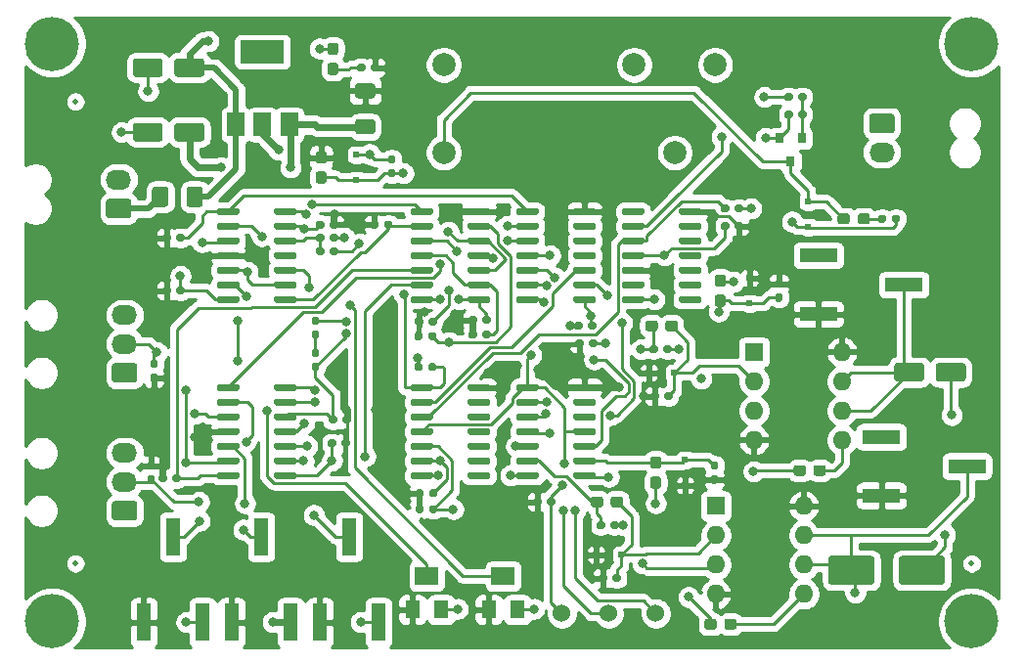
<source format=gbr>
%TF.GenerationSoftware,KiCad,Pcbnew,(5.1.10)-1*%
%TF.CreationDate,2022-02-21T21:55:40+01:00*%
%TF.ProjectId,BSPD-CV_3_0_01B,42535044-2d43-4565-9f33-5f305f303142,rev?*%
%TF.SameCoordinates,Original*%
%TF.FileFunction,Copper,L1,Top*%
%TF.FilePolarity,Positive*%
%FSLAX46Y46*%
G04 Gerber Fmt 4.6, Leading zero omitted, Abs format (unit mm)*
G04 Created by KiCad (PCBNEW (5.1.10)-1) date 2022-02-21 21:55:40*
%MOMM*%
%LPD*%
G01*
G04 APERTURE LIST*
%TA.AperFunction,ComponentPad*%
%ADD10O,1.600000X1.600000*%
%TD*%
%TA.AperFunction,ComponentPad*%
%ADD11R,1.600000X1.600000*%
%TD*%
%TA.AperFunction,ComponentPad*%
%ADD12O,2.200000X1.700000*%
%TD*%
%TA.AperFunction,ComponentPad*%
%ADD13C,4.700000*%
%TD*%
%TA.AperFunction,SMDPad,CuDef*%
%ADD14R,0.500000X0.500000*%
%TD*%
%TA.AperFunction,ComponentPad*%
%ADD15C,2.000000*%
%TD*%
%TA.AperFunction,SMDPad,CuDef*%
%ADD16R,1.500000X2.000000*%
%TD*%
%TA.AperFunction,SMDPad,CuDef*%
%ADD17R,3.800000X2.000000*%
%TD*%
%TA.AperFunction,SMDPad,CuDef*%
%ADD18C,1.524000*%
%TD*%
%TA.AperFunction,SMDPad,CuDef*%
%ADD19R,1.300000X1.600000*%
%TD*%
%TA.AperFunction,SMDPad,CuDef*%
%ADD20R,2.000000X1.600000*%
%TD*%
%TA.AperFunction,SMDPad,CuDef*%
%ADD21R,1.300000X3.300000*%
%TD*%
%TA.AperFunction,SMDPad,CuDef*%
%ADD22R,3.300000X1.300000*%
%TD*%
%TA.AperFunction,SMDPad,CuDef*%
%ADD23R,0.800000X0.900000*%
%TD*%
%TA.AperFunction,SMDPad,CuDef*%
%ADD24C,0.500000*%
%TD*%
%TA.AperFunction,ViaPad*%
%ADD25C,0.800000*%
%TD*%
%TA.AperFunction,Conductor*%
%ADD26C,0.625000*%
%TD*%
%TA.AperFunction,Conductor*%
%ADD27C,0.254000*%
%TD*%
%TA.AperFunction,Conductor*%
%ADD28C,0.250000*%
%TD*%
%TA.AperFunction,Conductor*%
%ADD29C,0.508000*%
%TD*%
%TA.AperFunction,Conductor*%
%ADD30C,0.100000*%
%TD*%
G04 APERTURE END LIST*
%TO.P,C84,2*%
%TO.N,GND*%
%TA.AperFunction,SMDPad,CuDef*%
G36*
G01*
X229481000Y-126991200D02*
X229481000Y-125891200D01*
G75*
G02*
X229731000Y-125641200I250000J0D01*
G01*
X231831000Y-125641200D01*
G75*
G02*
X232081000Y-125891200I0J-250000D01*
G01*
X232081000Y-126991200D01*
G75*
G02*
X231831000Y-127241200I-250000J0D01*
G01*
X229731000Y-127241200D01*
G75*
G02*
X229481000Y-126991200I0J250000D01*
G01*
G37*
%TD.AperFunction*%
%TO.P,C84,1*%
%TO.N,Net-(C84-Pad1)*%
%TA.AperFunction,SMDPad,CuDef*%
G36*
G01*
X225881000Y-126991200D02*
X225881000Y-125891200D01*
G75*
G02*
X226131000Y-125641200I250000J0D01*
G01*
X228231000Y-125641200D01*
G75*
G02*
X228481000Y-125891200I0J-250000D01*
G01*
X228481000Y-126991200D01*
G75*
G02*
X228231000Y-127241200I-250000J0D01*
G01*
X226131000Y-127241200D01*
G75*
G02*
X225881000Y-126991200I0J250000D01*
G01*
G37*
%TD.AperFunction*%
%TD*%
D10*
%TO.P,U15,8*%
%TO.N,Vcc*%
X218059000Y-138023600D03*
%TO.P,U15,4*%
X210439000Y-145643600D03*
%TO.P,U15,7*%
%TO.N,Net-(C94-Pad1)*%
X218059000Y-140563600D03*
%TO.P,U15,3*%
%TO.N,Net-(C93-Pad1)*%
X210439000Y-143103600D03*
%TO.P,U15,6*%
%TO.N,Net-(C94-Pad1)*%
X218059000Y-143103600D03*
%TO.P,U15,2*%
%TO.N,Net-(C91-Pad2)*%
X210439000Y-140563600D03*
%TO.P,U15,5*%
%TO.N,Net-(C92-Pad2)*%
X218059000Y-145643600D03*
D11*
%TO.P,U15,1*%
%TO.N,GND*%
X210439000Y-138023600D03*
%TD*%
D10*
%TO.P,U12,8*%
%TO.N,Vcc*%
X221361000Y-124688600D03*
%TO.P,U12,4*%
X213741000Y-132308600D03*
%TO.P,U12,7*%
%TO.N,Net-(C84-Pad1)*%
X221361000Y-127228600D03*
%TO.P,U12,3*%
%TO.N,Net-(C83-Pad1)*%
X213741000Y-129768600D03*
%TO.P,U12,6*%
%TO.N,Net-(C84-Pad1)*%
X221361000Y-129768600D03*
%TO.P,U12,2*%
%TO.N,Net-(C81-Pad2)*%
X213741000Y-127228600D03*
%TO.P,U12,5*%
%TO.N,Net-(C82-Pad2)*%
X221361000Y-132308600D03*
D11*
%TO.P,U12,1*%
%TO.N,GND*%
X213741000Y-124688600D03*
%TD*%
%TO.P,F11,2*%
%TO.N,VBatt_F*%
%TA.AperFunction,SMDPad,CuDef*%
G36*
G01*
X164605000Y-111877000D02*
X164605000Y-110627000D01*
G75*
G02*
X164855000Y-110377000I250000J0D01*
G01*
X165780000Y-110377000D01*
G75*
G02*
X166030000Y-110627000I0J-250000D01*
G01*
X166030000Y-111877000D01*
G75*
G02*
X165780000Y-112127000I-250000J0D01*
G01*
X164855000Y-112127000D01*
G75*
G02*
X164605000Y-111877000I0J250000D01*
G01*
G37*
%TD.AperFunction*%
%TO.P,F11,1*%
%TO.N,VBatt*%
%TA.AperFunction,SMDPad,CuDef*%
G36*
G01*
X161630000Y-111877000D02*
X161630000Y-110627000D01*
G75*
G02*
X161880000Y-110377000I250000J0D01*
G01*
X162805000Y-110377000D01*
G75*
G02*
X163055000Y-110627000I0J-250000D01*
G01*
X163055000Y-111877000D01*
G75*
G02*
X162805000Y-112127000I-250000J0D01*
G01*
X161880000Y-112127000D01*
G75*
G02*
X161630000Y-111877000I0J250000D01*
G01*
G37*
%TD.AperFunction*%
%TD*%
D12*
%TO.P,J3,3*%
%TO.N,N/C*%
X159258000Y-133430000D03*
%TO.P,J3,2*%
%TO.N,sens1*%
X159258000Y-135930000D03*
%TO.P,J3,1*%
%TO.N,GND*%
%TA.AperFunction,ComponentPad*%
G36*
G01*
X160358000Y-137830000D02*
X160358000Y-139030000D01*
G75*
G02*
X160108000Y-139280000I-250000J0D01*
G01*
X158408000Y-139280000D01*
G75*
G02*
X158158000Y-139030000I0J250000D01*
G01*
X158158000Y-137830000D01*
G75*
G02*
X158408000Y-137580000I250000J0D01*
G01*
X160108000Y-137580000D01*
G75*
G02*
X160358000Y-137830000I0J-250000D01*
G01*
G37*
%TD.AperFunction*%
%TD*%
%TO.P,J2,3*%
%TO.N,N/C*%
X159258000Y-121492000D03*
%TO.P,J2,2*%
%TO.N,sens0*%
X159258000Y-123992000D03*
%TO.P,J2,1*%
%TO.N,GND*%
%TA.AperFunction,ComponentPad*%
G36*
G01*
X160358000Y-125892000D02*
X160358000Y-127092000D01*
G75*
G02*
X160108000Y-127342000I-250000J0D01*
G01*
X158408000Y-127342000D01*
G75*
G02*
X158158000Y-127092000I0J250000D01*
G01*
X158158000Y-125892000D01*
G75*
G02*
X158408000Y-125642000I250000J0D01*
G01*
X160108000Y-125642000D01*
G75*
G02*
X160358000Y-125892000I0J-250000D01*
G01*
G37*
%TD.AperFunction*%
%TD*%
%TO.P,J4,2*%
%TO.N,Net-(J4-Pad2)*%
X224815400Y-107402000D03*
%TO.P,J4,1*%
%TO.N,Net-(J4-Pad1)*%
%TA.AperFunction,ComponentPad*%
G36*
G01*
X223715400Y-105502000D02*
X223715400Y-104302000D01*
G75*
G02*
X223965400Y-104052000I250000J0D01*
G01*
X225665400Y-104052000D01*
G75*
G02*
X225915400Y-104302000I0J-250000D01*
G01*
X225915400Y-105502000D01*
G75*
G02*
X225665400Y-105752000I-250000J0D01*
G01*
X223965400Y-105752000D01*
G75*
G02*
X223715400Y-105502000I0J250000D01*
G01*
G37*
%TD.AperFunction*%
%TD*%
%TO.P,J1,2*%
%TO.N,GND*%
X158750000Y-109768000D03*
%TO.P,J1,1*%
%TO.N,VBatt*%
%TA.AperFunction,ComponentPad*%
G36*
G01*
X159850000Y-111668000D02*
X159850000Y-112868000D01*
G75*
G02*
X159600000Y-113118000I-250000J0D01*
G01*
X157900000Y-113118000D01*
G75*
G02*
X157650000Y-112868000I0J250000D01*
G01*
X157650000Y-111668000D01*
G75*
G02*
X157900000Y-111418000I250000J0D01*
G01*
X159600000Y-111418000D01*
G75*
G02*
X159850000Y-111668000I0J-250000D01*
G01*
G37*
%TD.AperFunction*%
%TD*%
D13*
%TO.P,H4,1*%
%TO.N,N/C*%
X232588000Y-148000000D03*
%TD*%
%TO.P,H3,1*%
%TO.N,N/C*%
X153000000Y-148000000D03*
%TD*%
%TO.P,H2,1*%
%TO.N,N/C*%
X232588000Y-98000000D03*
%TD*%
%TO.P,H1,1*%
%TO.N,N/C*%
X153000000Y-98000000D03*
%TD*%
D14*
%TO.P,D102,2*%
%TO.N,Net-(D101-Pad1)*%
X218440000Y-111676000D03*
%TO.P,D102,1*%
%TO.N,VBatt_F*%
X218440000Y-113876000D03*
%TD*%
D15*
%TO.P,K101,11*%
%TO.N,Net-(J4-Pad2)*%
X206878000Y-107432000D03*
%TO.P,K101,12*%
%TO.N,N/C*%
X203378000Y-99832000D03*
%TO.P,K101,14*%
%TO.N,Net-(J4-Pad1)*%
X210378000Y-99832000D03*
%TO.P,K101,A1*%
%TO.N,VBatt_F*%
X186878000Y-99832000D03*
%TO.P,K101,A2*%
%TO.N,Net-(D101-Pad1)*%
X186878000Y-107432000D03*
%TD*%
%TO.P,U8,14*%
%TO.N,Vcc*%
%TA.AperFunction,SMDPad,CuDef*%
G36*
G01*
X188952000Y-127912000D02*
X188952000Y-127612000D01*
G75*
G02*
X189102000Y-127462000I150000J0D01*
G01*
X190752000Y-127462000D01*
G75*
G02*
X190902000Y-127612000I0J-150000D01*
G01*
X190902000Y-127912000D01*
G75*
G02*
X190752000Y-128062000I-150000J0D01*
G01*
X189102000Y-128062000D01*
G75*
G02*
X188952000Y-127912000I0J150000D01*
G01*
G37*
%TD.AperFunction*%
%TO.P,U8,13*%
%TO.N,N/C*%
%TA.AperFunction,SMDPad,CuDef*%
G36*
G01*
X188952000Y-129182000D02*
X188952000Y-128882000D01*
G75*
G02*
X189102000Y-128732000I150000J0D01*
G01*
X190752000Y-128732000D01*
G75*
G02*
X190902000Y-128882000I0J-150000D01*
G01*
X190902000Y-129182000D01*
G75*
G02*
X190752000Y-129332000I-150000J0D01*
G01*
X189102000Y-129332000D01*
G75*
G02*
X188952000Y-129182000I0J150000D01*
G01*
G37*
%TD.AperFunction*%
%TO.P,U8,12*%
%TA.AperFunction,SMDPad,CuDef*%
G36*
G01*
X188952000Y-130452000D02*
X188952000Y-130152000D01*
G75*
G02*
X189102000Y-130002000I150000J0D01*
G01*
X190752000Y-130002000D01*
G75*
G02*
X190902000Y-130152000I0J-150000D01*
G01*
X190902000Y-130452000D01*
G75*
G02*
X190752000Y-130602000I-150000J0D01*
G01*
X189102000Y-130602000D01*
G75*
G02*
X188952000Y-130452000I0J150000D01*
G01*
G37*
%TD.AperFunction*%
%TO.P,U8,11*%
%TA.AperFunction,SMDPad,CuDef*%
G36*
G01*
X188952000Y-131722000D02*
X188952000Y-131422000D01*
G75*
G02*
X189102000Y-131272000I150000J0D01*
G01*
X190752000Y-131272000D01*
G75*
G02*
X190902000Y-131422000I0J-150000D01*
G01*
X190902000Y-131722000D01*
G75*
G02*
X190752000Y-131872000I-150000J0D01*
G01*
X189102000Y-131872000D01*
G75*
G02*
X188952000Y-131722000I0J150000D01*
G01*
G37*
%TD.AperFunction*%
%TO.P,U8,10*%
%TA.AperFunction,SMDPad,CuDef*%
G36*
G01*
X188952000Y-132992000D02*
X188952000Y-132692000D01*
G75*
G02*
X189102000Y-132542000I150000J0D01*
G01*
X190752000Y-132542000D01*
G75*
G02*
X190902000Y-132692000I0J-150000D01*
G01*
X190902000Y-132992000D01*
G75*
G02*
X190752000Y-133142000I-150000J0D01*
G01*
X189102000Y-133142000D01*
G75*
G02*
X188952000Y-132992000I0J150000D01*
G01*
G37*
%TD.AperFunction*%
%TO.P,U8,9*%
%TA.AperFunction,SMDPad,CuDef*%
G36*
G01*
X188952000Y-134262000D02*
X188952000Y-133962000D01*
G75*
G02*
X189102000Y-133812000I150000J0D01*
G01*
X190752000Y-133812000D01*
G75*
G02*
X190902000Y-133962000I0J-150000D01*
G01*
X190902000Y-134262000D01*
G75*
G02*
X190752000Y-134412000I-150000J0D01*
G01*
X189102000Y-134412000D01*
G75*
G02*
X188952000Y-134262000I0J150000D01*
G01*
G37*
%TD.AperFunction*%
%TO.P,U8,8*%
%TA.AperFunction,SMDPad,CuDef*%
G36*
G01*
X188952000Y-135532000D02*
X188952000Y-135232000D01*
G75*
G02*
X189102000Y-135082000I150000J0D01*
G01*
X190752000Y-135082000D01*
G75*
G02*
X190902000Y-135232000I0J-150000D01*
G01*
X190902000Y-135532000D01*
G75*
G02*
X190752000Y-135682000I-150000J0D01*
G01*
X189102000Y-135682000D01*
G75*
G02*
X188952000Y-135532000I0J150000D01*
G01*
G37*
%TD.AperFunction*%
%TO.P,U8,7*%
%TO.N,GND*%
%TA.AperFunction,SMDPad,CuDef*%
G36*
G01*
X184002000Y-135532000D02*
X184002000Y-135232000D01*
G75*
G02*
X184152000Y-135082000I150000J0D01*
G01*
X185802000Y-135082000D01*
G75*
G02*
X185952000Y-135232000I0J-150000D01*
G01*
X185952000Y-135532000D01*
G75*
G02*
X185802000Y-135682000I-150000J0D01*
G01*
X184152000Y-135682000D01*
G75*
G02*
X184002000Y-135532000I0J150000D01*
G01*
G37*
%TD.AperFunction*%
%TO.P,U8,6*%
%TO.N,Net-(R72-Pad2)*%
%TA.AperFunction,SMDPad,CuDef*%
G36*
G01*
X184002000Y-134262000D02*
X184002000Y-133962000D01*
G75*
G02*
X184152000Y-133812000I150000J0D01*
G01*
X185802000Y-133812000D01*
G75*
G02*
X185952000Y-133962000I0J-150000D01*
G01*
X185952000Y-134262000D01*
G75*
G02*
X185802000Y-134412000I-150000J0D01*
G01*
X184152000Y-134412000D01*
G75*
G02*
X184002000Y-134262000I0J150000D01*
G01*
G37*
%TD.AperFunction*%
%TO.P,U8,5*%
%TO.N,Net-(R73-Pad2)*%
%TA.AperFunction,SMDPad,CuDef*%
G36*
G01*
X184002000Y-132992000D02*
X184002000Y-132692000D01*
G75*
G02*
X184152000Y-132542000I150000J0D01*
G01*
X185802000Y-132542000D01*
G75*
G02*
X185952000Y-132692000I0J-150000D01*
G01*
X185952000Y-132992000D01*
G75*
G02*
X185802000Y-133142000I-150000J0D01*
G01*
X184152000Y-133142000D01*
G75*
G02*
X184002000Y-132992000I0J150000D01*
G01*
G37*
%TD.AperFunction*%
%TO.P,U8,4*%
%TO.N,Timer1_IN*%
%TA.AperFunction,SMDPad,CuDef*%
G36*
G01*
X184002000Y-131722000D02*
X184002000Y-131422000D01*
G75*
G02*
X184152000Y-131272000I150000J0D01*
G01*
X185802000Y-131272000D01*
G75*
G02*
X185952000Y-131422000I0J-150000D01*
G01*
X185952000Y-131722000D01*
G75*
G02*
X185802000Y-131872000I-150000J0D01*
G01*
X184152000Y-131872000D01*
G75*
G02*
X184002000Y-131722000I0J150000D01*
G01*
G37*
%TD.AperFunction*%
%TO.P,U8,3*%
%TO.N,Net-(R78-Pad2)*%
%TA.AperFunction,SMDPad,CuDef*%
G36*
G01*
X184002000Y-130452000D02*
X184002000Y-130152000D01*
G75*
G02*
X184152000Y-130002000I150000J0D01*
G01*
X185802000Y-130002000D01*
G75*
G02*
X185952000Y-130152000I0J-150000D01*
G01*
X185952000Y-130452000D01*
G75*
G02*
X185802000Y-130602000I-150000J0D01*
G01*
X184152000Y-130602000D01*
G75*
G02*
X184002000Y-130452000I0J150000D01*
G01*
G37*
%TD.AperFunction*%
%TO.P,U8,2*%
%TO.N,Net-(U4-Pad10)*%
%TA.AperFunction,SMDPad,CuDef*%
G36*
G01*
X184002000Y-129182000D02*
X184002000Y-128882000D01*
G75*
G02*
X184152000Y-128732000I150000J0D01*
G01*
X185802000Y-128732000D01*
G75*
G02*
X185952000Y-128882000I0J-150000D01*
G01*
X185952000Y-129182000D01*
G75*
G02*
X185802000Y-129332000I-150000J0D01*
G01*
X184152000Y-129332000D01*
G75*
G02*
X184002000Y-129182000I0J150000D01*
G01*
G37*
%TD.AperFunction*%
%TO.P,U8,1*%
%TO.N,Initialize*%
%TA.AperFunction,SMDPad,CuDef*%
G36*
G01*
X184002000Y-127912000D02*
X184002000Y-127612000D01*
G75*
G02*
X184152000Y-127462000I150000J0D01*
G01*
X185802000Y-127462000D01*
G75*
G02*
X185952000Y-127612000I0J-150000D01*
G01*
X185952000Y-127912000D01*
G75*
G02*
X185802000Y-128062000I-150000J0D01*
G01*
X184152000Y-128062000D01*
G75*
G02*
X184002000Y-127912000I0J150000D01*
G01*
G37*
%TD.AperFunction*%
%TD*%
%TO.P,U7,14*%
%TO.N,Vcc*%
%TA.AperFunction,SMDPad,CuDef*%
G36*
G01*
X207240000Y-112672000D02*
X207240000Y-112372000D01*
G75*
G02*
X207390000Y-112222000I150000J0D01*
G01*
X209040000Y-112222000D01*
G75*
G02*
X209190000Y-112372000I0J-150000D01*
G01*
X209190000Y-112672000D01*
G75*
G02*
X209040000Y-112822000I-150000J0D01*
G01*
X207390000Y-112822000D01*
G75*
G02*
X207240000Y-112672000I0J150000D01*
G01*
G37*
%TD.AperFunction*%
%TO.P,U7,13*%
%TO.N,N/C*%
%TA.AperFunction,SMDPad,CuDef*%
G36*
G01*
X207240000Y-113942000D02*
X207240000Y-113642000D01*
G75*
G02*
X207390000Y-113492000I150000J0D01*
G01*
X209040000Y-113492000D01*
G75*
G02*
X209190000Y-113642000I0J-150000D01*
G01*
X209190000Y-113942000D01*
G75*
G02*
X209040000Y-114092000I-150000J0D01*
G01*
X207390000Y-114092000D01*
G75*
G02*
X207240000Y-113942000I0J150000D01*
G01*
G37*
%TD.AperFunction*%
%TO.P,U7,12*%
%TA.AperFunction,SMDPad,CuDef*%
G36*
G01*
X207240000Y-115212000D02*
X207240000Y-114912000D01*
G75*
G02*
X207390000Y-114762000I150000J0D01*
G01*
X209040000Y-114762000D01*
G75*
G02*
X209190000Y-114912000I0J-150000D01*
G01*
X209190000Y-115212000D01*
G75*
G02*
X209040000Y-115362000I-150000J0D01*
G01*
X207390000Y-115362000D01*
G75*
G02*
X207240000Y-115212000I0J150000D01*
G01*
G37*
%TD.AperFunction*%
%TO.P,U7,11*%
%TA.AperFunction,SMDPad,CuDef*%
G36*
G01*
X207240000Y-116482000D02*
X207240000Y-116182000D01*
G75*
G02*
X207390000Y-116032000I150000J0D01*
G01*
X209040000Y-116032000D01*
G75*
G02*
X209190000Y-116182000I0J-150000D01*
G01*
X209190000Y-116482000D01*
G75*
G02*
X209040000Y-116632000I-150000J0D01*
G01*
X207390000Y-116632000D01*
G75*
G02*
X207240000Y-116482000I0J150000D01*
G01*
G37*
%TD.AperFunction*%
%TO.P,U7,10*%
%TA.AperFunction,SMDPad,CuDef*%
G36*
G01*
X207240000Y-117752000D02*
X207240000Y-117452000D01*
G75*
G02*
X207390000Y-117302000I150000J0D01*
G01*
X209040000Y-117302000D01*
G75*
G02*
X209190000Y-117452000I0J-150000D01*
G01*
X209190000Y-117752000D01*
G75*
G02*
X209040000Y-117902000I-150000J0D01*
G01*
X207390000Y-117902000D01*
G75*
G02*
X207240000Y-117752000I0J150000D01*
G01*
G37*
%TD.AperFunction*%
%TO.P,U7,9*%
%TA.AperFunction,SMDPad,CuDef*%
G36*
G01*
X207240000Y-119022000D02*
X207240000Y-118722000D01*
G75*
G02*
X207390000Y-118572000I150000J0D01*
G01*
X209040000Y-118572000D01*
G75*
G02*
X209190000Y-118722000I0J-150000D01*
G01*
X209190000Y-119022000D01*
G75*
G02*
X209040000Y-119172000I-150000J0D01*
G01*
X207390000Y-119172000D01*
G75*
G02*
X207240000Y-119022000I0J150000D01*
G01*
G37*
%TD.AperFunction*%
%TO.P,U7,8*%
%TA.AperFunction,SMDPad,CuDef*%
G36*
G01*
X207240000Y-120292000D02*
X207240000Y-119992000D01*
G75*
G02*
X207390000Y-119842000I150000J0D01*
G01*
X209040000Y-119842000D01*
G75*
G02*
X209190000Y-119992000I0J-150000D01*
G01*
X209190000Y-120292000D01*
G75*
G02*
X209040000Y-120442000I-150000J0D01*
G01*
X207390000Y-120442000D01*
G75*
G02*
X207240000Y-120292000I0J150000D01*
G01*
G37*
%TD.AperFunction*%
%TO.P,U7,7*%
%TO.N,GND*%
%TA.AperFunction,SMDPad,CuDef*%
G36*
G01*
X202290000Y-120292000D02*
X202290000Y-119992000D01*
G75*
G02*
X202440000Y-119842000I150000J0D01*
G01*
X204090000Y-119842000D01*
G75*
G02*
X204240000Y-119992000I0J-150000D01*
G01*
X204240000Y-120292000D01*
G75*
G02*
X204090000Y-120442000I-150000J0D01*
G01*
X202440000Y-120442000D01*
G75*
G02*
X202290000Y-120292000I0J150000D01*
G01*
G37*
%TD.AperFunction*%
%TO.P,U7,6*%
%TO.N,N/C*%
%TA.AperFunction,SMDPad,CuDef*%
G36*
G01*
X202290000Y-119022000D02*
X202290000Y-118722000D01*
G75*
G02*
X202440000Y-118572000I150000J0D01*
G01*
X204090000Y-118572000D01*
G75*
G02*
X204240000Y-118722000I0J-150000D01*
G01*
X204240000Y-119022000D01*
G75*
G02*
X204090000Y-119172000I-150000J0D01*
G01*
X202440000Y-119172000D01*
G75*
G02*
X202290000Y-119022000I0J150000D01*
G01*
G37*
%TD.AperFunction*%
%TO.P,U7,5*%
%TO.N,Vcc*%
%TA.AperFunction,SMDPad,CuDef*%
G36*
G01*
X202290000Y-117752000D02*
X202290000Y-117452000D01*
G75*
G02*
X202440000Y-117302000I150000J0D01*
G01*
X204090000Y-117302000D01*
G75*
G02*
X204240000Y-117452000I0J-150000D01*
G01*
X204240000Y-117752000D01*
G75*
G02*
X204090000Y-117902000I-150000J0D01*
G01*
X202440000Y-117902000D01*
G75*
G02*
X202290000Y-117752000I0J150000D01*
G01*
G37*
%TD.AperFunction*%
%TO.P,U7,4*%
%TO.N,Timer2_IN*%
%TA.AperFunction,SMDPad,CuDef*%
G36*
G01*
X202290000Y-116482000D02*
X202290000Y-116182000D01*
G75*
G02*
X202440000Y-116032000I150000J0D01*
G01*
X204090000Y-116032000D01*
G75*
G02*
X204240000Y-116182000I0J-150000D01*
G01*
X204240000Y-116482000D01*
G75*
G02*
X204090000Y-116632000I-150000J0D01*
G01*
X202440000Y-116632000D01*
G75*
G02*
X202290000Y-116482000I0J150000D01*
G01*
G37*
%TD.AperFunction*%
%TO.P,U7,3*%
%TO.N,Net-(R78-Pad2)*%
%TA.AperFunction,SMDPad,CuDef*%
G36*
G01*
X202290000Y-115212000D02*
X202290000Y-114912000D01*
G75*
G02*
X202440000Y-114762000I150000J0D01*
G01*
X204090000Y-114762000D01*
G75*
G02*
X204240000Y-114912000I0J-150000D01*
G01*
X204240000Y-115212000D01*
G75*
G02*
X204090000Y-115362000I-150000J0D01*
G01*
X202440000Y-115362000D01*
G75*
G02*
X202290000Y-115212000I0J150000D01*
G01*
G37*
%TD.AperFunction*%
%TO.P,U7,2*%
%TO.N,BSPD_state*%
%TA.AperFunction,SMDPad,CuDef*%
G36*
G01*
X202290000Y-113942000D02*
X202290000Y-113642000D01*
G75*
G02*
X202440000Y-113492000I150000J0D01*
G01*
X204090000Y-113492000D01*
G75*
G02*
X204240000Y-113642000I0J-150000D01*
G01*
X204240000Y-113942000D01*
G75*
G02*
X204090000Y-114092000I-150000J0D01*
G01*
X202440000Y-114092000D01*
G75*
G02*
X202290000Y-113942000I0J150000D01*
G01*
G37*
%TD.AperFunction*%
%TO.P,U7,1*%
%TO.N,N/C*%
%TA.AperFunction,SMDPad,CuDef*%
G36*
G01*
X202290000Y-112672000D02*
X202290000Y-112372000D01*
G75*
G02*
X202440000Y-112222000I150000J0D01*
G01*
X204090000Y-112222000D01*
G75*
G02*
X204240000Y-112372000I0J-150000D01*
G01*
X204240000Y-112672000D01*
G75*
G02*
X204090000Y-112822000I-150000J0D01*
G01*
X202440000Y-112822000D01*
G75*
G02*
X202290000Y-112672000I0J150000D01*
G01*
G37*
%TD.AperFunction*%
%TD*%
%TO.P,U6,14*%
%TO.N,errCurrent*%
%TA.AperFunction,SMDPad,CuDef*%
G36*
G01*
X172188000Y-127912000D02*
X172188000Y-127612000D01*
G75*
G02*
X172338000Y-127462000I150000J0D01*
G01*
X173988000Y-127462000D01*
G75*
G02*
X174138000Y-127612000I0J-150000D01*
G01*
X174138000Y-127912000D01*
G75*
G02*
X173988000Y-128062000I-150000J0D01*
G01*
X172338000Y-128062000D01*
G75*
G02*
X172188000Y-127912000I0J150000D01*
G01*
G37*
%TD.AperFunction*%
%TO.P,U6,13*%
%TO.N,RefCurr*%
%TA.AperFunction,SMDPad,CuDef*%
G36*
G01*
X172188000Y-129182000D02*
X172188000Y-128882000D01*
G75*
G02*
X172338000Y-128732000I150000J0D01*
G01*
X173988000Y-128732000D01*
G75*
G02*
X174138000Y-128882000I0J-150000D01*
G01*
X174138000Y-129182000D01*
G75*
G02*
X173988000Y-129332000I-150000J0D01*
G01*
X172338000Y-129332000D01*
G75*
G02*
X172188000Y-129182000I0J150000D01*
G01*
G37*
%TD.AperFunction*%
%TO.P,U6,12*%
%TO.N,Net-(R25-Pad2)*%
%TA.AperFunction,SMDPad,CuDef*%
G36*
G01*
X172188000Y-130452000D02*
X172188000Y-130152000D01*
G75*
G02*
X172338000Y-130002000I150000J0D01*
G01*
X173988000Y-130002000D01*
G75*
G02*
X174138000Y-130152000I0J-150000D01*
G01*
X174138000Y-130452000D01*
G75*
G02*
X173988000Y-130602000I-150000J0D01*
G01*
X172338000Y-130602000D01*
G75*
G02*
X172188000Y-130452000I0J150000D01*
G01*
G37*
%TD.AperFunction*%
%TO.P,U6,11*%
%TO.N,GND*%
%TA.AperFunction,SMDPad,CuDef*%
G36*
G01*
X172188000Y-131722000D02*
X172188000Y-131422000D01*
G75*
G02*
X172338000Y-131272000I150000J0D01*
G01*
X173988000Y-131272000D01*
G75*
G02*
X174138000Y-131422000I0J-150000D01*
G01*
X174138000Y-131722000D01*
G75*
G02*
X173988000Y-131872000I-150000J0D01*
G01*
X172338000Y-131872000D01*
G75*
G02*
X172188000Y-131722000I0J150000D01*
G01*
G37*
%TD.AperFunction*%
%TO.P,U6,10*%
%TO.N,Ref0.5v*%
%TA.AperFunction,SMDPad,CuDef*%
G36*
G01*
X172188000Y-132992000D02*
X172188000Y-132692000D01*
G75*
G02*
X172338000Y-132542000I150000J0D01*
G01*
X173988000Y-132542000D01*
G75*
G02*
X174138000Y-132692000I0J-150000D01*
G01*
X174138000Y-132992000D01*
G75*
G02*
X173988000Y-133142000I-150000J0D01*
G01*
X172338000Y-133142000D01*
G75*
G02*
X172188000Y-132992000I0J150000D01*
G01*
G37*
%TD.AperFunction*%
%TO.P,U6,9*%
%TO.N,sens1*%
%TA.AperFunction,SMDPad,CuDef*%
G36*
G01*
X172188000Y-134262000D02*
X172188000Y-133962000D01*
G75*
G02*
X172338000Y-133812000I150000J0D01*
G01*
X173988000Y-133812000D01*
G75*
G02*
X174138000Y-133962000I0J-150000D01*
G01*
X174138000Y-134262000D01*
G75*
G02*
X173988000Y-134412000I-150000J0D01*
G01*
X172338000Y-134412000D01*
G75*
G02*
X172188000Y-134262000I0J150000D01*
G01*
G37*
%TD.AperFunction*%
%TO.P,U6,8*%
%TO.N,Net-(R54-Pad2)*%
%TA.AperFunction,SMDPad,CuDef*%
G36*
G01*
X172188000Y-135532000D02*
X172188000Y-135232000D01*
G75*
G02*
X172338000Y-135082000I150000J0D01*
G01*
X173988000Y-135082000D01*
G75*
G02*
X174138000Y-135232000I0J-150000D01*
G01*
X174138000Y-135532000D01*
G75*
G02*
X173988000Y-135682000I-150000J0D01*
G01*
X172338000Y-135682000D01*
G75*
G02*
X172188000Y-135532000I0J150000D01*
G01*
G37*
%TD.AperFunction*%
%TO.P,U6,7*%
%TO.N,Net-(R53-Pad2)*%
%TA.AperFunction,SMDPad,CuDef*%
G36*
G01*
X167238000Y-135532000D02*
X167238000Y-135232000D01*
G75*
G02*
X167388000Y-135082000I150000J0D01*
G01*
X169038000Y-135082000D01*
G75*
G02*
X169188000Y-135232000I0J-150000D01*
G01*
X169188000Y-135532000D01*
G75*
G02*
X169038000Y-135682000I-150000J0D01*
G01*
X167388000Y-135682000D01*
G75*
G02*
X167238000Y-135532000I0J150000D01*
G01*
G37*
%TD.AperFunction*%
%TO.P,U6,6*%
%TO.N,Ref4.5v*%
%TA.AperFunction,SMDPad,CuDef*%
G36*
G01*
X167238000Y-134262000D02*
X167238000Y-133962000D01*
G75*
G02*
X167388000Y-133812000I150000J0D01*
G01*
X169038000Y-133812000D01*
G75*
G02*
X169188000Y-133962000I0J-150000D01*
G01*
X169188000Y-134262000D01*
G75*
G02*
X169038000Y-134412000I-150000J0D01*
G01*
X167388000Y-134412000D01*
G75*
G02*
X167238000Y-134262000I0J150000D01*
G01*
G37*
%TD.AperFunction*%
%TO.P,U6,5*%
%TO.N,sens1*%
%TA.AperFunction,SMDPad,CuDef*%
G36*
G01*
X167238000Y-132992000D02*
X167238000Y-132692000D01*
G75*
G02*
X167388000Y-132542000I150000J0D01*
G01*
X169038000Y-132542000D01*
G75*
G02*
X169188000Y-132692000I0J-150000D01*
G01*
X169188000Y-132992000D01*
G75*
G02*
X169038000Y-133142000I-150000J0D01*
G01*
X167388000Y-133142000D01*
G75*
G02*
X167238000Y-132992000I0J150000D01*
G01*
G37*
%TD.AperFunction*%
%TO.P,U6,4*%
%TO.N,Vcc*%
%TA.AperFunction,SMDPad,CuDef*%
G36*
G01*
X167238000Y-131722000D02*
X167238000Y-131422000D01*
G75*
G02*
X167388000Y-131272000I150000J0D01*
G01*
X169038000Y-131272000D01*
G75*
G02*
X169188000Y-131422000I0J-150000D01*
G01*
X169188000Y-131722000D01*
G75*
G02*
X169038000Y-131872000I-150000J0D01*
G01*
X167388000Y-131872000D01*
G75*
G02*
X167238000Y-131722000I0J150000D01*
G01*
G37*
%TD.AperFunction*%
%TO.P,U6,3*%
%TO.N,Net-(JP51-Pad2)*%
%TA.AperFunction,SMDPad,CuDef*%
G36*
G01*
X167238000Y-130452000D02*
X167238000Y-130152000D01*
G75*
G02*
X167388000Y-130002000I150000J0D01*
G01*
X169038000Y-130002000D01*
G75*
G02*
X169188000Y-130152000I0J-150000D01*
G01*
X169188000Y-130452000D01*
G75*
G02*
X169038000Y-130602000I-150000J0D01*
G01*
X167388000Y-130602000D01*
G75*
G02*
X167238000Y-130452000I0J150000D01*
G01*
G37*
%TD.AperFunction*%
%TO.P,U6,2*%
%TO.N,Net-(JP53-Pad2)*%
%TA.AperFunction,SMDPad,CuDef*%
G36*
G01*
X167238000Y-129182000D02*
X167238000Y-128882000D01*
G75*
G02*
X167388000Y-128732000I150000J0D01*
G01*
X169038000Y-128732000D01*
G75*
G02*
X169188000Y-128882000I0J-150000D01*
G01*
X169188000Y-129182000D01*
G75*
G02*
X169038000Y-129332000I-150000J0D01*
G01*
X167388000Y-129332000D01*
G75*
G02*
X167238000Y-129182000I0J150000D01*
G01*
G37*
%TD.AperFunction*%
%TO.P,U6,1*%
%TO.N,BrakeTrigg*%
%TA.AperFunction,SMDPad,CuDef*%
G36*
G01*
X167238000Y-127912000D02*
X167238000Y-127612000D01*
G75*
G02*
X167388000Y-127462000I150000J0D01*
G01*
X169038000Y-127462000D01*
G75*
G02*
X169188000Y-127612000I0J-150000D01*
G01*
X169188000Y-127912000D01*
G75*
G02*
X169038000Y-128062000I-150000J0D01*
G01*
X167388000Y-128062000D01*
G75*
G02*
X167238000Y-127912000I0J150000D01*
G01*
G37*
%TD.AperFunction*%
%TD*%
%TO.P,U5,14*%
%TO.N,Vcc*%
%TA.AperFunction,SMDPad,CuDef*%
G36*
G01*
X198096000Y-127912000D02*
X198096000Y-127612000D01*
G75*
G02*
X198246000Y-127462000I150000J0D01*
G01*
X199896000Y-127462000D01*
G75*
G02*
X200046000Y-127612000I0J-150000D01*
G01*
X200046000Y-127912000D01*
G75*
G02*
X199896000Y-128062000I-150000J0D01*
G01*
X198246000Y-128062000D01*
G75*
G02*
X198096000Y-127912000I0J150000D01*
G01*
G37*
%TD.AperFunction*%
%TO.P,U5,13*%
%TO.N,N/C*%
%TA.AperFunction,SMDPad,CuDef*%
G36*
G01*
X198096000Y-129182000D02*
X198096000Y-128882000D01*
G75*
G02*
X198246000Y-128732000I150000J0D01*
G01*
X199896000Y-128732000D01*
G75*
G02*
X200046000Y-128882000I0J-150000D01*
G01*
X200046000Y-129182000D01*
G75*
G02*
X199896000Y-129332000I-150000J0D01*
G01*
X198246000Y-129332000D01*
G75*
G02*
X198096000Y-129182000I0J150000D01*
G01*
G37*
%TD.AperFunction*%
%TO.P,U5,12*%
%TA.AperFunction,SMDPad,CuDef*%
G36*
G01*
X198096000Y-130452000D02*
X198096000Y-130152000D01*
G75*
G02*
X198246000Y-130002000I150000J0D01*
G01*
X199896000Y-130002000D01*
G75*
G02*
X200046000Y-130152000I0J-150000D01*
G01*
X200046000Y-130452000D01*
G75*
G02*
X199896000Y-130602000I-150000J0D01*
G01*
X198246000Y-130602000D01*
G75*
G02*
X198096000Y-130452000I0J150000D01*
G01*
G37*
%TD.AperFunction*%
%TO.P,U5,11*%
%TO.N,Timer1_IN*%
%TA.AperFunction,SMDPad,CuDef*%
G36*
G01*
X198096000Y-131722000D02*
X198096000Y-131422000D01*
G75*
G02*
X198246000Y-131272000I150000J0D01*
G01*
X199896000Y-131272000D01*
G75*
G02*
X200046000Y-131422000I0J-150000D01*
G01*
X200046000Y-131722000D01*
G75*
G02*
X199896000Y-131872000I-150000J0D01*
G01*
X198246000Y-131872000D01*
G75*
G02*
X198096000Y-131722000I0J150000D01*
G01*
G37*
%TD.AperFunction*%
%TO.P,U5,10*%
%TO.N,Net-(R8-Pad2)*%
%TA.AperFunction,SMDPad,CuDef*%
G36*
G01*
X198096000Y-132992000D02*
X198096000Y-132692000D01*
G75*
G02*
X198246000Y-132542000I150000J0D01*
G01*
X199896000Y-132542000D01*
G75*
G02*
X200046000Y-132692000I0J-150000D01*
G01*
X200046000Y-132992000D01*
G75*
G02*
X199896000Y-133142000I-150000J0D01*
G01*
X198246000Y-133142000D01*
G75*
G02*
X198096000Y-132992000I0J150000D01*
G01*
G37*
%TD.AperFunction*%
%TO.P,U5,9*%
%TO.N,Net-(C93-Pad2)*%
%TA.AperFunction,SMDPad,CuDef*%
G36*
G01*
X198096000Y-134262000D02*
X198096000Y-133962000D01*
G75*
G02*
X198246000Y-133812000I150000J0D01*
G01*
X199896000Y-133812000D01*
G75*
G02*
X200046000Y-133962000I0J-150000D01*
G01*
X200046000Y-134262000D01*
G75*
G02*
X199896000Y-134412000I-150000J0D01*
G01*
X198246000Y-134412000D01*
G75*
G02*
X198096000Y-134262000I0J150000D01*
G01*
G37*
%TD.AperFunction*%
%TO.P,U5,8*%
%TO.N,Timer2_OUT*%
%TA.AperFunction,SMDPad,CuDef*%
G36*
G01*
X198096000Y-135532000D02*
X198096000Y-135232000D01*
G75*
G02*
X198246000Y-135082000I150000J0D01*
G01*
X199896000Y-135082000D01*
G75*
G02*
X200046000Y-135232000I0J-150000D01*
G01*
X200046000Y-135532000D01*
G75*
G02*
X199896000Y-135682000I-150000J0D01*
G01*
X198246000Y-135682000D01*
G75*
G02*
X198096000Y-135532000I0J150000D01*
G01*
G37*
%TD.AperFunction*%
%TO.P,U5,7*%
%TO.N,GND*%
%TA.AperFunction,SMDPad,CuDef*%
G36*
G01*
X193146000Y-135532000D02*
X193146000Y-135232000D01*
G75*
G02*
X193296000Y-135082000I150000J0D01*
G01*
X194946000Y-135082000D01*
G75*
G02*
X195096000Y-135232000I0J-150000D01*
G01*
X195096000Y-135532000D01*
G75*
G02*
X194946000Y-135682000I-150000J0D01*
G01*
X193296000Y-135682000D01*
G75*
G02*
X193146000Y-135532000I0J150000D01*
G01*
G37*
%TD.AperFunction*%
%TO.P,U5,6*%
%TO.N,Net-(C91-Pad1)*%
%TA.AperFunction,SMDPad,CuDef*%
G36*
G01*
X193146000Y-134262000D02*
X193146000Y-133962000D01*
G75*
G02*
X193296000Y-133812000I150000J0D01*
G01*
X194946000Y-133812000D01*
G75*
G02*
X195096000Y-133962000I0J-150000D01*
G01*
X195096000Y-134262000D01*
G75*
G02*
X194946000Y-134412000I-150000J0D01*
G01*
X193296000Y-134412000D01*
G75*
G02*
X193146000Y-134262000I0J150000D01*
G01*
G37*
%TD.AperFunction*%
%TO.P,U5,5*%
%TO.N,Timer2_IN*%
%TA.AperFunction,SMDPad,CuDef*%
G36*
G01*
X193146000Y-132992000D02*
X193146000Y-132692000D01*
G75*
G02*
X193296000Y-132542000I150000J0D01*
G01*
X194946000Y-132542000D01*
G75*
G02*
X195096000Y-132692000I0J-150000D01*
G01*
X195096000Y-132992000D01*
G75*
G02*
X194946000Y-133142000I-150000J0D01*
G01*
X193296000Y-133142000D01*
G75*
G02*
X193146000Y-132992000I0J150000D01*
G01*
G37*
%TD.AperFunction*%
%TO.P,U5,4*%
%TO.N,Timer1_OUT*%
%TA.AperFunction,SMDPad,CuDef*%
G36*
G01*
X193146000Y-131722000D02*
X193146000Y-131422000D01*
G75*
G02*
X193296000Y-131272000I150000J0D01*
G01*
X194946000Y-131272000D01*
G75*
G02*
X195096000Y-131422000I0J-150000D01*
G01*
X195096000Y-131722000D01*
G75*
G02*
X194946000Y-131872000I-150000J0D01*
G01*
X193296000Y-131872000D01*
G75*
G02*
X193146000Y-131722000I0J150000D01*
G01*
G37*
%TD.AperFunction*%
%TO.P,U5,3*%
%TO.N,Net-(C83-Pad2)*%
%TA.AperFunction,SMDPad,CuDef*%
G36*
G01*
X193146000Y-130452000D02*
X193146000Y-130152000D01*
G75*
G02*
X193296000Y-130002000I150000J0D01*
G01*
X194946000Y-130002000D01*
G75*
G02*
X195096000Y-130152000I0J-150000D01*
G01*
X195096000Y-130452000D01*
G75*
G02*
X194946000Y-130602000I-150000J0D01*
G01*
X193296000Y-130602000D01*
G75*
G02*
X193146000Y-130452000I0J150000D01*
G01*
G37*
%TD.AperFunction*%
%TO.P,U5,2*%
%TO.N,Net-(C81-Pad1)*%
%TA.AperFunction,SMDPad,CuDef*%
G36*
G01*
X193146000Y-129182000D02*
X193146000Y-128882000D01*
G75*
G02*
X193296000Y-128732000I150000J0D01*
G01*
X194946000Y-128732000D01*
G75*
G02*
X195096000Y-128882000I0J-150000D01*
G01*
X195096000Y-129182000D01*
G75*
G02*
X194946000Y-129332000I-150000J0D01*
G01*
X193296000Y-129332000D01*
G75*
G02*
X193146000Y-129182000I0J150000D01*
G01*
G37*
%TD.AperFunction*%
%TO.P,U5,1*%
%TO.N,Timer1_IN*%
%TA.AperFunction,SMDPad,CuDef*%
G36*
G01*
X193146000Y-127912000D02*
X193146000Y-127612000D01*
G75*
G02*
X193296000Y-127462000I150000J0D01*
G01*
X194946000Y-127462000D01*
G75*
G02*
X195096000Y-127612000I0J-150000D01*
G01*
X195096000Y-127912000D01*
G75*
G02*
X194946000Y-128062000I-150000J0D01*
G01*
X193296000Y-128062000D01*
G75*
G02*
X193146000Y-127912000I0J150000D01*
G01*
G37*
%TD.AperFunction*%
%TD*%
%TO.P,U4,14*%
%TO.N,Vcc*%
%TA.AperFunction,SMDPad,CuDef*%
G36*
G01*
X198096000Y-112672000D02*
X198096000Y-112372000D01*
G75*
G02*
X198246000Y-112222000I150000J0D01*
G01*
X199896000Y-112222000D01*
G75*
G02*
X200046000Y-112372000I0J-150000D01*
G01*
X200046000Y-112672000D01*
G75*
G02*
X199896000Y-112822000I-150000J0D01*
G01*
X198246000Y-112822000D01*
G75*
G02*
X198096000Y-112672000I0J150000D01*
G01*
G37*
%TD.AperFunction*%
%TO.P,U4,13*%
%TO.N,N/C*%
%TA.AperFunction,SMDPad,CuDef*%
G36*
G01*
X198096000Y-113942000D02*
X198096000Y-113642000D01*
G75*
G02*
X198246000Y-113492000I150000J0D01*
G01*
X199896000Y-113492000D01*
G75*
G02*
X200046000Y-113642000I0J-150000D01*
G01*
X200046000Y-113942000D01*
G75*
G02*
X199896000Y-114092000I-150000J0D01*
G01*
X198246000Y-114092000D01*
G75*
G02*
X198096000Y-113942000I0J150000D01*
G01*
G37*
%TD.AperFunction*%
%TO.P,U4,12*%
%TA.AperFunction,SMDPad,CuDef*%
G36*
G01*
X198096000Y-115212000D02*
X198096000Y-114912000D01*
G75*
G02*
X198246000Y-114762000I150000J0D01*
G01*
X199896000Y-114762000D01*
G75*
G02*
X200046000Y-114912000I0J-150000D01*
G01*
X200046000Y-115212000D01*
G75*
G02*
X199896000Y-115362000I-150000J0D01*
G01*
X198246000Y-115362000D01*
G75*
G02*
X198096000Y-115212000I0J150000D01*
G01*
G37*
%TD.AperFunction*%
%TO.P,U4,11*%
%TA.AperFunction,SMDPad,CuDef*%
G36*
G01*
X198096000Y-116482000D02*
X198096000Y-116182000D01*
G75*
G02*
X198246000Y-116032000I150000J0D01*
G01*
X199896000Y-116032000D01*
G75*
G02*
X200046000Y-116182000I0J-150000D01*
G01*
X200046000Y-116482000D01*
G75*
G02*
X199896000Y-116632000I-150000J0D01*
G01*
X198246000Y-116632000D01*
G75*
G02*
X198096000Y-116482000I0J150000D01*
G01*
G37*
%TD.AperFunction*%
%TO.P,U4,10*%
%TO.N,Net-(U4-Pad10)*%
%TA.AperFunction,SMDPad,CuDef*%
G36*
G01*
X198096000Y-117752000D02*
X198096000Y-117452000D01*
G75*
G02*
X198246000Y-117302000I150000J0D01*
G01*
X199896000Y-117302000D01*
G75*
G02*
X200046000Y-117452000I0J-150000D01*
G01*
X200046000Y-117752000D01*
G75*
G02*
X199896000Y-117902000I-150000J0D01*
G01*
X198246000Y-117902000D01*
G75*
G02*
X198096000Y-117752000I0J150000D01*
G01*
G37*
%TD.AperFunction*%
%TO.P,U4,9*%
%TO.N,Timer2_OUT*%
%TA.AperFunction,SMDPad,CuDef*%
G36*
G01*
X198096000Y-119022000D02*
X198096000Y-118722000D01*
G75*
G02*
X198246000Y-118572000I150000J0D01*
G01*
X199896000Y-118572000D01*
G75*
G02*
X200046000Y-118722000I0J-150000D01*
G01*
X200046000Y-119022000D01*
G75*
G02*
X199896000Y-119172000I-150000J0D01*
G01*
X198246000Y-119172000D01*
G75*
G02*
X198096000Y-119022000I0J150000D01*
G01*
G37*
%TD.AperFunction*%
%TO.P,U4,8*%
%TO.N,Net-(R8-Pad2)*%
%TA.AperFunction,SMDPad,CuDef*%
G36*
G01*
X198096000Y-120292000D02*
X198096000Y-119992000D01*
G75*
G02*
X198246000Y-119842000I150000J0D01*
G01*
X199896000Y-119842000D01*
G75*
G02*
X200046000Y-119992000I0J-150000D01*
G01*
X200046000Y-120292000D01*
G75*
G02*
X199896000Y-120442000I-150000J0D01*
G01*
X198246000Y-120442000D01*
G75*
G02*
X198096000Y-120292000I0J150000D01*
G01*
G37*
%TD.AperFunction*%
%TO.P,U4,7*%
%TO.N,GND*%
%TA.AperFunction,SMDPad,CuDef*%
G36*
G01*
X193146000Y-120292000D02*
X193146000Y-119992000D01*
G75*
G02*
X193296000Y-119842000I150000J0D01*
G01*
X194946000Y-119842000D01*
G75*
G02*
X195096000Y-119992000I0J-150000D01*
G01*
X195096000Y-120292000D01*
G75*
G02*
X194946000Y-120442000I-150000J0D01*
G01*
X193296000Y-120442000D01*
G75*
G02*
X193146000Y-120292000I0J150000D01*
G01*
G37*
%TD.AperFunction*%
%TO.P,U4,6*%
%TO.N,Timer1_IN*%
%TA.AperFunction,SMDPad,CuDef*%
G36*
G01*
X193146000Y-119022000D02*
X193146000Y-118722000D01*
G75*
G02*
X193296000Y-118572000I150000J0D01*
G01*
X194946000Y-118572000D01*
G75*
G02*
X195096000Y-118722000I0J-150000D01*
G01*
X195096000Y-119022000D01*
G75*
G02*
X194946000Y-119172000I-150000J0D01*
G01*
X193296000Y-119172000D01*
G75*
G02*
X193146000Y-119022000I0J150000D01*
G01*
G37*
%TD.AperFunction*%
%TO.P,U4,5*%
%TO.N,Timer1_OUT*%
%TA.AperFunction,SMDPad,CuDef*%
G36*
G01*
X193146000Y-117752000D02*
X193146000Y-117452000D01*
G75*
G02*
X193296000Y-117302000I150000J0D01*
G01*
X194946000Y-117302000D01*
G75*
G02*
X195096000Y-117452000I0J-150000D01*
G01*
X195096000Y-117752000D01*
G75*
G02*
X194946000Y-117902000I-150000J0D01*
G01*
X193296000Y-117902000D01*
G75*
G02*
X193146000Y-117752000I0J150000D01*
G01*
G37*
%TD.AperFunction*%
%TO.P,U4,4*%
%TO.N,Timer2_IN*%
%TA.AperFunction,SMDPad,CuDef*%
G36*
G01*
X193146000Y-116482000D02*
X193146000Y-116182000D01*
G75*
G02*
X193296000Y-116032000I150000J0D01*
G01*
X194946000Y-116032000D01*
G75*
G02*
X195096000Y-116182000I0J-150000D01*
G01*
X195096000Y-116482000D01*
G75*
G02*
X194946000Y-116632000I-150000J0D01*
G01*
X193296000Y-116632000D01*
G75*
G02*
X193146000Y-116482000I0J150000D01*
G01*
G37*
%TD.AperFunction*%
%TO.P,U4,3*%
%TO.N,Net-(R73-Pad2)*%
%TA.AperFunction,SMDPad,CuDef*%
G36*
G01*
X193146000Y-115212000D02*
X193146000Y-114912000D01*
G75*
G02*
X193296000Y-114762000I150000J0D01*
G01*
X194946000Y-114762000D01*
G75*
G02*
X195096000Y-114912000I0J-150000D01*
G01*
X195096000Y-115212000D01*
G75*
G02*
X194946000Y-115362000I-150000J0D01*
G01*
X193296000Y-115362000D01*
G75*
G02*
X193146000Y-115212000I0J150000D01*
G01*
G37*
%TD.AperFunction*%
%TO.P,U4,2*%
%TO.N,BrakeTrigg*%
%TA.AperFunction,SMDPad,CuDef*%
G36*
G01*
X193146000Y-113942000D02*
X193146000Y-113642000D01*
G75*
G02*
X193296000Y-113492000I150000J0D01*
G01*
X194946000Y-113492000D01*
G75*
G02*
X195096000Y-113642000I0J-150000D01*
G01*
X195096000Y-113942000D01*
G75*
G02*
X194946000Y-114092000I-150000J0D01*
G01*
X193296000Y-114092000D01*
G75*
G02*
X193146000Y-113942000I0J150000D01*
G01*
G37*
%TD.AperFunction*%
%TO.P,U4,1*%
%TO.N,AccTrigg*%
%TA.AperFunction,SMDPad,CuDef*%
G36*
G01*
X193146000Y-112672000D02*
X193146000Y-112372000D01*
G75*
G02*
X193296000Y-112222000I150000J0D01*
G01*
X194946000Y-112222000D01*
G75*
G02*
X195096000Y-112372000I0J-150000D01*
G01*
X195096000Y-112672000D01*
G75*
G02*
X194946000Y-112822000I-150000J0D01*
G01*
X193296000Y-112822000D01*
G75*
G02*
X193146000Y-112672000I0J150000D01*
G01*
G37*
%TD.AperFunction*%
%TD*%
%TO.P,U3,14*%
%TO.N,Vcc*%
%TA.AperFunction,SMDPad,CuDef*%
G36*
G01*
X188952000Y-112672000D02*
X188952000Y-112372000D01*
G75*
G02*
X189102000Y-112222000I150000J0D01*
G01*
X190752000Y-112222000D01*
G75*
G02*
X190902000Y-112372000I0J-150000D01*
G01*
X190902000Y-112672000D01*
G75*
G02*
X190752000Y-112822000I-150000J0D01*
G01*
X189102000Y-112822000D01*
G75*
G02*
X188952000Y-112672000I0J150000D01*
G01*
G37*
%TD.AperFunction*%
%TO.P,U3,13*%
%TO.N,errCurrent*%
%TA.AperFunction,SMDPad,CuDef*%
G36*
G01*
X188952000Y-113942000D02*
X188952000Y-113642000D01*
G75*
G02*
X189102000Y-113492000I150000J0D01*
G01*
X190752000Y-113492000D01*
G75*
G02*
X190902000Y-113642000I0J-150000D01*
G01*
X190902000Y-113942000D01*
G75*
G02*
X190752000Y-114092000I-150000J0D01*
G01*
X189102000Y-114092000D01*
G75*
G02*
X188952000Y-113942000I0J150000D01*
G01*
G37*
%TD.AperFunction*%
%TO.P,U3,12*%
%TO.N,Net-(R71-Pad2)*%
%TA.AperFunction,SMDPad,CuDef*%
G36*
G01*
X188952000Y-115212000D02*
X188952000Y-114912000D01*
G75*
G02*
X189102000Y-114762000I150000J0D01*
G01*
X190752000Y-114762000D01*
G75*
G02*
X190902000Y-114912000I0J-150000D01*
G01*
X190902000Y-115212000D01*
G75*
G02*
X190752000Y-115362000I-150000J0D01*
G01*
X189102000Y-115362000D01*
G75*
G02*
X188952000Y-115212000I0J150000D01*
G01*
G37*
%TD.AperFunction*%
%TO.P,U3,11*%
%TO.N,Net-(R72-Pad2)*%
%TA.AperFunction,SMDPad,CuDef*%
G36*
G01*
X188952000Y-116482000D02*
X188952000Y-116182000D01*
G75*
G02*
X189102000Y-116032000I150000J0D01*
G01*
X190752000Y-116032000D01*
G75*
G02*
X190902000Y-116182000I0J-150000D01*
G01*
X190902000Y-116482000D01*
G75*
G02*
X190752000Y-116632000I-150000J0D01*
G01*
X189102000Y-116632000D01*
G75*
G02*
X188952000Y-116482000I0J150000D01*
G01*
G37*
%TD.AperFunction*%
%TO.P,U3,10*%
%TO.N,Net-(R71-Pad2)*%
%TA.AperFunction,SMDPad,CuDef*%
G36*
G01*
X188952000Y-117752000D02*
X188952000Y-117452000D01*
G75*
G02*
X189102000Y-117302000I150000J0D01*
G01*
X190752000Y-117302000D01*
G75*
G02*
X190902000Y-117452000I0J-150000D01*
G01*
X190902000Y-117752000D01*
G75*
G02*
X190752000Y-117902000I-150000J0D01*
G01*
X189102000Y-117902000D01*
G75*
G02*
X188952000Y-117752000I0J150000D01*
G01*
G37*
%TD.AperFunction*%
%TO.P,U3,9*%
%TO.N,errBrake*%
%TA.AperFunction,SMDPad,CuDef*%
G36*
G01*
X188952000Y-119022000D02*
X188952000Y-118722000D01*
G75*
G02*
X189102000Y-118572000I150000J0D01*
G01*
X190752000Y-118572000D01*
G75*
G02*
X190902000Y-118722000I0J-150000D01*
G01*
X190902000Y-119022000D01*
G75*
G02*
X190752000Y-119172000I-150000J0D01*
G01*
X189102000Y-119172000D01*
G75*
G02*
X188952000Y-119022000I0J150000D01*
G01*
G37*
%TD.AperFunction*%
%TO.P,U3,8*%
%TO.N,errAcc*%
%TA.AperFunction,SMDPad,CuDef*%
G36*
G01*
X188952000Y-120292000D02*
X188952000Y-119992000D01*
G75*
G02*
X189102000Y-119842000I150000J0D01*
G01*
X190752000Y-119842000D01*
G75*
G02*
X190902000Y-119992000I0J-150000D01*
G01*
X190902000Y-120292000D01*
G75*
G02*
X190752000Y-120442000I-150000J0D01*
G01*
X189102000Y-120442000D01*
G75*
G02*
X188952000Y-120292000I0J150000D01*
G01*
G37*
%TD.AperFunction*%
%TO.P,U3,7*%
%TO.N,GND*%
%TA.AperFunction,SMDPad,CuDef*%
G36*
G01*
X184002000Y-120292000D02*
X184002000Y-119992000D01*
G75*
G02*
X184152000Y-119842000I150000J0D01*
G01*
X185802000Y-119842000D01*
G75*
G02*
X185952000Y-119992000I0J-150000D01*
G01*
X185952000Y-120292000D01*
G75*
G02*
X185802000Y-120442000I-150000J0D01*
G01*
X184152000Y-120442000D01*
G75*
G02*
X184002000Y-120292000I0J150000D01*
G01*
G37*
%TD.AperFunction*%
%TO.P,U3,6*%
%TO.N,Net-(R54-Pad2)*%
%TA.AperFunction,SMDPad,CuDef*%
G36*
G01*
X184002000Y-119022000D02*
X184002000Y-118722000D01*
G75*
G02*
X184152000Y-118572000I150000J0D01*
G01*
X185802000Y-118572000D01*
G75*
G02*
X185952000Y-118722000I0J-150000D01*
G01*
X185952000Y-119022000D01*
G75*
G02*
X185802000Y-119172000I-150000J0D01*
G01*
X184152000Y-119172000D01*
G75*
G02*
X184002000Y-119022000I0J150000D01*
G01*
G37*
%TD.AperFunction*%
%TO.P,U3,5*%
%TO.N,Net-(R53-Pad2)*%
%TA.AperFunction,SMDPad,CuDef*%
G36*
G01*
X184002000Y-117752000D02*
X184002000Y-117452000D01*
G75*
G02*
X184152000Y-117302000I150000J0D01*
G01*
X185802000Y-117302000D01*
G75*
G02*
X185952000Y-117452000I0J-150000D01*
G01*
X185952000Y-117752000D01*
G75*
G02*
X185802000Y-117902000I-150000J0D01*
G01*
X184152000Y-117902000D01*
G75*
G02*
X184002000Y-117752000I0J150000D01*
G01*
G37*
%TD.AperFunction*%
%TO.P,U3,4*%
%TO.N,errBrake*%
%TA.AperFunction,SMDPad,CuDef*%
G36*
G01*
X184002000Y-116482000D02*
X184002000Y-116182000D01*
G75*
G02*
X184152000Y-116032000I150000J0D01*
G01*
X185802000Y-116032000D01*
G75*
G02*
X185952000Y-116182000I0J-150000D01*
G01*
X185952000Y-116482000D01*
G75*
G02*
X185802000Y-116632000I-150000J0D01*
G01*
X184152000Y-116632000D01*
G75*
G02*
X184002000Y-116482000I0J150000D01*
G01*
G37*
%TD.AperFunction*%
%TO.P,U3,3*%
%TO.N,errAcc*%
%TA.AperFunction,SMDPad,CuDef*%
G36*
G01*
X184002000Y-115212000D02*
X184002000Y-114912000D01*
G75*
G02*
X184152000Y-114762000I150000J0D01*
G01*
X185802000Y-114762000D01*
G75*
G02*
X185952000Y-114912000I0J-150000D01*
G01*
X185952000Y-115212000D01*
G75*
G02*
X185802000Y-115362000I-150000J0D01*
G01*
X184152000Y-115362000D01*
G75*
G02*
X184002000Y-115212000I0J150000D01*
G01*
G37*
%TD.AperFunction*%
%TO.P,U3,2*%
%TO.N,Net-(R44-Pad2)*%
%TA.AperFunction,SMDPad,CuDef*%
G36*
G01*
X184002000Y-113942000D02*
X184002000Y-113642000D01*
G75*
G02*
X184152000Y-113492000I150000J0D01*
G01*
X185802000Y-113492000D01*
G75*
G02*
X185952000Y-113642000I0J-150000D01*
G01*
X185952000Y-113942000D01*
G75*
G02*
X185802000Y-114092000I-150000J0D01*
G01*
X184152000Y-114092000D01*
G75*
G02*
X184002000Y-113942000I0J150000D01*
G01*
G37*
%TD.AperFunction*%
%TO.P,U3,1*%
%TO.N,Net-(R43-Pad2)*%
%TA.AperFunction,SMDPad,CuDef*%
G36*
G01*
X184002000Y-112672000D02*
X184002000Y-112372000D01*
G75*
G02*
X184152000Y-112222000I150000J0D01*
G01*
X185802000Y-112222000D01*
G75*
G02*
X185952000Y-112372000I0J-150000D01*
G01*
X185952000Y-112672000D01*
G75*
G02*
X185802000Y-112822000I-150000J0D01*
G01*
X184152000Y-112822000D01*
G75*
G02*
X184002000Y-112672000I0J150000D01*
G01*
G37*
%TD.AperFunction*%
%TD*%
%TO.P,U2,14*%
%TO.N,Net-(R25-Pad2)*%
%TA.AperFunction,SMDPad,CuDef*%
G36*
G01*
X172188000Y-112672000D02*
X172188000Y-112372000D01*
G75*
G02*
X172338000Y-112222000I150000J0D01*
G01*
X173988000Y-112222000D01*
G75*
G02*
X174138000Y-112372000I0J-150000D01*
G01*
X174138000Y-112672000D01*
G75*
G02*
X173988000Y-112822000I-150000J0D01*
G01*
X172338000Y-112822000D01*
G75*
G02*
X172188000Y-112672000I0J150000D01*
G01*
G37*
%TD.AperFunction*%
%TO.P,U2,13*%
%TO.N,Net-(R22-Pad2)*%
%TA.AperFunction,SMDPad,CuDef*%
G36*
G01*
X172188000Y-113942000D02*
X172188000Y-113642000D01*
G75*
G02*
X172338000Y-113492000I150000J0D01*
G01*
X173988000Y-113492000D01*
G75*
G02*
X174138000Y-113642000I0J-150000D01*
G01*
X174138000Y-113942000D01*
G75*
G02*
X173988000Y-114092000I-150000J0D01*
G01*
X172338000Y-114092000D01*
G75*
G02*
X172188000Y-113942000I0J150000D01*
G01*
G37*
%TD.AperFunction*%
%TO.P,U2,12*%
%TO.N,Net-(R21-Pad2)*%
%TA.AperFunction,SMDPad,CuDef*%
G36*
G01*
X172188000Y-115212000D02*
X172188000Y-114912000D01*
G75*
G02*
X172338000Y-114762000I150000J0D01*
G01*
X173988000Y-114762000D01*
G75*
G02*
X174138000Y-114912000I0J-150000D01*
G01*
X174138000Y-115212000D01*
G75*
G02*
X173988000Y-115362000I-150000J0D01*
G01*
X172338000Y-115362000D01*
G75*
G02*
X172188000Y-115212000I0J150000D01*
G01*
G37*
%TD.AperFunction*%
%TO.P,U2,11*%
%TO.N,N/C*%
%TA.AperFunction,SMDPad,CuDef*%
G36*
G01*
X172188000Y-116482000D02*
X172188000Y-116182000D01*
G75*
G02*
X172338000Y-116032000I150000J0D01*
G01*
X173988000Y-116032000D01*
G75*
G02*
X174138000Y-116182000I0J-150000D01*
G01*
X174138000Y-116482000D01*
G75*
G02*
X173988000Y-116632000I-150000J0D01*
G01*
X172338000Y-116632000D01*
G75*
G02*
X172188000Y-116482000I0J150000D01*
G01*
G37*
%TD.AperFunction*%
%TO.P,U2,10*%
%TO.N,Ref0.5v*%
%TA.AperFunction,SMDPad,CuDef*%
G36*
G01*
X172188000Y-117752000D02*
X172188000Y-117452000D01*
G75*
G02*
X172338000Y-117302000I150000J0D01*
G01*
X173988000Y-117302000D01*
G75*
G02*
X174138000Y-117452000I0J-150000D01*
G01*
X174138000Y-117752000D01*
G75*
G02*
X173988000Y-117902000I-150000J0D01*
G01*
X172338000Y-117902000D01*
G75*
G02*
X172188000Y-117752000I0J150000D01*
G01*
G37*
%TD.AperFunction*%
%TO.P,U2,9*%
%TO.N,sens0*%
%TA.AperFunction,SMDPad,CuDef*%
G36*
G01*
X172188000Y-119022000D02*
X172188000Y-118722000D01*
G75*
G02*
X172338000Y-118572000I150000J0D01*
G01*
X173988000Y-118572000D01*
G75*
G02*
X174138000Y-118722000I0J-150000D01*
G01*
X174138000Y-119022000D01*
G75*
G02*
X173988000Y-119172000I-150000J0D01*
G01*
X172338000Y-119172000D01*
G75*
G02*
X172188000Y-119022000I0J150000D01*
G01*
G37*
%TD.AperFunction*%
%TO.P,U2,8*%
%TO.N,Net-(R44-Pad2)*%
%TA.AperFunction,SMDPad,CuDef*%
G36*
G01*
X172188000Y-120292000D02*
X172188000Y-119992000D01*
G75*
G02*
X172338000Y-119842000I150000J0D01*
G01*
X173988000Y-119842000D01*
G75*
G02*
X174138000Y-119992000I0J-150000D01*
G01*
X174138000Y-120292000D01*
G75*
G02*
X173988000Y-120442000I-150000J0D01*
G01*
X172338000Y-120442000D01*
G75*
G02*
X172188000Y-120292000I0J150000D01*
G01*
G37*
%TD.AperFunction*%
%TO.P,U2,7*%
%TO.N,Net-(R43-Pad2)*%
%TA.AperFunction,SMDPad,CuDef*%
G36*
G01*
X167238000Y-120292000D02*
X167238000Y-119992000D01*
G75*
G02*
X167388000Y-119842000I150000J0D01*
G01*
X169038000Y-119842000D01*
G75*
G02*
X169188000Y-119992000I0J-150000D01*
G01*
X169188000Y-120292000D01*
G75*
G02*
X169038000Y-120442000I-150000J0D01*
G01*
X167388000Y-120442000D01*
G75*
G02*
X167238000Y-120292000I0J150000D01*
G01*
G37*
%TD.AperFunction*%
%TO.P,U2,6*%
%TO.N,Ref4.5v*%
%TA.AperFunction,SMDPad,CuDef*%
G36*
G01*
X167238000Y-119022000D02*
X167238000Y-118722000D01*
G75*
G02*
X167388000Y-118572000I150000J0D01*
G01*
X169038000Y-118572000D01*
G75*
G02*
X169188000Y-118722000I0J-150000D01*
G01*
X169188000Y-119022000D01*
G75*
G02*
X169038000Y-119172000I-150000J0D01*
G01*
X167388000Y-119172000D01*
G75*
G02*
X167238000Y-119022000I0J150000D01*
G01*
G37*
%TD.AperFunction*%
%TO.P,U2,5*%
%TO.N,sens0*%
%TA.AperFunction,SMDPad,CuDef*%
G36*
G01*
X167238000Y-117752000D02*
X167238000Y-117452000D01*
G75*
G02*
X167388000Y-117302000I150000J0D01*
G01*
X169038000Y-117302000D01*
G75*
G02*
X169188000Y-117452000I0J-150000D01*
G01*
X169188000Y-117752000D01*
G75*
G02*
X169038000Y-117902000I-150000J0D01*
G01*
X167388000Y-117902000D01*
G75*
G02*
X167238000Y-117752000I0J150000D01*
G01*
G37*
%TD.AperFunction*%
%TO.P,U2,4*%
%TO.N,Vcc*%
%TA.AperFunction,SMDPad,CuDef*%
G36*
G01*
X167238000Y-116482000D02*
X167238000Y-116182000D01*
G75*
G02*
X167388000Y-116032000I150000J0D01*
G01*
X169038000Y-116032000D01*
G75*
G02*
X169188000Y-116182000I0J-150000D01*
G01*
X169188000Y-116482000D01*
G75*
G02*
X169038000Y-116632000I-150000J0D01*
G01*
X167388000Y-116632000D01*
G75*
G02*
X167238000Y-116482000I0J150000D01*
G01*
G37*
%TD.AperFunction*%
%TO.P,U2,3*%
%TO.N,Net-(JP41-Pad2)*%
%TA.AperFunction,SMDPad,CuDef*%
G36*
G01*
X167238000Y-115212000D02*
X167238000Y-114912000D01*
G75*
G02*
X167388000Y-114762000I150000J0D01*
G01*
X169038000Y-114762000D01*
G75*
G02*
X169188000Y-114912000I0J-150000D01*
G01*
X169188000Y-115212000D01*
G75*
G02*
X169038000Y-115362000I-150000J0D01*
G01*
X167388000Y-115362000D01*
G75*
G02*
X167238000Y-115212000I0J150000D01*
G01*
G37*
%TD.AperFunction*%
%TO.P,U2,2*%
%TO.N,Net-(JP43-Pad2)*%
%TA.AperFunction,SMDPad,CuDef*%
G36*
G01*
X167238000Y-113942000D02*
X167238000Y-113642000D01*
G75*
G02*
X167388000Y-113492000I150000J0D01*
G01*
X169038000Y-113492000D01*
G75*
G02*
X169188000Y-113642000I0J-150000D01*
G01*
X169188000Y-113942000D01*
G75*
G02*
X169038000Y-114092000I-150000J0D01*
G01*
X167388000Y-114092000D01*
G75*
G02*
X167238000Y-113942000I0J150000D01*
G01*
G37*
%TD.AperFunction*%
%TO.P,U2,1*%
%TO.N,AccTrigg*%
%TA.AperFunction,SMDPad,CuDef*%
G36*
G01*
X167238000Y-112672000D02*
X167238000Y-112372000D01*
G75*
G02*
X167388000Y-112222000I150000J0D01*
G01*
X169038000Y-112222000D01*
G75*
G02*
X169188000Y-112372000I0J-150000D01*
G01*
X169188000Y-112672000D01*
G75*
G02*
X169038000Y-112822000I-150000J0D01*
G01*
X167388000Y-112822000D01*
G75*
G02*
X167238000Y-112672000I0J150000D01*
G01*
G37*
%TD.AperFunction*%
%TD*%
D16*
%TO.P,U1,1*%
%TO.N,VBatt_F*%
X168896000Y-105004000D03*
%TO.P,U1,3*%
%TO.N,CurrentS+*%
X173496000Y-105004000D03*
%TO.P,U1,2*%
%TO.N,GND*%
X171196000Y-105004000D03*
D17*
%TO.P,U1,4*%
%TO.N,N/C*%
X171196000Y-98704000D03*
%TD*%
D18*
%TO.P,S3,1*%
%TO.N,Timer2_OUT*%
X205232000Y-147320000D03*
%TD*%
%TO.P,S2,1*%
%TO.N,Timer1_OUT*%
X201168000Y-147320000D03*
%TD*%
%TO.P,S1,1*%
%TO.N,Timer1_IN*%
X197104000Y-147320000D03*
%TD*%
D19*
%TO.P,VApp1,3*%
%TO.N,GND*%
X193274000Y-146992000D03*
D20*
%TO.P,VApp1,2*%
%TO.N,RefApp*%
X192024000Y-144092000D03*
D19*
%TO.P,VApp1,1*%
%TO.N,Vcc*%
X190774000Y-146992000D03*
%TD*%
%TO.P,VBrk1,3*%
%TO.N,GND*%
X186670000Y-146992000D03*
D20*
%TO.P,VBrk1,2*%
%TO.N,RefBrake*%
X185420000Y-144092000D03*
D19*
%TO.P,VBrk1,1*%
%TO.N,Vcc*%
X184170000Y-146992000D03*
%TD*%
D21*
%TO.P,V0.5,1*%
%TO.N,Vcc*%
X160909000Y-148099000D03*
%TO.P,V0.5,2*%
%TO.N,Ref0.5v*%
X163449000Y-140699000D03*
%TO.P,V0.5,3*%
%TO.N,GND*%
X165989000Y-148099000D03*
%TD*%
%TO.P,V4.5,1*%
%TO.N,Vcc*%
X168529000Y-148099000D03*
%TO.P,V4.5,2*%
%TO.N,Ref4.5v*%
X171069000Y-140699000D03*
%TO.P,V4.5,3*%
%TO.N,GND*%
X173609000Y-148099000D03*
%TD*%
%TO.P,VC1,1*%
%TO.N,Vcc*%
X176149000Y-148099000D03*
%TO.P,VC1,2*%
%TO.N,RefCurr*%
X178689000Y-140699000D03*
%TO.P,VC1,3*%
%TO.N,GND*%
X181229000Y-148099000D03*
%TD*%
D22*
%TO.P,VT2,1*%
%TO.N,N/C*%
X224773000Y-132029200D03*
%TO.P,VT2,2*%
%TO.N,Net-(C94-Pad1)*%
X232173000Y-134569200D03*
%TO.P,VT2,3*%
%TO.N,Vcc*%
X224773000Y-137109200D03*
%TD*%
%TO.P,VT1,1*%
%TO.N,N/C*%
X219312000Y-116332000D03*
%TO.P,VT1,2*%
%TO.N,Net-(C84-Pad1)*%
X226712000Y-118872000D03*
%TO.P,VT1,3*%
%TO.N,Vcc*%
X219312000Y-121412000D03*
%TD*%
%TO.P,R54,2*%
%TO.N,Net-(R54-Pad2)*%
%TA.AperFunction,SMDPad,CuDef*%
G36*
G01*
X177560000Y-132428000D02*
X177560000Y-132748000D01*
G75*
G02*
X177400000Y-132908000I-160000J0D01*
G01*
X177005000Y-132908000D01*
G75*
G02*
X176845000Y-132748000I0J160000D01*
G01*
X176845000Y-132428000D01*
G75*
G02*
X177005000Y-132268000I160000J0D01*
G01*
X177400000Y-132268000D01*
G75*
G02*
X177560000Y-132428000I0J-160000D01*
G01*
G37*
%TD.AperFunction*%
%TO.P,R54,1*%
%TO.N,Vcc*%
%TA.AperFunction,SMDPad,CuDef*%
G36*
G01*
X178755000Y-132428000D02*
X178755000Y-132748000D01*
G75*
G02*
X178595000Y-132908000I-160000J0D01*
G01*
X178200000Y-132908000D01*
G75*
G02*
X178040000Y-132748000I0J160000D01*
G01*
X178040000Y-132428000D01*
G75*
G02*
X178200000Y-132268000I160000J0D01*
G01*
X178595000Y-132268000D01*
G75*
G02*
X178755000Y-132428000I0J-160000D01*
G01*
G37*
%TD.AperFunction*%
%TD*%
%TO.P,R55,2*%
%TO.N,errBrake*%
%TA.AperFunction,SMDPad,CuDef*%
G36*
G01*
X190232000Y-123350000D02*
X190232000Y-123030000D01*
G75*
G02*
X190392000Y-122870000I160000J0D01*
G01*
X190787000Y-122870000D01*
G75*
G02*
X190947000Y-123030000I0J-160000D01*
G01*
X190947000Y-123350000D01*
G75*
G02*
X190787000Y-123510000I-160000J0D01*
G01*
X190392000Y-123510000D01*
G75*
G02*
X190232000Y-123350000I0J160000D01*
G01*
G37*
%TD.AperFunction*%
%TO.P,R55,1*%
%TO.N,Vcc*%
%TA.AperFunction,SMDPad,CuDef*%
G36*
G01*
X189037000Y-123350000D02*
X189037000Y-123030000D01*
G75*
G02*
X189197000Y-122870000I160000J0D01*
G01*
X189592000Y-122870000D01*
G75*
G02*
X189752000Y-123030000I0J-160000D01*
G01*
X189752000Y-123350000D01*
G75*
G02*
X189592000Y-123510000I-160000J0D01*
G01*
X189197000Y-123510000D01*
G75*
G02*
X189037000Y-123350000I0J160000D01*
G01*
G37*
%TD.AperFunction*%
%TD*%
%TO.P,R94,2*%
%TO.N,Net-(C91-Pad1)*%
%TA.AperFunction,SMDPad,CuDef*%
G36*
G01*
X200838500Y-139540000D02*
X200838500Y-139860000D01*
G75*
G02*
X200678500Y-140020000I-160000J0D01*
G01*
X200283500Y-140020000D01*
G75*
G02*
X200123500Y-139860000I0J160000D01*
G01*
X200123500Y-139540000D01*
G75*
G02*
X200283500Y-139380000I160000J0D01*
G01*
X200678500Y-139380000D01*
G75*
G02*
X200838500Y-139540000I0J-160000D01*
G01*
G37*
%TD.AperFunction*%
%TO.P,R94,1*%
%TO.N,GND*%
%TA.AperFunction,SMDPad,CuDef*%
G36*
G01*
X202033500Y-139540000D02*
X202033500Y-139860000D01*
G75*
G02*
X201873500Y-140020000I-160000J0D01*
G01*
X201478500Y-140020000D01*
G75*
G02*
X201318500Y-139860000I0J160000D01*
G01*
X201318500Y-139540000D01*
G75*
G02*
X201478500Y-139380000I160000J0D01*
G01*
X201873500Y-139380000D01*
G75*
G02*
X202033500Y-139540000I0J-160000D01*
G01*
G37*
%TD.AperFunction*%
%TD*%
%TO.P,R53,2*%
%TO.N,Net-(R53-Pad2)*%
%TA.AperFunction,SMDPad,CuDef*%
G36*
G01*
X163397500Y-135796000D02*
X163397500Y-135476000D01*
G75*
G02*
X163557500Y-135316000I160000J0D01*
G01*
X163952500Y-135316000D01*
G75*
G02*
X164112500Y-135476000I0J-160000D01*
G01*
X164112500Y-135796000D01*
G75*
G02*
X163952500Y-135956000I-160000J0D01*
G01*
X163557500Y-135956000D01*
G75*
G02*
X163397500Y-135796000I0J160000D01*
G01*
G37*
%TD.AperFunction*%
%TO.P,R53,1*%
%TO.N,Vcc*%
%TA.AperFunction,SMDPad,CuDef*%
G36*
G01*
X162202500Y-135796000D02*
X162202500Y-135476000D01*
G75*
G02*
X162362500Y-135316000I160000J0D01*
G01*
X162757500Y-135316000D01*
G75*
G02*
X162917500Y-135476000I0J-160000D01*
G01*
X162917500Y-135796000D01*
G75*
G02*
X162757500Y-135956000I-160000J0D01*
G01*
X162362500Y-135956000D01*
G75*
G02*
X162202500Y-135796000I0J160000D01*
G01*
G37*
%TD.AperFunction*%
%TD*%
%TO.P,R92,2*%
%TO.N,Net-(C93-Pad2)*%
%TA.AperFunction,SMDPad,CuDef*%
G36*
G01*
X210472000Y-134888000D02*
X210152000Y-134888000D01*
G75*
G02*
X209992000Y-134728000I0J160000D01*
G01*
X209992000Y-134333000D01*
G75*
G02*
X210152000Y-134173000I160000J0D01*
G01*
X210472000Y-134173000D01*
G75*
G02*
X210632000Y-134333000I0J-160000D01*
G01*
X210632000Y-134728000D01*
G75*
G02*
X210472000Y-134888000I-160000J0D01*
G01*
G37*
%TD.AperFunction*%
%TO.P,R92,1*%
%TO.N,Vcc*%
%TA.AperFunction,SMDPad,CuDef*%
G36*
G01*
X210472000Y-136083000D02*
X210152000Y-136083000D01*
G75*
G02*
X209992000Y-135923000I0J160000D01*
G01*
X209992000Y-135528000D01*
G75*
G02*
X210152000Y-135368000I160000J0D01*
G01*
X210472000Y-135368000D01*
G75*
G02*
X210632000Y-135528000I0J-160000D01*
G01*
X210632000Y-135923000D01*
G75*
G02*
X210472000Y-136083000I-160000J0D01*
G01*
G37*
%TD.AperFunction*%
%TD*%
%TO.P,R91,2*%
%TO.N,Net-(C91-Pad2)*%
%TA.AperFunction,SMDPad,CuDef*%
G36*
G01*
X201497500Y-144432000D02*
X201497500Y-144112000D01*
G75*
G02*
X201657500Y-143952000I160000J0D01*
G01*
X202052500Y-143952000D01*
G75*
G02*
X202212500Y-144112000I0J-160000D01*
G01*
X202212500Y-144432000D01*
G75*
G02*
X202052500Y-144592000I-160000J0D01*
G01*
X201657500Y-144592000D01*
G75*
G02*
X201497500Y-144432000I0J160000D01*
G01*
G37*
%TD.AperFunction*%
%TO.P,R91,1*%
%TO.N,Vcc*%
%TA.AperFunction,SMDPad,CuDef*%
G36*
G01*
X200302500Y-144432000D02*
X200302500Y-144112000D01*
G75*
G02*
X200462500Y-143952000I160000J0D01*
G01*
X200857500Y-143952000D01*
G75*
G02*
X201017500Y-144112000I0J-160000D01*
G01*
X201017500Y-144432000D01*
G75*
G02*
X200857500Y-144592000I-160000J0D01*
G01*
X200462500Y-144592000D01*
G75*
G02*
X200302500Y-144432000I0J160000D01*
G01*
G37*
%TD.AperFunction*%
%TD*%
%TO.P,R51,2*%
%TO.N,sens1*%
%TA.AperFunction,SMDPad,CuDef*%
G36*
G01*
X161384000Y-135368000D02*
X161704000Y-135368000D01*
G75*
G02*
X161864000Y-135528000I0J-160000D01*
G01*
X161864000Y-135923000D01*
G75*
G02*
X161704000Y-136083000I-160000J0D01*
G01*
X161384000Y-136083000D01*
G75*
G02*
X161224000Y-135923000I0J160000D01*
G01*
X161224000Y-135528000D01*
G75*
G02*
X161384000Y-135368000I160000J0D01*
G01*
G37*
%TD.AperFunction*%
%TO.P,R51,1*%
%TO.N,Vcc*%
%TA.AperFunction,SMDPad,CuDef*%
G36*
G01*
X161384000Y-134173000D02*
X161704000Y-134173000D01*
G75*
G02*
X161864000Y-134333000I0J-160000D01*
G01*
X161864000Y-134728000D01*
G75*
G02*
X161704000Y-134888000I-160000J0D01*
G01*
X161384000Y-134888000D01*
G75*
G02*
X161224000Y-134728000I0J160000D01*
G01*
X161224000Y-134333000D01*
G75*
G02*
X161384000Y-134173000I160000J0D01*
G01*
G37*
%TD.AperFunction*%
%TD*%
%TO.P,R103,2*%
%TO.N,Net-(Q101-Pad1)*%
%TA.AperFunction,SMDPad,CuDef*%
G36*
G01*
X217574500Y-104300000D02*
X217574500Y-103980000D01*
G75*
G02*
X217734500Y-103820000I160000J0D01*
G01*
X218129500Y-103820000D01*
G75*
G02*
X218289500Y-103980000I0J-160000D01*
G01*
X218289500Y-104300000D01*
G75*
G02*
X218129500Y-104460000I-160000J0D01*
G01*
X217734500Y-104460000D01*
G75*
G02*
X217574500Y-104300000I0J160000D01*
G01*
G37*
%TD.AperFunction*%
%TO.P,R103,1*%
%TO.N,GND*%
%TA.AperFunction,SMDPad,CuDef*%
G36*
G01*
X216379500Y-104300000D02*
X216379500Y-103980000D01*
G75*
G02*
X216539500Y-103820000I160000J0D01*
G01*
X216934500Y-103820000D01*
G75*
G02*
X217094500Y-103980000I0J-160000D01*
G01*
X217094500Y-104300000D01*
G75*
G02*
X216934500Y-104460000I-160000J0D01*
G01*
X216539500Y-104460000D01*
G75*
G02*
X216379500Y-104300000I0J160000D01*
G01*
G37*
%TD.AperFunction*%
%TD*%
%TO.P,R102,2*%
%TO.N,Net-(Q101-Pad1)*%
%TA.AperFunction,SMDPad,CuDef*%
G36*
G01*
X217574500Y-102776000D02*
X217574500Y-102456000D01*
G75*
G02*
X217734500Y-102296000I160000J0D01*
G01*
X218129500Y-102296000D01*
G75*
G02*
X218289500Y-102456000I0J-160000D01*
G01*
X218289500Y-102776000D01*
G75*
G02*
X218129500Y-102936000I-160000J0D01*
G01*
X217734500Y-102936000D01*
G75*
G02*
X217574500Y-102776000I0J160000D01*
G01*
G37*
%TD.AperFunction*%
%TO.P,R102,1*%
%TO.N,BSPD_state*%
%TA.AperFunction,SMDPad,CuDef*%
G36*
G01*
X216379500Y-102776000D02*
X216379500Y-102456000D01*
G75*
G02*
X216539500Y-102296000I160000J0D01*
G01*
X216934500Y-102296000D01*
G75*
G02*
X217094500Y-102456000I0J-160000D01*
G01*
X217094500Y-102776000D01*
G75*
G02*
X216934500Y-102936000I-160000J0D01*
G01*
X216539500Y-102936000D01*
G75*
G02*
X216379500Y-102776000I0J160000D01*
G01*
G37*
%TD.AperFunction*%
%TD*%
%TO.P,R84,2*%
%TO.N,Net-(C81-Pad1)*%
%TA.AperFunction,SMDPad,CuDef*%
G36*
G01*
X205410500Y-124300000D02*
X205410500Y-124620000D01*
G75*
G02*
X205250500Y-124780000I-160000J0D01*
G01*
X204855500Y-124780000D01*
G75*
G02*
X204695500Y-124620000I0J160000D01*
G01*
X204695500Y-124300000D01*
G75*
G02*
X204855500Y-124140000I160000J0D01*
G01*
X205250500Y-124140000D01*
G75*
G02*
X205410500Y-124300000I0J-160000D01*
G01*
G37*
%TD.AperFunction*%
%TO.P,R84,1*%
%TO.N,GND*%
%TA.AperFunction,SMDPad,CuDef*%
G36*
G01*
X206605500Y-124300000D02*
X206605500Y-124620000D01*
G75*
G02*
X206445500Y-124780000I-160000J0D01*
G01*
X206050500Y-124780000D01*
G75*
G02*
X205890500Y-124620000I0J160000D01*
G01*
X205890500Y-124300000D01*
G75*
G02*
X206050500Y-124140000I160000J0D01*
G01*
X206445500Y-124140000D01*
G75*
G02*
X206605500Y-124300000I0J-160000D01*
G01*
G37*
%TD.AperFunction*%
%TD*%
%TO.P,R44,2*%
%TO.N,Net-(R44-Pad2)*%
%TA.AperFunction,SMDPad,CuDef*%
G36*
G01*
X181723000Y-113825000D02*
X181723000Y-113505000D01*
G75*
G02*
X181883000Y-113345000I160000J0D01*
G01*
X182278000Y-113345000D01*
G75*
G02*
X182438000Y-113505000I0J-160000D01*
G01*
X182438000Y-113825000D01*
G75*
G02*
X182278000Y-113985000I-160000J0D01*
G01*
X181883000Y-113985000D01*
G75*
G02*
X181723000Y-113825000I0J160000D01*
G01*
G37*
%TD.AperFunction*%
%TO.P,R44,1*%
%TO.N,Vcc*%
%TA.AperFunction,SMDPad,CuDef*%
G36*
G01*
X180528000Y-113825000D02*
X180528000Y-113505000D01*
G75*
G02*
X180688000Y-113345000I160000J0D01*
G01*
X181083000Y-113345000D01*
G75*
G02*
X181243000Y-113505000I0J-160000D01*
G01*
X181243000Y-113825000D01*
G75*
G02*
X181083000Y-113985000I-160000J0D01*
G01*
X180688000Y-113985000D01*
G75*
G02*
X180528000Y-113825000I0J160000D01*
G01*
G37*
%TD.AperFunction*%
%TD*%
%TO.P,R82,2*%
%TO.N,Net-(C83-Pad2)*%
%TA.AperFunction,SMDPad,CuDef*%
G36*
G01*
X215740000Y-119620000D02*
X216060000Y-119620000D01*
G75*
G02*
X216220000Y-119780000I0J-160000D01*
G01*
X216220000Y-120175000D01*
G75*
G02*
X216060000Y-120335000I-160000J0D01*
G01*
X215740000Y-120335000D01*
G75*
G02*
X215580000Y-120175000I0J160000D01*
G01*
X215580000Y-119780000D01*
G75*
G02*
X215740000Y-119620000I160000J0D01*
G01*
G37*
%TD.AperFunction*%
%TO.P,R82,1*%
%TO.N,Vcc*%
%TA.AperFunction,SMDPad,CuDef*%
G36*
G01*
X215740000Y-118425000D02*
X216060000Y-118425000D01*
G75*
G02*
X216220000Y-118585000I0J-160000D01*
G01*
X216220000Y-118980000D01*
G75*
G02*
X216060000Y-119140000I-160000J0D01*
G01*
X215740000Y-119140000D01*
G75*
G02*
X215580000Y-118980000I0J160000D01*
G01*
X215580000Y-118585000D01*
G75*
G02*
X215740000Y-118425000I160000J0D01*
G01*
G37*
%TD.AperFunction*%
%TD*%
%TO.P,R81,2*%
%TO.N,Net-(C81-Pad2)*%
%TA.AperFunction,SMDPad,CuDef*%
G36*
G01*
X205980000Y-128684000D02*
X205980000Y-128364000D01*
G75*
G02*
X206140000Y-128204000I160000J0D01*
G01*
X206535000Y-128204000D01*
G75*
G02*
X206695000Y-128364000I0J-160000D01*
G01*
X206695000Y-128684000D01*
G75*
G02*
X206535000Y-128844000I-160000J0D01*
G01*
X206140000Y-128844000D01*
G75*
G02*
X205980000Y-128684000I0J160000D01*
G01*
G37*
%TD.AperFunction*%
%TO.P,R81,1*%
%TO.N,Vcc*%
%TA.AperFunction,SMDPad,CuDef*%
G36*
G01*
X204785000Y-128684000D02*
X204785000Y-128364000D01*
G75*
G02*
X204945000Y-128204000I160000J0D01*
G01*
X205340000Y-128204000D01*
G75*
G02*
X205500000Y-128364000I0J-160000D01*
G01*
X205500000Y-128684000D01*
G75*
G02*
X205340000Y-128844000I-160000J0D01*
G01*
X204945000Y-128844000D01*
G75*
G02*
X204785000Y-128684000I0J160000D01*
G01*
G37*
%TD.AperFunction*%
%TD*%
%TO.P,R45,2*%
%TO.N,errAcc*%
%TA.AperFunction,SMDPad,CuDef*%
G36*
G01*
X190232000Y-122080000D02*
X190232000Y-121760000D01*
G75*
G02*
X190392000Y-121600000I160000J0D01*
G01*
X190787000Y-121600000D01*
G75*
G02*
X190947000Y-121760000I0J-160000D01*
G01*
X190947000Y-122080000D01*
G75*
G02*
X190787000Y-122240000I-160000J0D01*
G01*
X190392000Y-122240000D01*
G75*
G02*
X190232000Y-122080000I0J160000D01*
G01*
G37*
%TD.AperFunction*%
%TO.P,R45,1*%
%TO.N,Vcc*%
%TA.AperFunction,SMDPad,CuDef*%
G36*
G01*
X189037000Y-122080000D02*
X189037000Y-121760000D01*
G75*
G02*
X189197000Y-121600000I160000J0D01*
G01*
X189592000Y-121600000D01*
G75*
G02*
X189752000Y-121760000I0J-160000D01*
G01*
X189752000Y-122080000D01*
G75*
G02*
X189592000Y-122240000I-160000J0D01*
G01*
X189197000Y-122240000D01*
G75*
G02*
X189037000Y-122080000I0J160000D01*
G01*
G37*
%TD.AperFunction*%
%TD*%
%TO.P,R101,2*%
%TO.N,Net-(D101-Pad2)*%
%TA.AperFunction,SMDPad,CuDef*%
G36*
G01*
X225185000Y-112997000D02*
X225185000Y-113317000D01*
G75*
G02*
X225025000Y-113477000I-160000J0D01*
G01*
X224630000Y-113477000D01*
G75*
G02*
X224470000Y-113317000I0J160000D01*
G01*
X224470000Y-112997000D01*
G75*
G02*
X224630000Y-112837000I160000J0D01*
G01*
X225025000Y-112837000D01*
G75*
G02*
X225185000Y-112997000I0J-160000D01*
G01*
G37*
%TD.AperFunction*%
%TO.P,R101,1*%
%TO.N,VBatt_F*%
%TA.AperFunction,SMDPad,CuDef*%
G36*
G01*
X226380000Y-112997000D02*
X226380000Y-113317000D01*
G75*
G02*
X226220000Y-113477000I-160000J0D01*
G01*
X225825000Y-113477000D01*
G75*
G02*
X225665000Y-113317000I0J160000D01*
G01*
X225665000Y-112997000D01*
G75*
G02*
X225825000Y-112837000I160000J0D01*
G01*
X226220000Y-112837000D01*
G75*
G02*
X226380000Y-112997000I0J-160000D01*
G01*
G37*
%TD.AperFunction*%
%TD*%
%TO.P,R43,2*%
%TO.N,Net-(R43-Pad2)*%
%TA.AperFunction,SMDPad,CuDef*%
G36*
G01*
X163726500Y-119540000D02*
X163726500Y-119220000D01*
G75*
G02*
X163886500Y-119060000I160000J0D01*
G01*
X164281500Y-119060000D01*
G75*
G02*
X164441500Y-119220000I0J-160000D01*
G01*
X164441500Y-119540000D01*
G75*
G02*
X164281500Y-119700000I-160000J0D01*
G01*
X163886500Y-119700000D01*
G75*
G02*
X163726500Y-119540000I0J160000D01*
G01*
G37*
%TD.AperFunction*%
%TO.P,R43,1*%
%TO.N,Vcc*%
%TA.AperFunction,SMDPad,CuDef*%
G36*
G01*
X162531500Y-119540000D02*
X162531500Y-119220000D01*
G75*
G02*
X162691500Y-119060000I160000J0D01*
G01*
X163086500Y-119060000D01*
G75*
G02*
X163246500Y-119220000I0J-160000D01*
G01*
X163246500Y-119540000D01*
G75*
G02*
X163086500Y-119700000I-160000J0D01*
G01*
X162691500Y-119700000D01*
G75*
G02*
X162531500Y-119540000I0J160000D01*
G01*
G37*
%TD.AperFunction*%
%TD*%
%TO.P,R31,2*%
%TO.N,GND*%
%TA.AperFunction,SMDPad,CuDef*%
G36*
G01*
X182532000Y-108382500D02*
X182212000Y-108382500D01*
G75*
G02*
X182052000Y-108222500I0J160000D01*
G01*
X182052000Y-107827500D01*
G75*
G02*
X182212000Y-107667500I160000J0D01*
G01*
X182532000Y-107667500D01*
G75*
G02*
X182692000Y-107827500I0J-160000D01*
G01*
X182692000Y-108222500D01*
G75*
G02*
X182532000Y-108382500I-160000J0D01*
G01*
G37*
%TD.AperFunction*%
%TO.P,R31,1*%
%TO.N,Initialize*%
%TA.AperFunction,SMDPad,CuDef*%
G36*
G01*
X182532000Y-109577500D02*
X182212000Y-109577500D01*
G75*
G02*
X182052000Y-109417500I0J160000D01*
G01*
X182052000Y-109022500D01*
G75*
G02*
X182212000Y-108862500I160000J0D01*
G01*
X182532000Y-108862500D01*
G75*
G02*
X182692000Y-109022500I0J-160000D01*
G01*
X182692000Y-109417500D01*
G75*
G02*
X182532000Y-109577500I-160000J0D01*
G01*
G37*
%TD.AperFunction*%
%TD*%
%TO.P,R42,2*%
%TO.N,AccTrigg*%
%TA.AperFunction,SMDPad,CuDef*%
G36*
G01*
X163726500Y-114968000D02*
X163726500Y-114648000D01*
G75*
G02*
X163886500Y-114488000I160000J0D01*
G01*
X164281500Y-114488000D01*
G75*
G02*
X164441500Y-114648000I0J-160000D01*
G01*
X164441500Y-114968000D01*
G75*
G02*
X164281500Y-115128000I-160000J0D01*
G01*
X163886500Y-115128000D01*
G75*
G02*
X163726500Y-114968000I0J160000D01*
G01*
G37*
%TD.AperFunction*%
%TO.P,R42,1*%
%TO.N,Vcc*%
%TA.AperFunction,SMDPad,CuDef*%
G36*
G01*
X162531500Y-114968000D02*
X162531500Y-114648000D01*
G75*
G02*
X162691500Y-114488000I160000J0D01*
G01*
X163086500Y-114488000D01*
G75*
G02*
X163246500Y-114648000I0J-160000D01*
G01*
X163246500Y-114968000D01*
G75*
G02*
X163086500Y-115128000I-160000J0D01*
G01*
X162691500Y-115128000D01*
G75*
G02*
X162531500Y-114968000I0J160000D01*
G01*
G37*
%TD.AperFunction*%
%TD*%
%TO.P,R41,2*%
%TO.N,sens0*%
%TA.AperFunction,SMDPad,CuDef*%
G36*
G01*
X161958000Y-126087500D02*
X161638000Y-126087500D01*
G75*
G02*
X161478000Y-125927500I0J160000D01*
G01*
X161478000Y-125532500D01*
G75*
G02*
X161638000Y-125372500I160000J0D01*
G01*
X161958000Y-125372500D01*
G75*
G02*
X162118000Y-125532500I0J-160000D01*
G01*
X162118000Y-125927500D01*
G75*
G02*
X161958000Y-126087500I-160000J0D01*
G01*
G37*
%TD.AperFunction*%
%TO.P,R41,1*%
%TO.N,Vcc*%
%TA.AperFunction,SMDPad,CuDef*%
G36*
G01*
X161958000Y-127282500D02*
X161638000Y-127282500D01*
G75*
G02*
X161478000Y-127122500I0J160000D01*
G01*
X161478000Y-126727500D01*
G75*
G02*
X161638000Y-126567500I160000J0D01*
G01*
X161958000Y-126567500D01*
G75*
G02*
X162118000Y-126727500I0J-160000D01*
G01*
X162118000Y-127122500D01*
G75*
G02*
X161958000Y-127282500I-160000J0D01*
G01*
G37*
%TD.AperFunction*%
%TD*%
%TO.P,R72,2*%
%TO.N,Net-(R72-Pad2)*%
%TA.AperFunction,SMDPad,CuDef*%
G36*
G01*
X185622500Y-137066000D02*
X185622500Y-136746000D01*
G75*
G02*
X185782500Y-136586000I160000J0D01*
G01*
X186177500Y-136586000D01*
G75*
G02*
X186337500Y-136746000I0J-160000D01*
G01*
X186337500Y-137066000D01*
G75*
G02*
X186177500Y-137226000I-160000J0D01*
G01*
X185782500Y-137226000D01*
G75*
G02*
X185622500Y-137066000I0J160000D01*
G01*
G37*
%TD.AperFunction*%
%TO.P,R72,1*%
%TO.N,Vcc*%
%TA.AperFunction,SMDPad,CuDef*%
G36*
G01*
X184427500Y-137066000D02*
X184427500Y-136746000D01*
G75*
G02*
X184587500Y-136586000I160000J0D01*
G01*
X184982500Y-136586000D01*
G75*
G02*
X185142500Y-136746000I0J-160000D01*
G01*
X185142500Y-137066000D01*
G75*
G02*
X184982500Y-137226000I-160000J0D01*
G01*
X184587500Y-137226000D01*
G75*
G02*
X184427500Y-137066000I0J160000D01*
G01*
G37*
%TD.AperFunction*%
%TD*%
%TO.P,R71,2*%
%TO.N,Net-(R71-Pad2)*%
%TA.AperFunction,SMDPad,CuDef*%
G36*
G01*
X185570500Y-122207000D02*
X185570500Y-121887000D01*
G75*
G02*
X185730500Y-121727000I160000J0D01*
G01*
X186125500Y-121727000D01*
G75*
G02*
X186285500Y-121887000I0J-160000D01*
G01*
X186285500Y-122207000D01*
G75*
G02*
X186125500Y-122367000I-160000J0D01*
G01*
X185730500Y-122367000D01*
G75*
G02*
X185570500Y-122207000I0J160000D01*
G01*
G37*
%TD.AperFunction*%
%TO.P,R71,1*%
%TO.N,Vcc*%
%TA.AperFunction,SMDPad,CuDef*%
G36*
G01*
X184375500Y-122207000D02*
X184375500Y-121887000D01*
G75*
G02*
X184535500Y-121727000I160000J0D01*
G01*
X184930500Y-121727000D01*
G75*
G02*
X185090500Y-121887000I0J-160000D01*
G01*
X185090500Y-122207000D01*
G75*
G02*
X184930500Y-122367000I-160000J0D01*
G01*
X184535500Y-122367000D01*
G75*
G02*
X184375500Y-122207000I0J160000D01*
G01*
G37*
%TD.AperFunction*%
%TD*%
%TO.P,R76,2*%
%TO.N,Timer2_IN*%
%TA.AperFunction,SMDPad,CuDef*%
G36*
G01*
X211596000Y-113632000D02*
X211596000Y-113952000D01*
G75*
G02*
X211436000Y-114112000I-160000J0D01*
G01*
X211041000Y-114112000D01*
G75*
G02*
X210881000Y-113952000I0J160000D01*
G01*
X210881000Y-113632000D01*
G75*
G02*
X211041000Y-113472000I160000J0D01*
G01*
X211436000Y-113472000D01*
G75*
G02*
X211596000Y-113632000I0J-160000D01*
G01*
G37*
%TD.AperFunction*%
%TO.P,R76,1*%
%TO.N,Vcc*%
%TA.AperFunction,SMDPad,CuDef*%
G36*
G01*
X212791000Y-113632000D02*
X212791000Y-113952000D01*
G75*
G02*
X212631000Y-114112000I-160000J0D01*
G01*
X212236000Y-114112000D01*
G75*
G02*
X212076000Y-113952000I0J160000D01*
G01*
X212076000Y-113632000D01*
G75*
G02*
X212236000Y-113472000I160000J0D01*
G01*
X212631000Y-113472000D01*
G75*
G02*
X212791000Y-113632000I0J-160000D01*
G01*
G37*
%TD.AperFunction*%
%TD*%
%TO.P,R74,2*%
%TO.N,Timer1_IN*%
%TA.AperFunction,SMDPad,CuDef*%
G36*
G01*
X195820000Y-137828000D02*
X195820000Y-137508000D01*
G75*
G02*
X195980000Y-137348000I160000J0D01*
G01*
X196375000Y-137348000D01*
G75*
G02*
X196535000Y-137508000I0J-160000D01*
G01*
X196535000Y-137828000D01*
G75*
G02*
X196375000Y-137988000I-160000J0D01*
G01*
X195980000Y-137988000D01*
G75*
G02*
X195820000Y-137828000I0J160000D01*
G01*
G37*
%TD.AperFunction*%
%TO.P,R74,1*%
%TO.N,Vcc*%
%TA.AperFunction,SMDPad,CuDef*%
G36*
G01*
X194625000Y-137828000D02*
X194625000Y-137508000D01*
G75*
G02*
X194785000Y-137348000I160000J0D01*
G01*
X195180000Y-137348000D01*
G75*
G02*
X195340000Y-137508000I0J-160000D01*
G01*
X195340000Y-137828000D01*
G75*
G02*
X195180000Y-137988000I-160000J0D01*
G01*
X194785000Y-137988000D01*
G75*
G02*
X194625000Y-137828000I0J160000D01*
G01*
G37*
%TD.AperFunction*%
%TD*%
%TO.P,R75,2*%
%TO.N,Timer1_OUT*%
%TA.AperFunction,SMDPad,CuDef*%
G36*
G01*
X199465500Y-124112000D02*
X199465500Y-123792000D01*
G75*
G02*
X199625500Y-123632000I160000J0D01*
G01*
X200020500Y-123632000D01*
G75*
G02*
X200180500Y-123792000I0J-160000D01*
G01*
X200180500Y-124112000D01*
G75*
G02*
X200020500Y-124272000I-160000J0D01*
G01*
X199625500Y-124272000D01*
G75*
G02*
X199465500Y-124112000I0J160000D01*
G01*
G37*
%TD.AperFunction*%
%TO.P,R75,1*%
%TO.N,Vcc*%
%TA.AperFunction,SMDPad,CuDef*%
G36*
G01*
X198270500Y-124112000D02*
X198270500Y-123792000D01*
G75*
G02*
X198430500Y-123632000I160000J0D01*
G01*
X198825500Y-123632000D01*
G75*
G02*
X198985500Y-123792000I0J-160000D01*
G01*
X198985500Y-124112000D01*
G75*
G02*
X198825500Y-124272000I-160000J0D01*
G01*
X198430500Y-124272000D01*
G75*
G02*
X198270500Y-124112000I0J160000D01*
G01*
G37*
%TD.AperFunction*%
%TD*%
%TO.P,R78,2*%
%TO.N,Net-(R78-Pad2)*%
%TA.AperFunction,SMDPad,CuDef*%
G36*
G01*
X211596000Y-112108000D02*
X211596000Y-112428000D01*
G75*
G02*
X211436000Y-112588000I-160000J0D01*
G01*
X211041000Y-112588000D01*
G75*
G02*
X210881000Y-112428000I0J160000D01*
G01*
X210881000Y-112108000D01*
G75*
G02*
X211041000Y-111948000I160000J0D01*
G01*
X211436000Y-111948000D01*
G75*
G02*
X211596000Y-112108000I0J-160000D01*
G01*
G37*
%TD.AperFunction*%
%TO.P,R78,1*%
%TO.N,GND*%
%TA.AperFunction,SMDPad,CuDef*%
G36*
G01*
X212791000Y-112108000D02*
X212791000Y-112428000D01*
G75*
G02*
X212631000Y-112588000I-160000J0D01*
G01*
X212236000Y-112588000D01*
G75*
G02*
X212076000Y-112428000I0J160000D01*
G01*
X212076000Y-112108000D01*
G75*
G02*
X212236000Y-111948000I160000J0D01*
G01*
X212631000Y-111948000D01*
G75*
G02*
X212791000Y-112108000I0J-160000D01*
G01*
G37*
%TD.AperFunction*%
%TD*%
%TO.P,R73,2*%
%TO.N,Net-(R73-Pad2)*%
%TA.AperFunction,SMDPad,CuDef*%
G36*
G01*
X185622500Y-138463000D02*
X185622500Y-138143000D01*
G75*
G02*
X185782500Y-137983000I160000J0D01*
G01*
X186177500Y-137983000D01*
G75*
G02*
X186337500Y-138143000I0J-160000D01*
G01*
X186337500Y-138463000D01*
G75*
G02*
X186177500Y-138623000I-160000J0D01*
G01*
X185782500Y-138623000D01*
G75*
G02*
X185622500Y-138463000I0J160000D01*
G01*
G37*
%TD.AperFunction*%
%TO.P,R73,1*%
%TO.N,Vcc*%
%TA.AperFunction,SMDPad,CuDef*%
G36*
G01*
X184427500Y-138463000D02*
X184427500Y-138143000D01*
G75*
G02*
X184587500Y-137983000I160000J0D01*
G01*
X184982500Y-137983000D01*
G75*
G02*
X185142500Y-138143000I0J-160000D01*
G01*
X185142500Y-138463000D01*
G75*
G02*
X184982500Y-138623000I-160000J0D01*
G01*
X184587500Y-138623000D01*
G75*
G02*
X184427500Y-138463000I0J160000D01*
G01*
G37*
%TD.AperFunction*%
%TD*%
%TO.P,R27,2*%
%TO.N,errCurrent*%
%TA.AperFunction,SMDPad,CuDef*%
G36*
G01*
X185533000Y-123477000D02*
X185533000Y-123157000D01*
G75*
G02*
X185693000Y-122997000I160000J0D01*
G01*
X186088000Y-122997000D01*
G75*
G02*
X186248000Y-123157000I0J-160000D01*
G01*
X186248000Y-123477000D01*
G75*
G02*
X186088000Y-123637000I-160000J0D01*
G01*
X185693000Y-123637000D01*
G75*
G02*
X185533000Y-123477000I0J160000D01*
G01*
G37*
%TD.AperFunction*%
%TO.P,R27,1*%
%TO.N,Vcc*%
%TA.AperFunction,SMDPad,CuDef*%
G36*
G01*
X184338000Y-123477000D02*
X184338000Y-123157000D01*
G75*
G02*
X184498000Y-122997000I160000J0D01*
G01*
X184893000Y-122997000D01*
G75*
G02*
X185053000Y-123157000I0J-160000D01*
G01*
X185053000Y-123477000D01*
G75*
G02*
X184893000Y-123637000I-160000J0D01*
G01*
X184498000Y-123637000D01*
G75*
G02*
X184338000Y-123477000I0J160000D01*
G01*
G37*
%TD.AperFunction*%
%TD*%
%TO.P,R25,2*%
%TO.N,Net-(R25-Pad2)*%
%TA.AperFunction,SMDPad,CuDef*%
G36*
G01*
X175608000Y-125626500D02*
X175928000Y-125626500D01*
G75*
G02*
X176088000Y-125786500I0J-160000D01*
G01*
X176088000Y-126181500D01*
G75*
G02*
X175928000Y-126341500I-160000J0D01*
G01*
X175608000Y-126341500D01*
G75*
G02*
X175448000Y-126181500I0J160000D01*
G01*
X175448000Y-125786500D01*
G75*
G02*
X175608000Y-125626500I160000J0D01*
G01*
G37*
%TD.AperFunction*%
%TO.P,R25,1*%
%TO.N,Net-(R24-Pad2)*%
%TA.AperFunction,SMDPad,CuDef*%
G36*
G01*
X175608000Y-124431500D02*
X175928000Y-124431500D01*
G75*
G02*
X176088000Y-124591500I0J-160000D01*
G01*
X176088000Y-124986500D01*
G75*
G02*
X175928000Y-125146500I-160000J0D01*
G01*
X175608000Y-125146500D01*
G75*
G02*
X175448000Y-124986500I0J160000D01*
G01*
X175448000Y-124591500D01*
G75*
G02*
X175608000Y-124431500I160000J0D01*
G01*
G37*
%TD.AperFunction*%
%TD*%
%TO.P,R24,2*%
%TO.N,Net-(R24-Pad2)*%
%TA.AperFunction,SMDPad,CuDef*%
G36*
G01*
X175608000Y-122832500D02*
X175928000Y-122832500D01*
G75*
G02*
X176088000Y-122992500I0J-160000D01*
G01*
X176088000Y-123387500D01*
G75*
G02*
X175928000Y-123547500I-160000J0D01*
G01*
X175608000Y-123547500D01*
G75*
G02*
X175448000Y-123387500I0J160000D01*
G01*
X175448000Y-122992500D01*
G75*
G02*
X175608000Y-122832500I160000J0D01*
G01*
G37*
%TD.AperFunction*%
%TO.P,R24,1*%
%TO.N,Net-(R22-Pad2)*%
%TA.AperFunction,SMDPad,CuDef*%
G36*
G01*
X175608000Y-121637500D02*
X175928000Y-121637500D01*
G75*
G02*
X176088000Y-121797500I0J-160000D01*
G01*
X176088000Y-122192500D01*
G75*
G02*
X175928000Y-122352500I-160000J0D01*
G01*
X175608000Y-122352500D01*
G75*
G02*
X175448000Y-122192500I0J160000D01*
G01*
X175448000Y-121797500D01*
G75*
G02*
X175608000Y-121637500I160000J0D01*
G01*
G37*
%TD.AperFunction*%
%TD*%
%TO.P,R8,2*%
%TO.N,Net-(R8-Pad2)*%
%TA.AperFunction,SMDPad,CuDef*%
G36*
G01*
X199376000Y-122588000D02*
X199376000Y-122268000D01*
G75*
G02*
X199536000Y-122108000I160000J0D01*
G01*
X199931000Y-122108000D01*
G75*
G02*
X200091000Y-122268000I0J-160000D01*
G01*
X200091000Y-122588000D01*
G75*
G02*
X199931000Y-122748000I-160000J0D01*
G01*
X199536000Y-122748000D01*
G75*
G02*
X199376000Y-122588000I0J160000D01*
G01*
G37*
%TD.AperFunction*%
%TO.P,R8,1*%
%TO.N,GND*%
%TA.AperFunction,SMDPad,CuDef*%
G36*
G01*
X198181000Y-122588000D02*
X198181000Y-122268000D01*
G75*
G02*
X198341000Y-122108000I160000J0D01*
G01*
X198736000Y-122108000D01*
G75*
G02*
X198896000Y-122268000I0J-160000D01*
G01*
X198896000Y-122588000D01*
G75*
G02*
X198736000Y-122748000I-160000J0D01*
G01*
X198341000Y-122748000D01*
G75*
G02*
X198181000Y-122588000I0J160000D01*
G01*
G37*
%TD.AperFunction*%
%TD*%
%TO.P,R22,2*%
%TO.N,Net-(R22-Pad2)*%
%TA.AperFunction,SMDPad,CuDef*%
G36*
G01*
X176544000Y-113505000D02*
X176544000Y-113825000D01*
G75*
G02*
X176384000Y-113985000I-160000J0D01*
G01*
X175989000Y-113985000D01*
G75*
G02*
X175829000Y-113825000I0J160000D01*
G01*
X175829000Y-113505000D01*
G75*
G02*
X175989000Y-113345000I160000J0D01*
G01*
X176384000Y-113345000D01*
G75*
G02*
X176544000Y-113505000I0J-160000D01*
G01*
G37*
%TD.AperFunction*%
%TO.P,R22,1*%
%TO.N,Vcc*%
%TA.AperFunction,SMDPad,CuDef*%
G36*
G01*
X177739000Y-113505000D02*
X177739000Y-113825000D01*
G75*
G02*
X177579000Y-113985000I-160000J0D01*
G01*
X177184000Y-113985000D01*
G75*
G02*
X177024000Y-113825000I0J160000D01*
G01*
X177024000Y-113505000D01*
G75*
G02*
X177184000Y-113345000I160000J0D01*
G01*
X177579000Y-113345000D01*
G75*
G02*
X177739000Y-113505000I0J-160000D01*
G01*
G37*
%TD.AperFunction*%
%TD*%
%TO.P,R21,2*%
%TO.N,Net-(R21-Pad2)*%
%TA.AperFunction,SMDPad,CuDef*%
G36*
G01*
X176544000Y-114648000D02*
X176544000Y-114968000D01*
G75*
G02*
X176384000Y-115128000I-160000J0D01*
G01*
X175989000Y-115128000D01*
G75*
G02*
X175829000Y-114968000I0J160000D01*
G01*
X175829000Y-114648000D01*
G75*
G02*
X175989000Y-114488000I160000J0D01*
G01*
X176384000Y-114488000D01*
G75*
G02*
X176544000Y-114648000I0J-160000D01*
G01*
G37*
%TD.AperFunction*%
%TO.P,R21,1*%
%TO.N,CurrentS+*%
%TA.AperFunction,SMDPad,CuDef*%
G36*
G01*
X177739000Y-114648000D02*
X177739000Y-114968000D01*
G75*
G02*
X177579000Y-115128000I-160000J0D01*
G01*
X177184000Y-115128000D01*
G75*
G02*
X177024000Y-114968000I0J160000D01*
G01*
X177024000Y-114648000D01*
G75*
G02*
X177184000Y-114488000I160000J0D01*
G01*
X177579000Y-114488000D01*
G75*
G02*
X177739000Y-114648000I0J-160000D01*
G01*
G37*
%TD.AperFunction*%
%TD*%
%TO.P,R26,2*%
%TO.N,Net-(R25-Pad2)*%
%TA.AperFunction,SMDPad,CuDef*%
G36*
G01*
X177649500Y-130396000D02*
X177649500Y-130716000D01*
G75*
G02*
X177489500Y-130876000I-160000J0D01*
G01*
X177094500Y-130876000D01*
G75*
G02*
X176934500Y-130716000I0J160000D01*
G01*
X176934500Y-130396000D01*
G75*
G02*
X177094500Y-130236000I160000J0D01*
G01*
X177489500Y-130236000D01*
G75*
G02*
X177649500Y-130396000I0J-160000D01*
G01*
G37*
%TD.AperFunction*%
%TO.P,R26,1*%
%TO.N,Vcc*%
%TA.AperFunction,SMDPad,CuDef*%
G36*
G01*
X178844500Y-130396000D02*
X178844500Y-130716000D01*
G75*
G02*
X178684500Y-130876000I-160000J0D01*
G01*
X178289500Y-130876000D01*
G75*
G02*
X178129500Y-130716000I0J160000D01*
G01*
X178129500Y-130396000D01*
G75*
G02*
X178289500Y-130236000I160000J0D01*
G01*
X178684500Y-130236000D01*
G75*
G02*
X178844500Y-130396000I0J-160000D01*
G01*
G37*
%TD.AperFunction*%
%TD*%
%TO.P,R12,2*%
%TO.N,Net-(D11-Pad2)*%
%TA.AperFunction,SMDPad,CuDef*%
G36*
G01*
X180100000Y-99916000D02*
X180100000Y-100236000D01*
G75*
G02*
X179940000Y-100396000I-160000J0D01*
G01*
X179545000Y-100396000D01*
G75*
G02*
X179385000Y-100236000I0J160000D01*
G01*
X179385000Y-99916000D01*
G75*
G02*
X179545000Y-99756000I160000J0D01*
G01*
X179940000Y-99756000D01*
G75*
G02*
X180100000Y-99916000I0J-160000D01*
G01*
G37*
%TD.AperFunction*%
%TO.P,R12,1*%
%TO.N,Vcc*%
%TA.AperFunction,SMDPad,CuDef*%
G36*
G01*
X181295000Y-99916000D02*
X181295000Y-100236000D01*
G75*
G02*
X181135000Y-100396000I-160000J0D01*
G01*
X180740000Y-100396000D01*
G75*
G02*
X180580000Y-100236000I0J160000D01*
G01*
X180580000Y-99916000D01*
G75*
G02*
X180740000Y-99756000I160000J0D01*
G01*
X181135000Y-99756000D01*
G75*
G02*
X181295000Y-99916000I0J-160000D01*
G01*
G37*
%TD.AperFunction*%
%TD*%
%TO.P,R77,2*%
%TO.N,Initialize*%
%TA.AperFunction,SMDPad,CuDef*%
G36*
G01*
X185533000Y-126144000D02*
X185533000Y-125824000D01*
G75*
G02*
X185693000Y-125664000I160000J0D01*
G01*
X186088000Y-125664000D01*
G75*
G02*
X186248000Y-125824000I0J-160000D01*
G01*
X186248000Y-126144000D01*
G75*
G02*
X186088000Y-126304000I-160000J0D01*
G01*
X185693000Y-126304000D01*
G75*
G02*
X185533000Y-126144000I0J160000D01*
G01*
G37*
%TD.AperFunction*%
%TO.P,R77,1*%
%TO.N,GND*%
%TA.AperFunction,SMDPad,CuDef*%
G36*
G01*
X184338000Y-126144000D02*
X184338000Y-125824000D01*
G75*
G02*
X184498000Y-125664000I160000J0D01*
G01*
X184893000Y-125664000D01*
G75*
G02*
X185053000Y-125824000I0J-160000D01*
G01*
X185053000Y-126144000D01*
G75*
G02*
X184893000Y-126304000I-160000J0D01*
G01*
X184498000Y-126304000D01*
G75*
G02*
X184338000Y-126144000I0J160000D01*
G01*
G37*
%TD.AperFunction*%
%TD*%
%TO.P,R11,2*%
%TO.N,CurrentS+*%
%TA.AperFunction,SMDPad,CuDef*%
G36*
G01*
X179460999Y-104532000D02*
X180711001Y-104532000D01*
G75*
G02*
X180961000Y-104781999I0J-249999D01*
G01*
X180961000Y-105582001D01*
G75*
G02*
X180711001Y-105832000I-249999J0D01*
G01*
X179460999Y-105832000D01*
G75*
G02*
X179211000Y-105582001I0J249999D01*
G01*
X179211000Y-104781999D01*
G75*
G02*
X179460999Y-104532000I249999J0D01*
G01*
G37*
%TD.AperFunction*%
%TO.P,R11,1*%
%TO.N,Vcc*%
%TA.AperFunction,SMDPad,CuDef*%
G36*
G01*
X179460999Y-101432000D02*
X180711001Y-101432000D01*
G75*
G02*
X180961000Y-101681999I0J-249999D01*
G01*
X180961000Y-102482001D01*
G75*
G02*
X180711001Y-102732000I-249999J0D01*
G01*
X179460999Y-102732000D01*
G75*
G02*
X179211000Y-102482001I0J249999D01*
G01*
X179211000Y-101681999D01*
G75*
G02*
X179460999Y-101432000I249999J0D01*
G01*
G37*
%TD.AperFunction*%
%TD*%
%TO.P,R23,2*%
%TO.N,GND*%
%TA.AperFunction,SMDPad,CuDef*%
G36*
G01*
X177024000Y-116111000D02*
X177024000Y-115791000D01*
G75*
G02*
X177184000Y-115631000I160000J0D01*
G01*
X177579000Y-115631000D01*
G75*
G02*
X177739000Y-115791000I0J-160000D01*
G01*
X177739000Y-116111000D01*
G75*
G02*
X177579000Y-116271000I-160000J0D01*
G01*
X177184000Y-116271000D01*
G75*
G02*
X177024000Y-116111000I0J160000D01*
G01*
G37*
%TD.AperFunction*%
%TO.P,R23,1*%
%TO.N,Net-(R21-Pad2)*%
%TA.AperFunction,SMDPad,CuDef*%
G36*
G01*
X175829000Y-116111000D02*
X175829000Y-115791000D01*
G75*
G02*
X175989000Y-115631000I160000J0D01*
G01*
X176384000Y-115631000D01*
G75*
G02*
X176544000Y-115791000I0J-160000D01*
G01*
X176544000Y-116111000D01*
G75*
G02*
X176384000Y-116271000I-160000J0D01*
G01*
X175989000Y-116271000D01*
G75*
G02*
X175829000Y-116111000I0J160000D01*
G01*
G37*
%TD.AperFunction*%
%TD*%
D23*
%TO.P,Q101,3*%
%TO.N,Net-(D101-Pad1)*%
X216916000Y-108188000D03*
%TO.P,Q101,2*%
%TO.N,GND*%
X215966000Y-106188000D03*
%TO.P,Q101,1*%
%TO.N,Net-(Q101-Pad1)*%
X217866000Y-106188000D03*
%TD*%
D24*
%TO.P,FID3,*%
%TO.N,*%
X232588000Y-143000000D03*
%TD*%
%TO.P,FID2,*%
%TO.N,*%
X155000000Y-143000000D03*
%TD*%
%TO.P,FID1,*%
%TO.N,*%
X155000000Y-103000000D03*
%TD*%
D14*
%TO.P,D92,2*%
%TO.N,Net-(C93-Pad2)*%
X207772000Y-134028000D03*
%TO.P,D92,1*%
%TO.N,Vcc*%
X207772000Y-136228000D03*
%TD*%
%TO.P,D91,2*%
%TO.N,Net-(C91-Pad2)*%
X202268000Y-142240000D03*
%TO.P,D91,1*%
%TO.N,Vcc*%
X200068000Y-142240000D03*
%TD*%
%TO.P,D82,2*%
%TO.N,Net-(C83-Pad2)*%
X213360000Y-120480000D03*
%TO.P,D82,1*%
%TO.N,Vcc*%
X213360000Y-118280000D03*
%TD*%
%TO.P,D81,2*%
%TO.N,Net-(C81-Pad2)*%
X206840000Y-126492000D03*
%TO.P,D81,1*%
%TO.N,Vcc*%
X204640000Y-126492000D03*
%TD*%
%TO.P,D101,2*%
%TO.N,Net-(D101-Pad2)*%
%TA.AperFunction,SMDPad,CuDef*%
G36*
G01*
X222727000Y-113394500D02*
X222727000Y-112919500D01*
G75*
G02*
X222964500Y-112682000I237500J0D01*
G01*
X223539500Y-112682000D01*
G75*
G02*
X223777000Y-112919500I0J-237500D01*
G01*
X223777000Y-113394500D01*
G75*
G02*
X223539500Y-113632000I-237500J0D01*
G01*
X222964500Y-113632000D01*
G75*
G02*
X222727000Y-113394500I0J237500D01*
G01*
G37*
%TD.AperFunction*%
%TO.P,D101,1*%
%TO.N,Net-(D101-Pad1)*%
%TA.AperFunction,SMDPad,CuDef*%
G36*
G01*
X220977000Y-113394500D02*
X220977000Y-112919500D01*
G75*
G02*
X221214500Y-112682000I237500J0D01*
G01*
X221789500Y-112682000D01*
G75*
G02*
X222027000Y-112919500I0J-237500D01*
G01*
X222027000Y-113394500D01*
G75*
G02*
X221789500Y-113632000I-237500J0D01*
G01*
X221214500Y-113632000D01*
G75*
G02*
X220977000Y-113394500I0J237500D01*
G01*
G37*
%TD.AperFunction*%
%TD*%
%TO.P,D31,2*%
%TO.N,GND*%
X179324000Y-107612000D03*
%TO.P,D31,1*%
%TO.N,Initialize*%
X179324000Y-109812000D03*
%TD*%
%TO.P,D11,2*%
%TO.N,Net-(D11-Pad2)*%
%TA.AperFunction,SMDPad,CuDef*%
G36*
G01*
X177054500Y-99664000D02*
X177529500Y-99664000D01*
G75*
G02*
X177767000Y-99901500I0J-237500D01*
G01*
X177767000Y-100476500D01*
G75*
G02*
X177529500Y-100714000I-237500J0D01*
G01*
X177054500Y-100714000D01*
G75*
G02*
X176817000Y-100476500I0J237500D01*
G01*
X176817000Y-99901500D01*
G75*
G02*
X177054500Y-99664000I237500J0D01*
G01*
G37*
%TD.AperFunction*%
%TO.P,D11,1*%
%TO.N,GND*%
%TA.AperFunction,SMDPad,CuDef*%
G36*
G01*
X177054500Y-97914000D02*
X177529500Y-97914000D01*
G75*
G02*
X177767000Y-98151500I0J-237500D01*
G01*
X177767000Y-98726500D01*
G75*
G02*
X177529500Y-98964000I-237500J0D01*
G01*
X177054500Y-98964000D01*
G75*
G02*
X176817000Y-98726500I0J237500D01*
G01*
X176817000Y-98151500D01*
G75*
G02*
X177054500Y-97914000I237500J0D01*
G01*
G37*
%TD.AperFunction*%
%TD*%
%TO.P,C94,2*%
%TO.N,GND*%
%TA.AperFunction,SMDPad,CuDef*%
G36*
G01*
X226271800Y-144586200D02*
X226271800Y-142586200D01*
G75*
G02*
X226521800Y-142336200I250000J0D01*
G01*
X230021800Y-142336200D01*
G75*
G02*
X230271800Y-142586200I0J-250000D01*
G01*
X230271800Y-144586200D01*
G75*
G02*
X230021800Y-144836200I-250000J0D01*
G01*
X226521800Y-144836200D01*
G75*
G02*
X226271800Y-144586200I0J250000D01*
G01*
G37*
%TD.AperFunction*%
%TO.P,C94,1*%
%TO.N,Net-(C94-Pad1)*%
%TA.AperFunction,SMDPad,CuDef*%
G36*
G01*
X220171800Y-144586200D02*
X220171800Y-142586200D01*
G75*
G02*
X220421800Y-142336200I250000J0D01*
G01*
X223921800Y-142336200D01*
G75*
G02*
X224171800Y-142586200I0J-250000D01*
G01*
X224171800Y-144586200D01*
G75*
G02*
X223921800Y-144836200I-250000J0D01*
G01*
X220421800Y-144836200D01*
G75*
G02*
X220171800Y-144586200I0J250000D01*
G01*
G37*
%TD.AperFunction*%
%TD*%
%TO.P,C92,2*%
%TO.N,Net-(C92-Pad2)*%
%TA.AperFunction,SMDPad,CuDef*%
G36*
G01*
X211170400Y-148497300D02*
X211170400Y-148022300D01*
G75*
G02*
X211407900Y-147784800I237500J0D01*
G01*
X212007900Y-147784800D01*
G75*
G02*
X212245400Y-148022300I0J-237500D01*
G01*
X212245400Y-148497300D01*
G75*
G02*
X212007900Y-148734800I-237500J0D01*
G01*
X211407900Y-148734800D01*
G75*
G02*
X211170400Y-148497300I0J237500D01*
G01*
G37*
%TD.AperFunction*%
%TO.P,C92,1*%
%TO.N,GND*%
%TA.AperFunction,SMDPad,CuDef*%
G36*
G01*
X209445400Y-148497300D02*
X209445400Y-148022300D01*
G75*
G02*
X209682900Y-147784800I237500J0D01*
G01*
X210282900Y-147784800D01*
G75*
G02*
X210520400Y-148022300I0J-237500D01*
G01*
X210520400Y-148497300D01*
G75*
G02*
X210282900Y-148734800I-237500J0D01*
G01*
X209682900Y-148734800D01*
G75*
G02*
X209445400Y-148497300I0J237500D01*
G01*
G37*
%TD.AperFunction*%
%TD*%
%TO.P,C93,2*%
%TO.N,Net-(C93-Pad2)*%
%TA.AperFunction,SMDPad,CuDef*%
G36*
G01*
X205469500Y-134803000D02*
X204994500Y-134803000D01*
G75*
G02*
X204757000Y-134565500I0J237500D01*
G01*
X204757000Y-133965500D01*
G75*
G02*
X204994500Y-133728000I237500J0D01*
G01*
X205469500Y-133728000D01*
G75*
G02*
X205707000Y-133965500I0J-237500D01*
G01*
X205707000Y-134565500D01*
G75*
G02*
X205469500Y-134803000I-237500J0D01*
G01*
G37*
%TD.AperFunction*%
%TO.P,C93,1*%
%TO.N,Net-(C93-Pad1)*%
%TA.AperFunction,SMDPad,CuDef*%
G36*
G01*
X205469500Y-136528000D02*
X204994500Y-136528000D01*
G75*
G02*
X204757000Y-136290500I0J237500D01*
G01*
X204757000Y-135690500D01*
G75*
G02*
X204994500Y-135453000I237500J0D01*
G01*
X205469500Y-135453000D01*
G75*
G02*
X205707000Y-135690500I0J-237500D01*
G01*
X205707000Y-136290500D01*
G75*
G02*
X205469500Y-136528000I-237500J0D01*
G01*
G37*
%TD.AperFunction*%
%TD*%
%TO.P,C91,2*%
%TO.N,Net-(C91-Pad2)*%
%TA.AperFunction,SMDPad,CuDef*%
G36*
G01*
X201339500Y-137905500D02*
X201339500Y-137430500D01*
G75*
G02*
X201577000Y-137193000I237500J0D01*
G01*
X202177000Y-137193000D01*
G75*
G02*
X202414500Y-137430500I0J-237500D01*
G01*
X202414500Y-137905500D01*
G75*
G02*
X202177000Y-138143000I-237500J0D01*
G01*
X201577000Y-138143000D01*
G75*
G02*
X201339500Y-137905500I0J237500D01*
G01*
G37*
%TD.AperFunction*%
%TO.P,C91,1*%
%TO.N,Net-(C91-Pad1)*%
%TA.AperFunction,SMDPad,CuDef*%
G36*
G01*
X199614500Y-137905500D02*
X199614500Y-137430500D01*
G75*
G02*
X199852000Y-137193000I237500J0D01*
G01*
X200452000Y-137193000D01*
G75*
G02*
X200689500Y-137430500I0J-237500D01*
G01*
X200689500Y-137905500D01*
G75*
G02*
X200452000Y-138143000I-237500J0D01*
G01*
X199852000Y-138143000D01*
G75*
G02*
X199614500Y-137905500I0J237500D01*
G01*
G37*
%TD.AperFunction*%
%TD*%
%TO.P,C82,2*%
%TO.N,Net-(C82-Pad2)*%
%TA.AperFunction,SMDPad,CuDef*%
G36*
G01*
X218892000Y-135187700D02*
X218892000Y-134712700D01*
G75*
G02*
X219129500Y-134475200I237500J0D01*
G01*
X219729500Y-134475200D01*
G75*
G02*
X219967000Y-134712700I0J-237500D01*
G01*
X219967000Y-135187700D01*
G75*
G02*
X219729500Y-135425200I-237500J0D01*
G01*
X219129500Y-135425200D01*
G75*
G02*
X218892000Y-135187700I0J237500D01*
G01*
G37*
%TD.AperFunction*%
%TO.P,C82,1*%
%TO.N,GND*%
%TA.AperFunction,SMDPad,CuDef*%
G36*
G01*
X217167000Y-135187700D02*
X217167000Y-134712700D01*
G75*
G02*
X217404500Y-134475200I237500J0D01*
G01*
X218004500Y-134475200D01*
G75*
G02*
X218242000Y-134712700I0J-237500D01*
G01*
X218242000Y-135187700D01*
G75*
G02*
X218004500Y-135425200I-237500J0D01*
G01*
X217404500Y-135425200D01*
G75*
G02*
X217167000Y-135187700I0J237500D01*
G01*
G37*
%TD.AperFunction*%
%TD*%
%TO.P,C83,2*%
%TO.N,Net-(C83-Pad2)*%
%TA.AperFunction,SMDPad,CuDef*%
G36*
G01*
X210582500Y-119705000D02*
X211057500Y-119705000D01*
G75*
G02*
X211295000Y-119942500I0J-237500D01*
G01*
X211295000Y-120542500D01*
G75*
G02*
X211057500Y-120780000I-237500J0D01*
G01*
X210582500Y-120780000D01*
G75*
G02*
X210345000Y-120542500I0J237500D01*
G01*
X210345000Y-119942500D01*
G75*
G02*
X210582500Y-119705000I237500J0D01*
G01*
G37*
%TD.AperFunction*%
%TO.P,C83,1*%
%TO.N,Net-(C83-Pad1)*%
%TA.AperFunction,SMDPad,CuDef*%
G36*
G01*
X210582500Y-117980000D02*
X211057500Y-117980000D01*
G75*
G02*
X211295000Y-118217500I0J-237500D01*
G01*
X211295000Y-118817500D01*
G75*
G02*
X211057500Y-119055000I-237500J0D01*
G01*
X210582500Y-119055000D01*
G75*
G02*
X210345000Y-118817500I0J237500D01*
G01*
X210345000Y-118217500D01*
G75*
G02*
X210582500Y-117980000I237500J0D01*
G01*
G37*
%TD.AperFunction*%
%TD*%
%TO.P,C81,2*%
%TO.N,Net-(C81-Pad2)*%
%TA.AperFunction,SMDPad,CuDef*%
G36*
G01*
X206065000Y-122665500D02*
X206065000Y-122190500D01*
G75*
G02*
X206302500Y-121953000I237500J0D01*
G01*
X206902500Y-121953000D01*
G75*
G02*
X207140000Y-122190500I0J-237500D01*
G01*
X207140000Y-122665500D01*
G75*
G02*
X206902500Y-122903000I-237500J0D01*
G01*
X206302500Y-122903000D01*
G75*
G02*
X206065000Y-122665500I0J237500D01*
G01*
G37*
%TD.AperFunction*%
%TO.P,C81,1*%
%TO.N,Net-(C81-Pad1)*%
%TA.AperFunction,SMDPad,CuDef*%
G36*
G01*
X204340000Y-122665500D02*
X204340000Y-122190500D01*
G75*
G02*
X204577500Y-121953000I237500J0D01*
G01*
X205177500Y-121953000D01*
G75*
G02*
X205415000Y-122190500I0J-237500D01*
G01*
X205415000Y-122665500D01*
G75*
G02*
X205177500Y-122903000I-237500J0D01*
G01*
X204577500Y-122903000D01*
G75*
G02*
X204340000Y-122665500I0J237500D01*
G01*
G37*
%TD.AperFunction*%
%TD*%
%TO.P,C31,2*%
%TO.N,Initialize*%
%TA.AperFunction,SMDPad,CuDef*%
G36*
G01*
X176038500Y-109037000D02*
X176513500Y-109037000D01*
G75*
G02*
X176751000Y-109274500I0J-237500D01*
G01*
X176751000Y-109874500D01*
G75*
G02*
X176513500Y-110112000I-237500J0D01*
G01*
X176038500Y-110112000D01*
G75*
G02*
X175801000Y-109874500I0J237500D01*
G01*
X175801000Y-109274500D01*
G75*
G02*
X176038500Y-109037000I237500J0D01*
G01*
G37*
%TD.AperFunction*%
%TO.P,C31,1*%
%TO.N,Vcc*%
%TA.AperFunction,SMDPad,CuDef*%
G36*
G01*
X176038500Y-107312000D02*
X176513500Y-107312000D01*
G75*
G02*
X176751000Y-107549500I0J-237500D01*
G01*
X176751000Y-108149500D01*
G75*
G02*
X176513500Y-108387000I-237500J0D01*
G01*
X176038500Y-108387000D01*
G75*
G02*
X175801000Y-108149500I0J237500D01*
G01*
X175801000Y-107549500D01*
G75*
G02*
X176038500Y-107312000I237500J0D01*
G01*
G37*
%TD.AperFunction*%
%TD*%
%TO.P,C12,2*%
%TO.N,GND*%
%TA.AperFunction,SMDPad,CuDef*%
G36*
G01*
X162568000Y-105114000D02*
X162568000Y-106214000D01*
G75*
G02*
X162318000Y-106464000I-250000J0D01*
G01*
X160218000Y-106464000D01*
G75*
G02*
X159968000Y-106214000I0J250000D01*
G01*
X159968000Y-105114000D01*
G75*
G02*
X160218000Y-104864000I250000J0D01*
G01*
X162318000Y-104864000D01*
G75*
G02*
X162568000Y-105114000I0J-250000D01*
G01*
G37*
%TD.AperFunction*%
%TO.P,C12,1*%
%TO.N,CurrentS+*%
%TA.AperFunction,SMDPad,CuDef*%
G36*
G01*
X166168000Y-105114000D02*
X166168000Y-106214000D01*
G75*
G02*
X165918000Y-106464000I-250000J0D01*
G01*
X163818000Y-106464000D01*
G75*
G02*
X163568000Y-106214000I0J250000D01*
G01*
X163568000Y-105114000D01*
G75*
G02*
X163818000Y-104864000I250000J0D01*
G01*
X165918000Y-104864000D01*
G75*
G02*
X166168000Y-105114000I0J-250000D01*
G01*
G37*
%TD.AperFunction*%
%TD*%
%TO.P,C11,2*%
%TO.N,GND*%
%TA.AperFunction,SMDPad,CuDef*%
G36*
G01*
X162568000Y-99526000D02*
X162568000Y-100626000D01*
G75*
G02*
X162318000Y-100876000I-250000J0D01*
G01*
X160218000Y-100876000D01*
G75*
G02*
X159968000Y-100626000I0J250000D01*
G01*
X159968000Y-99526000D01*
G75*
G02*
X160218000Y-99276000I250000J0D01*
G01*
X162318000Y-99276000D01*
G75*
G02*
X162568000Y-99526000I0J-250000D01*
G01*
G37*
%TD.AperFunction*%
%TO.P,C11,1*%
%TO.N,VBatt_F*%
%TA.AperFunction,SMDPad,CuDef*%
G36*
G01*
X166168000Y-99526000D02*
X166168000Y-100626000D01*
G75*
G02*
X165918000Y-100876000I-250000J0D01*
G01*
X163818000Y-100876000D01*
G75*
G02*
X163568000Y-100626000I0J250000D01*
G01*
X163568000Y-99526000D01*
G75*
G02*
X163818000Y-99276000I250000J0D01*
G01*
X165918000Y-99276000D01*
G75*
G02*
X166168000Y-99526000I0J-250000D01*
G01*
G37*
%TD.AperFunction*%
%TD*%
D25*
%TO.N,GND*%
X172593000Y-107188000D03*
%TO.N,Net-(C94-Pad1)*%
X222504000Y-145542000D03*
%TO.N,GND*%
X207264000Y-124460000D03*
X214757000Y-106172000D03*
X213487000Y-112268000D03*
X176149000Y-98425000D03*
X180467000Y-107569000D03*
X159004000Y-105664000D03*
X161290000Y-102108000D03*
X174786991Y-130869433D03*
X188087000Y-146939000D03*
X194691000Y-146939000D03*
X179705000Y-148082000D03*
X164592000Y-148082000D03*
X202438000Y-139700000D03*
X205105000Y-120142000D03*
X195580000Y-120396000D03*
X197866000Y-122428000D03*
X192659000Y-135382000D03*
X186436000Y-135382000D03*
X179578000Y-115316000D03*
X186563000Y-120142000D03*
X184658000Y-125222000D03*
X172085000Y-148082000D03*
X230276400Y-140512800D03*
X230860600Y-130149600D03*
X213690200Y-135026400D03*
X208076800Y-145897600D03*
%TO.N,CurrentS+*%
X167640000Y-108712000D03*
X173609000Y-108712000D03*
X178308000Y-114808000D03*
%TO.N,Initialize*%
X183438800Y-119710200D03*
X183388000Y-109220000D03*
%TO.N,sens0*%
X169899980Y-117753557D03*
X162052000Y-124714000D03*
%TO.N,RefApp*%
X178777979Y-120650000D03*
%TO.N,sens1*%
X165700010Y-137668000D03*
X169672000Y-137795000D03*
X174752000Y-134112000D03*
%TO.N,RefBrake*%
X171577000Y-129794000D03*
%TO.N,Net-(R8-Pad2)*%
X199898000Y-125349000D03*
X199644000Y-121539000D03*
%TO.N,errCurrent*%
X175768000Y-128016000D03*
X187337010Y-123837010D03*
%TO.N,Timer1_OUT*%
X197231000Y-138430000D03*
X196088000Y-131699000D03*
X196469000Y-118237000D03*
X200914000Y-123952000D03*
%TO.N,Timer1_IN*%
X197358000Y-134366000D03*
X197182075Y-136180367D03*
X194437000Y-124968000D03*
X195761885Y-118944115D03*
%TO.N,Timer2_IN*%
X196088000Y-116332000D03*
X205994000Y-116332000D03*
X193132010Y-132842000D03*
%TO.N,Net-(R22-Pad2)*%
X178435000Y-122047000D03*
X174806609Y-114027388D03*
%TO.N,errAcc*%
X188214000Y-120142000D03*
X188017020Y-115951000D03*
%TO.N,BSPD_state*%
X210947000Y-106045000D03*
X214630000Y-102616000D03*
%TO.N,RefCurr*%
X175641000Y-138811000D03*
X175768000Y-129032000D03*
%TO.N,Ref4.5v*%
X169545000Y-140081000D03*
X164592000Y-134239000D03*
X164592000Y-128016000D03*
X169037000Y-125476000D03*
X169037000Y-121950031D03*
X169829408Y-119872090D03*
%TO.N,Ref0.5v*%
X165735000Y-139319000D03*
X175040990Y-132842000D03*
X175260000Y-119126000D03*
%TO.N,Timer2_OUT*%
X198247000Y-138430000D03*
X201168000Y-135509000D03*
X201295000Y-130175000D03*
X202311000Y-122174000D03*
X201041000Y-119761000D03*
%TO.N,BrakeTrigg*%
X186563000Y-117094000D03*
X192405000Y-113792000D03*
%TO.N,Vcc*%
X195072000Y-126238000D03*
X193294000Y-125857000D03*
X187833000Y-121412000D03*
X185196294Y-121205712D03*
X181991000Y-120904000D03*
X178435000Y-129667000D03*
X180975000Y-129667000D03*
X177419000Y-112776000D03*
X177673000Y-108331000D03*
X187706000Y-112395000D03*
X187706000Y-109601000D03*
X190754000Y-126492000D03*
X162687000Y-132842000D03*
X165354000Y-132080000D03*
X211963000Y-122555000D03*
X209677000Y-122682000D03*
X202057000Y-127762000D03*
X204216000Y-128524000D03*
%TO.N,VBatt_F*%
X217043000Y-113411000D03*
X166497000Y-97790000D03*
%TO.N,Net-(C81-Pad1)*%
X203962000Y-124460000D03*
X195817995Y-128991988D03*
%TO.N,Net-(C83-Pad2)*%
X195707000Y-130048000D03*
X210693000Y-121188479D03*
%TO.N,Net-(C83-Pad1)*%
X209169000Y-127000000D03*
X211963000Y-118618000D03*
%TO.N,Net-(C93-Pad1)*%
X204089000Y-143002000D03*
X205232000Y-137795000D03*
%TO.N,Net-(JP41-Pad2)*%
X165989000Y-115189000D03*
%TO.N,Net-(JP43-Pad2)*%
X171120551Y-114663554D03*
%TO.N,Net-(JP51-Pad2)*%
X165354000Y-130048000D03*
%TO.N,Net-(JP53-Pad2)*%
X169773600Y-132445432D03*
%TO.N,Net-(R25-Pad2)*%
X178435000Y-123063000D03*
X175006000Y-112776000D03*
%TO.N,Net-(R43-Pad2)*%
X164084000Y-118110000D03*
X175473853Y-111892180D03*
%TO.N,Net-(R54-Pad2)*%
X180086000Y-133731000D03*
X177202500Y-134074500D03*
%TO.N,Net-(R71-Pad2)*%
X187325000Y-119380000D03*
X187290010Y-114265010D03*
%TO.N,Net-(R72-Pad2)*%
X186563000Y-134112000D03*
X191150430Y-116553610D03*
%TO.N,Net-(R73-Pad2)*%
X192405000Y-115062000D03*
X187706000Y-138303000D03*
%TD*%
D26*
%TO.N,GND*%
X171196000Y-105791000D02*
X172593000Y-107188000D01*
X171196000Y-105004000D02*
X171196000Y-105791000D01*
D27*
%TO.N,Net-(C94-Pad1)*%
X222506000Y-145540000D02*
X222504000Y-145542000D01*
X222506000Y-143256000D02*
X222506000Y-145540000D01*
%TO.N,GND*%
X206248000Y-124460000D02*
X207264000Y-124460000D01*
X216737000Y-105417000D02*
X215966000Y-106188000D01*
X216737000Y-104140000D02*
X216737000Y-105417000D01*
X214773000Y-106188000D02*
X214757000Y-106172000D01*
X215966000Y-106188000D02*
X214773000Y-106188000D01*
X212433500Y-112268000D02*
X213487000Y-112268000D01*
X176163000Y-98439000D02*
X176149000Y-98425000D01*
X177292000Y-98439000D02*
X176163000Y-98439000D01*
X180424000Y-107612000D02*
X180467000Y-107569000D01*
X179324000Y-107612000D02*
X180424000Y-107612000D01*
X180923000Y-108025000D02*
X180467000Y-107569000D01*
X182372000Y-108025000D02*
X180923000Y-108025000D01*
X161268000Y-105664000D02*
X159004000Y-105664000D01*
X161268000Y-102086000D02*
X161290000Y-102108000D01*
X161268000Y-100076000D02*
X161268000Y-102086000D01*
X173163000Y-131572000D02*
X174084424Y-131572000D01*
X174084424Y-131572000D02*
X174786991Y-130869433D01*
X188034000Y-146992000D02*
X188087000Y-146939000D01*
X186670000Y-146992000D02*
X188034000Y-146992000D01*
X194638000Y-146992000D02*
X194691000Y-146939000D01*
X193274000Y-146992000D02*
X194638000Y-146992000D01*
X179722000Y-148099000D02*
X179705000Y-148082000D01*
X181229000Y-148099000D02*
X179722000Y-148099000D01*
X164609000Y-148099000D02*
X164592000Y-148082000D01*
X165989000Y-148099000D02*
X164609000Y-148099000D01*
X201676000Y-139700000D02*
X202438000Y-139700000D01*
X203265000Y-120142000D02*
X205105000Y-120142000D01*
X195326000Y-120142000D02*
X195580000Y-120396000D01*
X194121000Y-120142000D02*
X195326000Y-120142000D01*
X198538500Y-122428000D02*
X197866000Y-122428000D01*
X194121000Y-135382000D02*
X192659000Y-135382000D01*
X184977000Y-135382000D02*
X186436000Y-135382000D01*
X178943000Y-115951000D02*
X179578000Y-115316000D01*
X177381500Y-115951000D02*
X178943000Y-115951000D01*
X184977000Y-120142000D02*
X186563000Y-120142000D01*
X184695500Y-125259500D02*
X184658000Y-125222000D01*
X184695500Y-125984000D02*
X184695500Y-125259500D01*
D26*
X172102000Y-148099000D02*
X172085000Y-148082000D01*
X173609000Y-148099000D02*
X172102000Y-148099000D01*
D28*
X230276400Y-141581600D02*
X230276400Y-140512800D01*
X228271800Y-143586200D02*
X230276400Y-141581600D01*
X230781000Y-130070000D02*
X230860600Y-130149600D01*
X230781000Y-126441200D02*
X230781000Y-130070000D01*
X213766400Y-134950200D02*
X213690200Y-135026400D01*
X217704500Y-134950200D02*
X213766400Y-134950200D01*
D27*
X209982900Y-147803700D02*
X208076800Y-145897600D01*
X209982900Y-148259800D02*
X209982900Y-147803700D01*
D26*
%TO.N,CurrentS+*%
X164868000Y-105664000D02*
X164868000Y-107972000D01*
X165608000Y-108712000D02*
X167640000Y-108712000D01*
X164868000Y-107972000D02*
X165608000Y-108712000D01*
X173609000Y-105117000D02*
X173496000Y-105004000D01*
X173609000Y-108712000D02*
X173609000Y-105117000D01*
X173496000Y-105004000D02*
X175743000Y-105004000D01*
X175921000Y-105182000D02*
X180086000Y-105182000D01*
X175743000Y-105004000D02*
X175921000Y-105182000D01*
D27*
X177381500Y-114808000D02*
X178308000Y-114808000D01*
%TO.N,Initialize*%
X176276000Y-109574500D02*
X177519500Y-109574500D01*
X177757000Y-109812000D02*
X179324000Y-109812000D01*
X177519500Y-109574500D02*
X177757000Y-109812000D01*
X179324000Y-109812000D02*
X181145000Y-109812000D01*
X181737000Y-109220000D02*
X182372000Y-109220000D01*
X181145000Y-109812000D02*
X181737000Y-109220000D01*
X186817000Y-125984000D02*
X185890500Y-125984000D01*
X186944000Y-126111000D02*
X186817000Y-125984000D01*
X186944000Y-127381000D02*
X186944000Y-126111000D01*
X186563000Y-127762000D02*
X186944000Y-127381000D01*
X184977000Y-127762000D02*
X186563000Y-127762000D01*
X184977000Y-127762000D02*
X183515000Y-127762000D01*
X183515000Y-127762000D02*
X183515000Y-119888000D01*
X183515000Y-119796080D02*
X183449256Y-119730336D01*
X183515000Y-119888000D02*
X183515000Y-119796080D01*
X183388000Y-109220000D02*
X182372000Y-109220000D01*
D29*
%TO.N,VBatt*%
X161326500Y-112268000D02*
X162342500Y-111252000D01*
X158750000Y-112268000D02*
X161326500Y-112268000D01*
D27*
%TO.N,sens0*%
X170688000Y-118872000D02*
X173163000Y-118872000D01*
X169748423Y-117602000D02*
X169899980Y-117753557D01*
X168213000Y-117602000D02*
X169748423Y-117602000D01*
X169899980Y-117753557D02*
X169899980Y-118464980D01*
X170307000Y-118872000D02*
X170688000Y-118872000D01*
X169899980Y-118464980D02*
X170307000Y-118872000D01*
D28*
X161330000Y-123992000D02*
X162052000Y-124714000D01*
X159258000Y-123992000D02*
X161330000Y-123992000D01*
X161798000Y-124968000D02*
X162052000Y-124714000D01*
X161798000Y-125730000D02*
X161798000Y-124968000D01*
D27*
%TO.N,RefApp*%
X179177978Y-121049999D02*
X178777979Y-120650000D01*
X192024000Y-144092000D02*
X188542000Y-144092000D01*
X188542000Y-144092000D02*
X179177978Y-134727978D01*
X179177978Y-134727978D02*
X179177978Y-121049999D01*
%TO.N,sens1*%
X168592596Y-132842000D02*
X168213000Y-132842000D01*
X169672000Y-133921404D02*
X168592596Y-132842000D01*
X169672000Y-137795000D02*
X169672000Y-133921404D01*
X174752000Y-134112000D02*
X173163000Y-134112000D01*
D28*
X163548590Y-137668000D02*
X165700010Y-137668000D01*
X161544000Y-135663410D02*
X163548590Y-137668000D01*
X161339500Y-135930000D02*
X161544000Y-135725500D01*
X159258000Y-135930000D02*
X161339500Y-135930000D01*
D27*
%TO.N,RefBrake*%
X171577000Y-135445596D02*
X171577000Y-129794000D01*
X172140414Y-136009010D02*
X171577000Y-135445596D01*
X178391010Y-136009010D02*
X172140414Y-136009010D01*
X185420000Y-143038000D02*
X178391010Y-136009010D01*
X185420000Y-144092000D02*
X185420000Y-143038000D01*
%TO.N,Net-(R8-Pad2)*%
X199071000Y-120142000D02*
X199071000Y-120712000D01*
X199071000Y-120712000D02*
X199644000Y-121285000D01*
X199644000Y-122338500D02*
X199733500Y-122428000D01*
X199644000Y-121285000D02*
X199644000Y-122338500D01*
X202911002Y-127413038D02*
X200846964Y-125349000D01*
X202911002Y-128110962D02*
X202911002Y-127413038D01*
X199071000Y-132842000D02*
X200046000Y-132842000D01*
X200846964Y-125349000D02*
X199898000Y-125349000D01*
X200533000Y-132355000D02*
X200533000Y-129791040D01*
X200046000Y-132842000D02*
X200533000Y-132355000D01*
X200533000Y-129791040D02*
X201835038Y-128489002D01*
X201835038Y-128489002D02*
X202532962Y-128489002D01*
X202532962Y-128489002D02*
X202911002Y-128110962D01*
%TO.N,errCurrent*%
X185890500Y-123317000D02*
X186410510Y-123837010D01*
X175514000Y-127762000D02*
X175768000Y-128016000D01*
X173163000Y-127762000D02*
X175514000Y-127762000D01*
X186410510Y-123837010D02*
X187337010Y-123837010D01*
X191550998Y-115283962D02*
X191550998Y-114440998D01*
X187337010Y-123837010D02*
X191376990Y-123837010D01*
X190902000Y-113792000D02*
X189927000Y-113792000D01*
X192697011Y-122516989D02*
X192697011Y-116429975D01*
X191376990Y-123837010D02*
X192697011Y-122516989D01*
X191550998Y-114440998D02*
X190902000Y-113792000D01*
X192697011Y-116429975D02*
X191550998Y-115283962D01*
%TO.N,Timer1_OUT*%
X201168000Y-147320000D02*
X199644000Y-147320000D01*
X197231000Y-144907000D02*
X197231000Y-138430000D01*
X199644000Y-147320000D02*
X197231000Y-144907000D01*
X194248000Y-131699000D02*
X194121000Y-131572000D01*
X196088000Y-131699000D02*
X194248000Y-131699000D01*
X195834000Y-117602000D02*
X196469000Y-118237000D01*
X194121000Y-117602000D02*
X195834000Y-117602000D01*
X200914000Y-123952000D02*
X199823000Y-123952000D01*
%TO.N,Timer1_IN*%
X199071000Y-131572000D02*
X197358000Y-131572000D01*
X197358000Y-131572000D02*
X197358000Y-134366000D01*
X197104000Y-147320000D02*
X196177500Y-146393500D01*
X196177500Y-146393500D02*
X196177500Y-137668000D01*
X196177500Y-137184942D02*
X197182075Y-136180367D01*
X196177500Y-137668000D02*
X196177500Y-137184942D01*
X193741404Y-127762000D02*
X194121000Y-127762000D01*
X192818990Y-129059606D02*
X192818990Y-128684414D01*
X190949586Y-130929010D02*
X192818990Y-129059606D01*
X192818990Y-128684414D02*
X193741404Y-127762000D01*
X185619990Y-130929010D02*
X190949586Y-130929010D01*
X184977000Y-131572000D02*
X185619990Y-130929010D01*
X197358000Y-131572000D02*
X197358000Y-129480036D01*
X197358000Y-129480036D02*
X195639964Y-127762000D01*
X195639964Y-127762000D02*
X194121000Y-127762000D01*
X194121000Y-125284000D02*
X194437000Y-124968000D01*
X194121000Y-127762000D02*
X194121000Y-125284000D01*
X194121000Y-118872000D02*
X195689770Y-118872000D01*
X195689770Y-118872000D02*
X195761885Y-118944115D01*
%TO.N,Timer2_IN*%
X203265000Y-116332000D02*
X205994000Y-116332000D01*
X206636990Y-115689010D02*
X210319990Y-115689010D01*
X205994000Y-116332000D02*
X206636990Y-115689010D01*
X211238500Y-114770500D02*
X211238500Y-113792000D01*
X210319990Y-115689010D02*
X211238500Y-114770500D01*
X196088000Y-116332000D02*
X194121000Y-116332000D01*
X194121000Y-132842000D02*
X193132010Y-132842000D01*
%TO.N,AccTrigg*%
X164084000Y-114808000D02*
X164719000Y-114808000D01*
X164719000Y-114808000D02*
X165989000Y-113538000D01*
X165989000Y-113538000D02*
X165989000Y-112903000D01*
X166370000Y-112522000D02*
X168213000Y-112522000D01*
X165989000Y-112903000D02*
X166370000Y-112522000D01*
X169569821Y-111165179D02*
X192764179Y-111165179D01*
X192764179Y-111165179D02*
X194121000Y-112522000D01*
X168213000Y-112522000D02*
X169569821Y-111165179D01*
%TO.N,Net-(R22-Pad2)*%
X178383000Y-121995000D02*
X178435000Y-122047000D01*
X175768000Y-121995000D02*
X178383000Y-121995000D01*
X174571221Y-113792000D02*
X174806609Y-114027388D01*
X175824112Y-114027388D02*
X174806609Y-114027388D01*
X176186500Y-113665000D02*
X175824112Y-114027388D01*
X173163000Y-113792000D02*
X174571221Y-113792000D01*
%TO.N,errAcc*%
X188214000Y-120142000D02*
X189927000Y-120142000D01*
X190589500Y-121374500D02*
X190589500Y-121920000D01*
X189927000Y-120712000D02*
X190589500Y-121374500D01*
X189927000Y-120142000D02*
X189927000Y-120712000D01*
X187128020Y-115062000D02*
X188017020Y-115951000D01*
X184977000Y-115062000D02*
X187128020Y-115062000D01*
%TO.N,BSPD_state*%
X210947000Y-107315000D02*
X210947000Y-106045000D01*
X206821021Y-111440979D02*
X210947000Y-107315000D01*
X214630000Y-102616000D02*
X216737000Y-102616000D01*
D28*
X204470000Y-113792000D02*
X206821021Y-111440979D01*
X203265000Y-113792000D02*
X204470000Y-113792000D01*
D27*
%TO.N,errBrake*%
X189927000Y-118872000D02*
X188722000Y-118872000D01*
X188722000Y-118872000D02*
X187706000Y-117856000D01*
X187706000Y-117856000D02*
X187706000Y-116967000D01*
X187071000Y-116332000D02*
X184977000Y-116332000D01*
X187706000Y-116967000D02*
X187071000Y-116332000D01*
X190589500Y-123190000D02*
X191135000Y-123190000D01*
X191135000Y-123190000D02*
X191516000Y-122809000D01*
X191516000Y-119486000D02*
X190902000Y-118872000D01*
X190902000Y-118872000D02*
X189927000Y-118872000D01*
X191516000Y-122809000D02*
X191516000Y-119486000D01*
%TO.N,RefCurr*%
X177529000Y-140699000D02*
X175641000Y-138811000D01*
X178689000Y-140699000D02*
X177529000Y-140699000D01*
X175768000Y-129032000D02*
X173163000Y-129032000D01*
%TO.N,Ref4.5v*%
X170163000Y-140699000D02*
X169545000Y-140081000D01*
X171069000Y-140699000D02*
X170163000Y-140699000D01*
X168086000Y-134239000D02*
X168213000Y-134112000D01*
X164592000Y-134239000D02*
X168086000Y-134239000D01*
X164592000Y-134239000D02*
X164592000Y-128016000D01*
X169037000Y-125476000D02*
X169037000Y-121950031D01*
X168829318Y-118872000D02*
X168213000Y-118872000D01*
X169829408Y-119872090D02*
X168829318Y-118872000D01*
%TO.N,Ref0.5v*%
X164355000Y-140699000D02*
X165735000Y-139319000D01*
X163449000Y-140699000D02*
X164355000Y-140699000D01*
X173163000Y-132842000D02*
X175040990Y-132842000D01*
X175260000Y-119126000D02*
X175260000Y-118110000D01*
X174752000Y-117602000D02*
X173163000Y-117602000D01*
X175260000Y-118110000D02*
X174752000Y-117602000D01*
%TO.N,Timer2_OUT*%
X204142999Y-146230999D02*
X200205999Y-146230999D01*
X205232000Y-147320000D02*
X204142999Y-146230999D01*
X198247000Y-144272000D02*
X198247000Y-138430000D01*
X200205999Y-146230999D02*
X198247000Y-144272000D01*
X199198000Y-135509000D02*
X199071000Y-135382000D01*
X201168000Y-135509000D02*
X199198000Y-135509000D01*
X200152000Y-118872000D02*
X199071000Y-118872000D01*
X201041000Y-119761000D02*
X200152000Y-118872000D01*
X203365013Y-128670672D02*
X203365012Y-127224980D01*
X203365012Y-127224980D02*
X202311000Y-126170968D01*
X201860685Y-130175000D02*
X203365013Y-128670672D01*
X202311000Y-126170968D02*
X202311000Y-122174000D01*
X201295000Y-130175000D02*
X201860685Y-130175000D01*
%TO.N,Net-(U4-Pad10)*%
X184977000Y-129032000D02*
X186174932Y-129032000D01*
X186174932Y-129032000D02*
X190915912Y-124291020D01*
X190915912Y-124291020D02*
X192760944Y-124291020D01*
X192760944Y-124291020D02*
X196307002Y-120744962D01*
X196307002Y-119605594D02*
X198310596Y-117602000D01*
X196307002Y-120744962D02*
X196307002Y-119605594D01*
X198310596Y-117602000D02*
X199071000Y-117602000D01*
%TO.N,BrakeTrigg*%
X192405000Y-113792000D02*
X194121000Y-113792000D01*
X186563000Y-117665596D02*
X186563000Y-117094000D01*
X185999586Y-118229010D02*
X186563000Y-117665596D01*
X179331990Y-118229010D02*
X185999586Y-118229010D01*
X176337979Y-121223021D02*
X179331990Y-118229010D01*
X174751979Y-121223021D02*
X176337979Y-121223021D01*
X168213000Y-127762000D02*
X174751979Y-121223021D01*
%TO.N,Vcc*%
X208215000Y-112522000D02*
X210058000Y-112522000D01*
X208215000Y-112522000D02*
X210185000Y-112522000D01*
X211556510Y-112915010D02*
X212433500Y-113792000D01*
X210578010Y-112915010D02*
X211556510Y-112915010D01*
X210185000Y-112522000D02*
X210578010Y-112915010D01*
D29*
X196596000Y-127762000D02*
X195072000Y-126238000D01*
X199071000Y-127762000D02*
X196596000Y-127762000D01*
D27*
X184733000Y-122047000D02*
X184733000Y-122630000D01*
X188341000Y-121920000D02*
X187833000Y-121412000D01*
X189394500Y-121920000D02*
X188341000Y-121920000D01*
X178487000Y-132498500D02*
X178397500Y-132588000D01*
X178487000Y-130556000D02*
X178487000Y-132498500D01*
D26*
X178487000Y-129719000D02*
X178435000Y-129667000D01*
X178487000Y-130556000D02*
X178487000Y-129719000D01*
X181229000Y-129667000D02*
X181356000Y-129794000D01*
X180975000Y-129667000D02*
X181229000Y-129667000D01*
X177381500Y-112813500D02*
X177419000Y-112776000D01*
X177381500Y-113665000D02*
X177381500Y-112813500D01*
X187833000Y-112522000D02*
X187706000Y-112395000D01*
X189927000Y-112522000D02*
X187833000Y-112522000D01*
X162560000Y-132969000D02*
X162687000Y-132842000D01*
X162560000Y-135636000D02*
X162560000Y-132969000D01*
X199071000Y-127762000D02*
X202057000Y-127762000D01*
X189394500Y-123190000D02*
X189394500Y-121920000D01*
D29*
%TO.N,VBatt_F*%
X168896000Y-108853000D02*
X168896000Y-105004000D01*
X164868000Y-100076000D02*
X167005000Y-100076000D01*
X168896000Y-101967000D02*
X168896000Y-105004000D01*
X167005000Y-100076000D02*
X168896000Y-101967000D01*
D27*
X226022500Y-113157000D02*
X226022500Y-113702500D01*
X218523010Y-113959010D02*
X218440000Y-113876000D01*
X225765990Y-113959010D02*
X218523010Y-113959010D01*
X226022500Y-113702500D02*
X225765990Y-113959010D01*
X217508000Y-113876000D02*
X217043000Y-113411000D01*
X218440000Y-113876000D02*
X217508000Y-113876000D01*
D26*
X166497000Y-97790000D02*
X165989000Y-97790000D01*
X164868000Y-98911000D02*
X164868000Y-100076000D01*
X165989000Y-97790000D02*
X164868000Y-98911000D01*
D29*
X166497000Y-111252000D02*
X168896000Y-108853000D01*
X165317500Y-111252000D02*
X166497000Y-111252000D01*
D27*
%TO.N,Net-(C81-Pad2)*%
X210823000Y-125857000D02*
X209042000Y-125857000D01*
X208407000Y-126492000D02*
X206840000Y-126492000D01*
X209042000Y-125857000D02*
X208407000Y-126492000D01*
X206840000Y-128021500D02*
X206337500Y-128524000D01*
X206840000Y-126492000D02*
X206840000Y-128021500D01*
X206840000Y-126492000D02*
X207991002Y-125340998D01*
X207991002Y-125340998D02*
X207991002Y-123816502D01*
X207991002Y-123816502D02*
X206602500Y-122428000D01*
D28*
X212369400Y-125857000D02*
X213741000Y-127228600D01*
X210823000Y-125857000D02*
X212369400Y-125857000D01*
D27*
%TO.N,Net-(C81-Pad1)*%
X203962000Y-124460000D02*
X205053000Y-124460000D01*
X194121000Y-129032000D02*
X195777983Y-129032000D01*
X195777983Y-129032000D02*
X195817995Y-128991988D01*
X205053000Y-122603500D02*
X204877500Y-122428000D01*
X205053000Y-124460000D02*
X205053000Y-122603500D01*
D28*
%TO.N,Net-(C82-Pad2)*%
X221361000Y-132308600D02*
X221361000Y-134289800D01*
X220700600Y-134950200D02*
X219429500Y-134950200D01*
X221361000Y-134289800D02*
X220700600Y-134950200D01*
D27*
%TO.N,Net-(C83-Pad2)*%
X195453000Y-130302000D02*
X195707000Y-130048000D01*
X194121000Y-130302000D02*
X195453000Y-130302000D01*
X210820000Y-120242500D02*
X211555500Y-120242500D01*
X211793000Y-120480000D02*
X213360000Y-120480000D01*
X211555500Y-120242500D02*
X211793000Y-120480000D01*
X213360000Y-120480000D02*
X214546000Y-120480000D01*
X215048500Y-119977500D02*
X215900000Y-119977500D01*
X214546000Y-120480000D02*
X215048500Y-119977500D01*
X210820000Y-120242500D02*
X210820000Y-121061479D01*
X210820000Y-121061479D02*
X210693000Y-121188479D01*
%TO.N,Net-(C83-Pad1)*%
X209296000Y-127127000D02*
X209169000Y-127000000D01*
X210920500Y-118618000D02*
X210820000Y-118517500D01*
X211963000Y-118618000D02*
X210920500Y-118618000D01*
%TO.N,Net-(C84-Pad1)*%
X226712000Y-118872000D02*
X226712000Y-123046000D01*
D28*
X223853600Y-129768600D02*
X227181000Y-126441200D01*
X221361000Y-129768600D02*
X223853600Y-129768600D01*
X222148400Y-126441200D02*
X221361000Y-127228600D01*
X227181000Y-126441200D02*
X222148400Y-126441200D01*
X226712000Y-125972200D02*
X227181000Y-126441200D01*
X226712000Y-123046000D02*
X226712000Y-125972200D01*
D27*
%TO.N,Net-(C91-Pad2)*%
X202268000Y-142240000D02*
X202268000Y-143172000D01*
X201855000Y-143585000D02*
X201855000Y-144272000D01*
X202268000Y-143172000D02*
X201855000Y-143585000D01*
X203165002Y-138956002D02*
X201877000Y-137668000D01*
X202268000Y-142240000D02*
X203165002Y-141342998D01*
X203165002Y-141342998D02*
X203165002Y-138956002D01*
X208889600Y-142113000D02*
X210439000Y-140563600D01*
X204470000Y-142113000D02*
X208889600Y-142113000D01*
X204343000Y-142240000D02*
X204470000Y-142113000D01*
X202268000Y-142240000D02*
X204343000Y-142240000D01*
%TO.N,Net-(C91-Pad1)*%
X200152000Y-137668000D02*
X200152000Y-138684000D01*
X200481000Y-139013000D02*
X200481000Y-139700000D01*
X200152000Y-138684000D02*
X200481000Y-139013000D01*
X199707404Y-137668000D02*
X197492769Y-135453365D01*
X195096000Y-134112000D02*
X194121000Y-134112000D01*
X197492769Y-135453365D02*
X196437365Y-135453365D01*
X196437365Y-135453365D02*
X195096000Y-134112000D01*
X200152000Y-137668000D02*
X199707404Y-137668000D01*
D28*
%TO.N,Net-(C92-Pad2)*%
X215442800Y-148259800D02*
X218059000Y-145643600D01*
X211707900Y-148259800D02*
X215442800Y-148259800D01*
D27*
%TO.N,Net-(C93-Pad2)*%
X199071000Y-134112000D02*
X200914000Y-134112000D01*
X201067500Y-134265500D02*
X205232000Y-134265500D01*
X200914000Y-134112000D02*
X201067500Y-134265500D01*
X207534500Y-134265500D02*
X207772000Y-134028000D01*
X205232000Y-134265500D02*
X207534500Y-134265500D01*
X209809500Y-134028000D02*
X210312000Y-134530500D01*
X207772000Y-134028000D02*
X209809500Y-134028000D01*
%TO.N,Net-(C93-Pad1)*%
X205232000Y-137795000D02*
X205232000Y-135990500D01*
X210159600Y-143383000D02*
X210439000Y-143103600D01*
X204470000Y-143383000D02*
X210159600Y-143383000D01*
X204089000Y-143002000D02*
X204470000Y-143383000D01*
D28*
%TO.N,Net-(C94-Pad1)*%
X221689200Y-143103600D02*
X222171800Y-143586200D01*
X218059000Y-143103600D02*
X221689200Y-143103600D01*
X222171800Y-143586200D02*
X222171800Y-140510800D01*
X222119000Y-140563600D02*
X218059000Y-140563600D01*
X222171800Y-140510800D02*
X222119000Y-140563600D01*
X222171800Y-140510800D02*
X228856000Y-140510800D01*
X232173000Y-137193800D02*
X232173000Y-134569200D01*
X228856000Y-140510800D02*
X232173000Y-137193800D01*
%TO.N,Net-(D11-Pad2)*%
X177292000Y-100189000D02*
X177560000Y-100189000D01*
D27*
X179742500Y-100076000D02*
X178816000Y-100076000D01*
X178703000Y-100189000D02*
X177292000Y-100189000D01*
X178816000Y-100076000D02*
X178703000Y-100189000D01*
%TO.N,Net-(D101-Pad2)*%
X223252000Y-113157000D02*
X224827500Y-113157000D01*
%TO.N,Net-(D101-Pad1)*%
X218440000Y-111676000D02*
X219499000Y-111676000D01*
X221502000Y-113157000D02*
X221488000Y-113157000D01*
X220007000Y-111676000D02*
X219499000Y-111676000D01*
X221488000Y-113157000D02*
X220007000Y-111676000D01*
X218440000Y-110744000D02*
X218440000Y-111676000D01*
X216916000Y-109220000D02*
X218440000Y-110744000D01*
X216916000Y-108188000D02*
X216916000Y-109220000D01*
X186878000Y-107432000D02*
X186878000Y-104587000D01*
X186878000Y-104587000D02*
X189230000Y-102235000D01*
X189230000Y-102235000D02*
X208534000Y-102235000D01*
X214487000Y-108188000D02*
X216916000Y-108188000D01*
X208534000Y-102235000D02*
X214487000Y-108188000D01*
%TO.N,Net-(JP41-Pad2)*%
X168086000Y-115189000D02*
X168213000Y-115062000D01*
X165989000Y-115189000D02*
X168086000Y-115189000D01*
%TO.N,Net-(JP43-Pad2)*%
X170248997Y-113792000D02*
X171120551Y-114663554D01*
X168213000Y-113792000D02*
X170248997Y-113792000D01*
%TO.N,Net-(JP51-Pad2)*%
X165354000Y-130048000D02*
X166243000Y-130048000D01*
X166497000Y-130302000D02*
X168213000Y-130302000D01*
X166243000Y-130048000D02*
X166497000Y-130302000D01*
%TO.N,Net-(JP53-Pad2)*%
X169746149Y-132445432D02*
X170307000Y-131884581D01*
X170307000Y-131884581D02*
X170307000Y-129413000D01*
X169926000Y-129032000D02*
X168213000Y-129032000D01*
X170307000Y-129413000D02*
X169926000Y-129032000D01*
%TO.N,Net-(Q101-Pad1)*%
X217866000Y-104206000D02*
X217932000Y-104140000D01*
X217866000Y-106188000D02*
X217866000Y-104206000D01*
X217932000Y-104140000D02*
X217932000Y-102616000D01*
%TO.N,Net-(R21-Pad2)*%
X173163000Y-115062000D02*
X174752000Y-115062000D01*
X175006000Y-114808000D02*
X176186500Y-114808000D01*
X174752000Y-115062000D02*
X175006000Y-114808000D01*
X176186500Y-114808000D02*
X176186500Y-115951000D01*
%TO.N,Net-(R24-Pad2)*%
X175768000Y-123190000D02*
X175768000Y-124789000D01*
%TO.N,Net-(R25-Pad2)*%
X177292000Y-128397000D02*
X177292000Y-130556000D01*
X175768000Y-126873000D02*
X177292000Y-128397000D01*
X175768000Y-125984000D02*
X175768000Y-126873000D01*
X178435000Y-123317000D02*
X178435000Y-123063000D01*
X175768000Y-125984000D02*
X178435000Y-123317000D01*
X175006000Y-112776000D02*
X174879000Y-112776000D01*
X174625000Y-112522000D02*
X173163000Y-112522000D01*
X174879000Y-112776000D02*
X174625000Y-112522000D01*
X177292000Y-130556000D02*
X176738000Y-130002000D01*
X173463000Y-130002000D02*
X173163000Y-130302000D01*
X176738000Y-130002000D02*
X173463000Y-130002000D01*
%TO.N,Net-(R43-Pad2)*%
X168213000Y-120142000D02*
X167132000Y-120142000D01*
X166370000Y-119380000D02*
X164084000Y-119380000D01*
X167132000Y-120142000D02*
X166370000Y-119380000D01*
X164084000Y-118110000D02*
X164084000Y-119380000D01*
X184977000Y-112522000D02*
X184347180Y-111892180D01*
X184347180Y-111892180D02*
X175473853Y-111892180D01*
%TO.N,Net-(R44-Pad2)*%
X182207500Y-113792000D02*
X182080500Y-113665000D01*
X184977000Y-113792000D02*
X182207500Y-113792000D01*
X173163000Y-120142000D02*
X175603500Y-120142000D01*
X175603500Y-120142000D02*
X179702498Y-116043002D01*
X179702498Y-116043002D02*
X180022498Y-116043002D01*
X180022498Y-116043002D02*
X182080500Y-113985000D01*
X182080500Y-113985000D02*
X182080500Y-113665000D01*
%TO.N,Net-(R53-Pad2)*%
X163755000Y-135636000D02*
X165608000Y-135636000D01*
X165862000Y-135382000D02*
X168213000Y-135382000D01*
X165608000Y-135636000D02*
X165862000Y-135382000D01*
X175775990Y-120769010D02*
X170290748Y-120769010D01*
X178943000Y-117602000D02*
X175775990Y-120769010D01*
X184977000Y-117602000D02*
X178943000Y-117602000D01*
X163755000Y-122757000D02*
X163755000Y-135636000D01*
X170290748Y-120769010D02*
X170183098Y-120876660D01*
X165635340Y-120876660D02*
X163755000Y-122757000D01*
X170183098Y-120876660D02*
X165635340Y-120876660D01*
%TO.N,Net-(R54-Pad2)*%
X173163000Y-135382000D02*
X175895000Y-135382000D01*
X177202500Y-134074500D02*
X177202500Y-132588000D01*
X175895000Y-135382000D02*
X177202500Y-134074500D01*
X184977000Y-118872000D02*
X184002000Y-118872000D01*
X184002000Y-118872000D02*
X182372000Y-118872000D01*
X180086000Y-121158000D02*
X180086000Y-133731000D01*
X182372000Y-118872000D02*
X180086000Y-121158000D01*
%TO.N,Net-(R71-Pad2)*%
X187325000Y-120650000D02*
X187325000Y-119380000D01*
X185928000Y-122047000D02*
X187325000Y-120650000D01*
X189927000Y-115062000D02*
X188087000Y-115062000D01*
X188087000Y-115062000D02*
X187290010Y-114265010D01*
X191321962Y-117602000D02*
X192243000Y-116680962D01*
X192243000Y-116618032D02*
X190686968Y-115062000D01*
X190686968Y-115062000D02*
X189927000Y-115062000D01*
X189927000Y-117602000D02*
X191321962Y-117602000D01*
X192243000Y-116680962D02*
X192243000Y-116618032D01*
%TO.N,Net-(R72-Pad2)*%
X184977000Y-134112000D02*
X186563000Y-134112000D01*
X189927000Y-116332000D02*
X190928820Y-116332000D01*
X190928820Y-116332000D02*
X191150430Y-116553610D01*
X187163002Y-134712002D02*
X186563000Y-134112000D01*
X185980000Y-136906000D02*
X187163002Y-135722998D01*
X187163002Y-135722998D02*
X187163002Y-134712002D01*
%TO.N,Net-(R73-Pad2)*%
X194121000Y-115062000D02*
X192405000Y-115062000D01*
X187706000Y-138303000D02*
X185980000Y-138303000D01*
X187617012Y-136665988D02*
X187617012Y-134090048D01*
X185980000Y-138303000D02*
X187617012Y-136665988D01*
X187617012Y-134090048D02*
X186368964Y-132842000D01*
X186368964Y-132842000D02*
X184977000Y-132842000D01*
%TO.N,Net-(R78-Pad2)*%
X210603500Y-111633000D02*
X211238500Y-112268000D01*
X207454404Y-111633000D02*
X210603500Y-111633000D01*
X204470000Y-115062000D02*
X204470000Y-114617404D01*
X204470000Y-114617404D02*
X207454404Y-111633000D01*
X203265000Y-115062000D02*
X204470000Y-115062000D01*
X184977000Y-130302000D02*
X185547000Y-130302000D01*
X191103969Y-124745031D02*
X193516969Y-124745031D01*
X193516969Y-124745031D02*
X195106999Y-123155001D01*
X185547000Y-130302000D02*
X191103969Y-124745031D01*
X195106999Y-123155001D02*
X200052737Y-123155001D01*
X200052737Y-123155001D02*
X201962990Y-121244748D01*
X201962990Y-121244748D02*
X201962990Y-115389010D01*
X201962990Y-115389010D02*
X202290000Y-115062000D01*
X202290000Y-115062000D02*
X203265000Y-115062000D01*
%TD*%
%TO.N,Vcc*%
X230269399Y-96097174D02*
X229942727Y-96586072D01*
X229717712Y-97129308D01*
X229603000Y-97706003D01*
X229603000Y-98293997D01*
X229717712Y-98870692D01*
X229942727Y-99413928D01*
X230269399Y-99902826D01*
X230685174Y-100318601D01*
X231174072Y-100645273D01*
X231717308Y-100870288D01*
X232294003Y-100985000D01*
X232881997Y-100985000D01*
X233458692Y-100870288D01*
X234001928Y-100645273D01*
X234490826Y-100318601D01*
X234878000Y-99931427D01*
X234878001Y-146068574D01*
X234490826Y-145681399D01*
X234001928Y-145354727D01*
X233458692Y-145129712D01*
X232881997Y-145015000D01*
X232294003Y-145015000D01*
X231717308Y-145129712D01*
X231174072Y-145354727D01*
X230685174Y-145681399D01*
X230269399Y-146097174D01*
X229942727Y-146586072D01*
X229717712Y-147129308D01*
X229603000Y-147706003D01*
X229603000Y-148293997D01*
X229717712Y-148870692D01*
X229942727Y-149413928D01*
X230269399Y-149902826D01*
X230656573Y-150290000D01*
X182213919Y-150290000D01*
X182233494Y-150279537D01*
X182330185Y-150200185D01*
X182409537Y-150103494D01*
X182468502Y-149993180D01*
X182504812Y-149873482D01*
X182517072Y-149749000D01*
X182517072Y-147792000D01*
X182881928Y-147792000D01*
X182894188Y-147916482D01*
X182930498Y-148036180D01*
X182989463Y-148146494D01*
X183068815Y-148243185D01*
X183165506Y-148322537D01*
X183275820Y-148381502D01*
X183395518Y-148417812D01*
X183520000Y-148430072D01*
X183884250Y-148427000D01*
X184043000Y-148268250D01*
X184043000Y-147119000D01*
X183043750Y-147119000D01*
X182885000Y-147277750D01*
X182881928Y-147792000D01*
X182517072Y-147792000D01*
X182517072Y-146449000D01*
X182504812Y-146324518D01*
X182468502Y-146204820D01*
X182461650Y-146192000D01*
X182881928Y-146192000D01*
X182885000Y-146706250D01*
X183043750Y-146865000D01*
X184043000Y-146865000D01*
X184043000Y-145715750D01*
X184297000Y-145715750D01*
X184297000Y-146865000D01*
X184317000Y-146865000D01*
X184317000Y-147119000D01*
X184297000Y-147119000D01*
X184297000Y-148268250D01*
X184455750Y-148427000D01*
X184820000Y-148430072D01*
X184944482Y-148417812D01*
X185064180Y-148381502D01*
X185174494Y-148322537D01*
X185271185Y-148243185D01*
X185350537Y-148146494D01*
X185409502Y-148036180D01*
X185420000Y-148001573D01*
X185430498Y-148036180D01*
X185489463Y-148146494D01*
X185568815Y-148243185D01*
X185665506Y-148322537D01*
X185775820Y-148381502D01*
X185895518Y-148417812D01*
X186020000Y-148430072D01*
X187320000Y-148430072D01*
X187444482Y-148417812D01*
X187564180Y-148381502D01*
X187674494Y-148322537D01*
X187771185Y-148243185D01*
X187850537Y-148146494D01*
X187909502Y-148036180D01*
X187931590Y-147963364D01*
X187985061Y-147974000D01*
X188188939Y-147974000D01*
X188388898Y-147934226D01*
X188577256Y-147856205D01*
X188673345Y-147792000D01*
X189485928Y-147792000D01*
X189498188Y-147916482D01*
X189534498Y-148036180D01*
X189593463Y-148146494D01*
X189672815Y-148243185D01*
X189769506Y-148322537D01*
X189879820Y-148381502D01*
X189999518Y-148417812D01*
X190124000Y-148430072D01*
X190488250Y-148427000D01*
X190647000Y-148268250D01*
X190647000Y-147119000D01*
X189647750Y-147119000D01*
X189489000Y-147277750D01*
X189485928Y-147792000D01*
X188673345Y-147792000D01*
X188746774Y-147742937D01*
X188890937Y-147598774D01*
X189004205Y-147429256D01*
X189082226Y-147240898D01*
X189122000Y-147040939D01*
X189122000Y-146837061D01*
X189082226Y-146637102D01*
X189004205Y-146448744D01*
X188890937Y-146279226D01*
X188803711Y-146192000D01*
X189485928Y-146192000D01*
X189489000Y-146706250D01*
X189647750Y-146865000D01*
X190647000Y-146865000D01*
X190647000Y-145715750D01*
X190488250Y-145557000D01*
X190124000Y-145553928D01*
X189999518Y-145566188D01*
X189879820Y-145602498D01*
X189769506Y-145661463D01*
X189672815Y-145740815D01*
X189593463Y-145837506D01*
X189534498Y-145947820D01*
X189498188Y-146067518D01*
X189485928Y-146192000D01*
X188803711Y-146192000D01*
X188746774Y-146135063D01*
X188577256Y-146021795D01*
X188388898Y-145943774D01*
X188188939Y-145904000D01*
X187985061Y-145904000D01*
X187895592Y-145921796D01*
X187850537Y-145837506D01*
X187771185Y-145740815D01*
X187674494Y-145661463D01*
X187564180Y-145602498D01*
X187444482Y-145566188D01*
X187320000Y-145553928D01*
X186020000Y-145553928D01*
X185895518Y-145566188D01*
X185775820Y-145602498D01*
X185665506Y-145661463D01*
X185568815Y-145740815D01*
X185489463Y-145837506D01*
X185430498Y-145947820D01*
X185420000Y-145982427D01*
X185409502Y-145947820D01*
X185350537Y-145837506D01*
X185271185Y-145740815D01*
X185174494Y-145661463D01*
X185064180Y-145602498D01*
X184944482Y-145566188D01*
X184820000Y-145553928D01*
X184455750Y-145557000D01*
X184297000Y-145715750D01*
X184043000Y-145715750D01*
X183884250Y-145557000D01*
X183520000Y-145553928D01*
X183395518Y-145566188D01*
X183275820Y-145602498D01*
X183165506Y-145661463D01*
X183068815Y-145740815D01*
X182989463Y-145837506D01*
X182930498Y-145947820D01*
X182894188Y-146067518D01*
X182881928Y-146192000D01*
X182461650Y-146192000D01*
X182409537Y-146094506D01*
X182330185Y-145997815D01*
X182233494Y-145918463D01*
X182123180Y-145859498D01*
X182003482Y-145823188D01*
X181879000Y-145810928D01*
X180579000Y-145810928D01*
X180454518Y-145823188D01*
X180334820Y-145859498D01*
X180224506Y-145918463D01*
X180127815Y-145997815D01*
X180048463Y-146094506D01*
X179989498Y-146204820D01*
X179953188Y-146324518D01*
X179940928Y-146449000D01*
X179940928Y-147073652D01*
X179806939Y-147047000D01*
X179603061Y-147047000D01*
X179403102Y-147086774D01*
X179214744Y-147164795D01*
X179045226Y-147278063D01*
X178901063Y-147422226D01*
X178787795Y-147591744D01*
X178709774Y-147780102D01*
X178670000Y-147980061D01*
X178670000Y-148183939D01*
X178709774Y-148383898D01*
X178787795Y-148572256D01*
X178901063Y-148741774D01*
X179045226Y-148885937D01*
X179214744Y-148999205D01*
X179403102Y-149077226D01*
X179603061Y-149117000D01*
X179806939Y-149117000D01*
X179940928Y-149090348D01*
X179940928Y-149749000D01*
X179953188Y-149873482D01*
X179989498Y-149993180D01*
X180048463Y-150103494D01*
X180127815Y-150200185D01*
X180224506Y-150279537D01*
X180244081Y-150290000D01*
X177133919Y-150290000D01*
X177153494Y-150279537D01*
X177250185Y-150200185D01*
X177329537Y-150103494D01*
X177388502Y-149993180D01*
X177424812Y-149873482D01*
X177437072Y-149749000D01*
X177434000Y-148384750D01*
X177275250Y-148226000D01*
X176276000Y-148226000D01*
X176276000Y-148246000D01*
X176022000Y-148246000D01*
X176022000Y-148226000D01*
X176002000Y-148226000D01*
X176002000Y-147972000D01*
X176022000Y-147972000D01*
X176022000Y-145972750D01*
X176276000Y-145972750D01*
X176276000Y-147972000D01*
X177275250Y-147972000D01*
X177434000Y-147813250D01*
X177437072Y-146449000D01*
X177424812Y-146324518D01*
X177388502Y-146204820D01*
X177329537Y-146094506D01*
X177250185Y-145997815D01*
X177153494Y-145918463D01*
X177043180Y-145859498D01*
X176923482Y-145823188D01*
X176799000Y-145810928D01*
X176434750Y-145814000D01*
X176276000Y-145972750D01*
X176022000Y-145972750D01*
X175863250Y-145814000D01*
X175499000Y-145810928D01*
X175374518Y-145823188D01*
X175254820Y-145859498D01*
X175144506Y-145918463D01*
X175047815Y-145997815D01*
X174968463Y-146094506D01*
X174909498Y-146204820D01*
X174879000Y-146305358D01*
X174848502Y-146204820D01*
X174789537Y-146094506D01*
X174710185Y-145997815D01*
X174613494Y-145918463D01*
X174503180Y-145859498D01*
X174383482Y-145823188D01*
X174259000Y-145810928D01*
X172959000Y-145810928D01*
X172834518Y-145823188D01*
X172714820Y-145859498D01*
X172604506Y-145918463D01*
X172507815Y-145997815D01*
X172428463Y-146094506D01*
X172369498Y-146204820D01*
X172333188Y-146324518D01*
X172320928Y-146449000D01*
X172320928Y-147073652D01*
X172186939Y-147047000D01*
X171983061Y-147047000D01*
X171783102Y-147086774D01*
X171594744Y-147164795D01*
X171425226Y-147278063D01*
X171281063Y-147422226D01*
X171167795Y-147591744D01*
X171089774Y-147780102D01*
X171050000Y-147980061D01*
X171050000Y-148183939D01*
X171089774Y-148383898D01*
X171167795Y-148572256D01*
X171281063Y-148741774D01*
X171425226Y-148885937D01*
X171594744Y-148999205D01*
X171783102Y-149077226D01*
X171983061Y-149117000D01*
X172186939Y-149117000D01*
X172320928Y-149090348D01*
X172320928Y-149749000D01*
X172333188Y-149873482D01*
X172369498Y-149993180D01*
X172428463Y-150103494D01*
X172507815Y-150200185D01*
X172604506Y-150279537D01*
X172624081Y-150290000D01*
X169513919Y-150290000D01*
X169533494Y-150279537D01*
X169630185Y-150200185D01*
X169709537Y-150103494D01*
X169768502Y-149993180D01*
X169804812Y-149873482D01*
X169817072Y-149749000D01*
X169814000Y-148384750D01*
X169655250Y-148226000D01*
X168656000Y-148226000D01*
X168656000Y-148246000D01*
X168402000Y-148246000D01*
X168402000Y-148226000D01*
X168382000Y-148226000D01*
X168382000Y-147972000D01*
X168402000Y-147972000D01*
X168402000Y-145972750D01*
X168656000Y-145972750D01*
X168656000Y-147972000D01*
X169655250Y-147972000D01*
X169814000Y-147813250D01*
X169817072Y-146449000D01*
X169804812Y-146324518D01*
X169768502Y-146204820D01*
X169709537Y-146094506D01*
X169630185Y-145997815D01*
X169533494Y-145918463D01*
X169423180Y-145859498D01*
X169303482Y-145823188D01*
X169179000Y-145810928D01*
X168814750Y-145814000D01*
X168656000Y-145972750D01*
X168402000Y-145972750D01*
X168243250Y-145814000D01*
X167879000Y-145810928D01*
X167754518Y-145823188D01*
X167634820Y-145859498D01*
X167524506Y-145918463D01*
X167427815Y-145997815D01*
X167348463Y-146094506D01*
X167289498Y-146204820D01*
X167259000Y-146305358D01*
X167228502Y-146204820D01*
X167169537Y-146094506D01*
X167090185Y-145997815D01*
X166993494Y-145918463D01*
X166883180Y-145859498D01*
X166763482Y-145823188D01*
X166639000Y-145810928D01*
X165339000Y-145810928D01*
X165214518Y-145823188D01*
X165094820Y-145859498D01*
X164984506Y-145918463D01*
X164887815Y-145997815D01*
X164808463Y-146094506D01*
X164749498Y-146204820D01*
X164713188Y-146324518D01*
X164700928Y-146449000D01*
X164700928Y-147048390D01*
X164693939Y-147047000D01*
X164490061Y-147047000D01*
X164290102Y-147086774D01*
X164101744Y-147164795D01*
X163932226Y-147278063D01*
X163788063Y-147422226D01*
X163674795Y-147591744D01*
X163596774Y-147780102D01*
X163557000Y-147980061D01*
X163557000Y-148183939D01*
X163596774Y-148383898D01*
X163674795Y-148572256D01*
X163788063Y-148741774D01*
X163932226Y-148885937D01*
X164101744Y-148999205D01*
X164290102Y-149077226D01*
X164490061Y-149117000D01*
X164693939Y-149117000D01*
X164700928Y-149115610D01*
X164700928Y-149749000D01*
X164713188Y-149873482D01*
X164749498Y-149993180D01*
X164808463Y-150103494D01*
X164887815Y-150200185D01*
X164984506Y-150279537D01*
X165004081Y-150290000D01*
X161893919Y-150290000D01*
X161913494Y-150279537D01*
X162010185Y-150200185D01*
X162089537Y-150103494D01*
X162148502Y-149993180D01*
X162184812Y-149873482D01*
X162197072Y-149749000D01*
X162194000Y-148384750D01*
X162035250Y-148226000D01*
X161036000Y-148226000D01*
X161036000Y-148246000D01*
X160782000Y-148246000D01*
X160782000Y-148226000D01*
X159782750Y-148226000D01*
X159624000Y-148384750D01*
X159620928Y-149749000D01*
X159633188Y-149873482D01*
X159669498Y-149993180D01*
X159728463Y-150103494D01*
X159807815Y-150200185D01*
X159904506Y-150279537D01*
X159924081Y-150290000D01*
X154931427Y-150290000D01*
X155318601Y-149902826D01*
X155645273Y-149413928D01*
X155870288Y-148870692D01*
X155985000Y-148293997D01*
X155985000Y-147706003D01*
X155870288Y-147129308D01*
X155645273Y-146586072D01*
X155553685Y-146449000D01*
X159620928Y-146449000D01*
X159624000Y-147813250D01*
X159782750Y-147972000D01*
X160782000Y-147972000D01*
X160782000Y-145972750D01*
X161036000Y-145972750D01*
X161036000Y-147972000D01*
X162035250Y-147972000D01*
X162194000Y-147813250D01*
X162197072Y-146449000D01*
X162184812Y-146324518D01*
X162148502Y-146204820D01*
X162089537Y-146094506D01*
X162010185Y-145997815D01*
X161913494Y-145918463D01*
X161803180Y-145859498D01*
X161683482Y-145823188D01*
X161559000Y-145810928D01*
X161194750Y-145814000D01*
X161036000Y-145972750D01*
X160782000Y-145972750D01*
X160623250Y-145814000D01*
X160259000Y-145810928D01*
X160134518Y-145823188D01*
X160014820Y-145859498D01*
X159904506Y-145918463D01*
X159807815Y-145997815D01*
X159728463Y-146094506D01*
X159669498Y-146204820D01*
X159633188Y-146324518D01*
X159620928Y-146449000D01*
X155553685Y-146449000D01*
X155318601Y-146097174D01*
X154902826Y-145681399D01*
X154413928Y-145354727D01*
X153870692Y-145129712D01*
X153293997Y-145015000D01*
X152706003Y-145015000D01*
X152129308Y-145129712D01*
X151586072Y-145354727D01*
X151097174Y-145681399D01*
X150710000Y-146068573D01*
X150710000Y-142912835D01*
X154115000Y-142912835D01*
X154115000Y-143087165D01*
X154149010Y-143258145D01*
X154215723Y-143419205D01*
X154312576Y-143564155D01*
X154435845Y-143687424D01*
X154580795Y-143784277D01*
X154741855Y-143850990D01*
X154912835Y-143885000D01*
X155087165Y-143885000D01*
X155258145Y-143850990D01*
X155419205Y-143784277D01*
X155564155Y-143687424D01*
X155687424Y-143564155D01*
X155784277Y-143419205D01*
X155850990Y-143258145D01*
X155885000Y-143087165D01*
X155885000Y-142912835D01*
X155850990Y-142741855D01*
X155784277Y-142580795D01*
X155687424Y-142435845D01*
X155564155Y-142312576D01*
X155419205Y-142215723D01*
X155258145Y-142149010D01*
X155087165Y-142115000D01*
X154912835Y-142115000D01*
X154741855Y-142149010D01*
X154580795Y-142215723D01*
X154435845Y-142312576D01*
X154312576Y-142435845D01*
X154215723Y-142580795D01*
X154149010Y-142741855D01*
X154115000Y-142912835D01*
X150710000Y-142912835D01*
X150710000Y-139007847D01*
X150762010Y-139133411D01*
X150924525Y-139376632D01*
X151131368Y-139583475D01*
X151374589Y-139745990D01*
X151644842Y-139857932D01*
X151931740Y-139915000D01*
X152224260Y-139915000D01*
X152511158Y-139857932D01*
X152781411Y-139745990D01*
X153024632Y-139583475D01*
X153231475Y-139376632D01*
X153393990Y-139133411D01*
X153505932Y-138863158D01*
X153563000Y-138576260D01*
X153563000Y-138283740D01*
X153505932Y-137996842D01*
X153393990Y-137726589D01*
X153231475Y-137483368D01*
X153024632Y-137276525D01*
X152781411Y-137114010D01*
X152511158Y-137002068D01*
X152224260Y-136945000D01*
X151931740Y-136945000D01*
X151644842Y-137002068D01*
X151374589Y-137114010D01*
X151131368Y-137276525D01*
X150924525Y-137483368D01*
X150762010Y-137726589D01*
X150710000Y-137852153D01*
X150710000Y-134007847D01*
X150762010Y-134133411D01*
X150924525Y-134376632D01*
X151131368Y-134583475D01*
X151374589Y-134745990D01*
X151644842Y-134857932D01*
X151931740Y-134915000D01*
X152224260Y-134915000D01*
X152511158Y-134857932D01*
X152781411Y-134745990D01*
X153024632Y-134583475D01*
X153231475Y-134376632D01*
X153393990Y-134133411D01*
X153505932Y-133863158D01*
X153563000Y-133576260D01*
X153563000Y-133283740D01*
X153505932Y-132996842D01*
X153393990Y-132726589D01*
X153231475Y-132483368D01*
X153024632Y-132276525D01*
X152781411Y-132114010D01*
X152511158Y-132002068D01*
X152224260Y-131945000D01*
X151931740Y-131945000D01*
X151644842Y-132002068D01*
X151374589Y-132114010D01*
X151131368Y-132276525D01*
X150924525Y-132483368D01*
X150762010Y-132726589D01*
X150710000Y-132852153D01*
X150710000Y-127069847D01*
X150762010Y-127195411D01*
X150924525Y-127438632D01*
X151131368Y-127645475D01*
X151374589Y-127807990D01*
X151644842Y-127919932D01*
X151931740Y-127977000D01*
X152224260Y-127977000D01*
X152511158Y-127919932D01*
X152781411Y-127807990D01*
X153024632Y-127645475D01*
X153231475Y-127438632D01*
X153393990Y-127195411D01*
X153505932Y-126925158D01*
X153563000Y-126638260D01*
X153563000Y-126345740D01*
X153505932Y-126058842D01*
X153393990Y-125788589D01*
X153231475Y-125545368D01*
X153024632Y-125338525D01*
X152781411Y-125176010D01*
X152511158Y-125064068D01*
X152224260Y-125007000D01*
X151931740Y-125007000D01*
X151644842Y-125064068D01*
X151374589Y-125176010D01*
X151131368Y-125338525D01*
X150924525Y-125545368D01*
X150762010Y-125788589D01*
X150710000Y-125914153D01*
X150710000Y-122069847D01*
X150762010Y-122195411D01*
X150924525Y-122438632D01*
X151131368Y-122645475D01*
X151374589Y-122807990D01*
X151644842Y-122919932D01*
X151931740Y-122977000D01*
X152224260Y-122977000D01*
X152511158Y-122919932D01*
X152781411Y-122807990D01*
X153024632Y-122645475D01*
X153231475Y-122438632D01*
X153393990Y-122195411D01*
X153505932Y-121925158D01*
X153563000Y-121638260D01*
X153563000Y-121492000D01*
X157515815Y-121492000D01*
X157544487Y-121783111D01*
X157629401Y-122063034D01*
X157767294Y-122321014D01*
X157952866Y-122547134D01*
X158178986Y-122732706D01*
X158196374Y-122742000D01*
X158178986Y-122751294D01*
X157952866Y-122936866D01*
X157767294Y-123162986D01*
X157629401Y-123420966D01*
X157544487Y-123700889D01*
X157515815Y-123992000D01*
X157544487Y-124283111D01*
X157629401Y-124563034D01*
X157767294Y-124821014D01*
X157952866Y-125047134D01*
X158016337Y-125099223D01*
X157914614Y-125153595D01*
X157780038Y-125264038D01*
X157669595Y-125398614D01*
X157587528Y-125552150D01*
X157536992Y-125718746D01*
X157519928Y-125892000D01*
X157519928Y-127092000D01*
X157536992Y-127265254D01*
X157587528Y-127431850D01*
X157669595Y-127585386D01*
X157780038Y-127719962D01*
X157914614Y-127830405D01*
X158068150Y-127912472D01*
X158234746Y-127963008D01*
X158408000Y-127980072D01*
X160108000Y-127980072D01*
X160281254Y-127963008D01*
X160447850Y-127912472D01*
X160601386Y-127830405D01*
X160735962Y-127719962D01*
X160846405Y-127585386D01*
X160884619Y-127513893D01*
X160888498Y-127526680D01*
X160947463Y-127636994D01*
X161026815Y-127733685D01*
X161123506Y-127813037D01*
X161233820Y-127872002D01*
X161353518Y-127908312D01*
X161478000Y-127920572D01*
X161512250Y-127917500D01*
X161671000Y-127758750D01*
X161671000Y-127052000D01*
X161925000Y-127052000D01*
X161925000Y-127758750D01*
X162083750Y-127917500D01*
X162118000Y-127920572D01*
X162242482Y-127908312D01*
X162362180Y-127872002D01*
X162472494Y-127813037D01*
X162569185Y-127733685D01*
X162648537Y-127636994D01*
X162707502Y-127526680D01*
X162743812Y-127406982D01*
X162756072Y-127282500D01*
X162753000Y-127210750D01*
X162594250Y-127052000D01*
X161925000Y-127052000D01*
X161671000Y-127052000D01*
X161651000Y-127052000D01*
X161651000Y-126798000D01*
X161671000Y-126798000D01*
X161671000Y-126778000D01*
X161925000Y-126778000D01*
X161925000Y-126798000D01*
X162594250Y-126798000D01*
X162753000Y-126639250D01*
X162756072Y-126567500D01*
X162743812Y-126443018D01*
X162707502Y-126323320D01*
X162677249Y-126266722D01*
X162695322Y-126232909D01*
X162740737Y-126083196D01*
X162756072Y-125927500D01*
X162756072Y-125532500D01*
X162750794Y-125478917D01*
X162855937Y-125373774D01*
X162969205Y-125204256D01*
X162993000Y-125146810D01*
X162993001Y-134685364D01*
X162917500Y-134677928D01*
X162845750Y-134681000D01*
X162687000Y-134839750D01*
X162687000Y-135509000D01*
X162707000Y-135509000D01*
X162707000Y-135751609D01*
X162502072Y-135546681D01*
X162502072Y-135528000D01*
X162486737Y-135372304D01*
X162441322Y-135222591D01*
X162433000Y-135207021D01*
X162433000Y-135170536D01*
X162453502Y-135132180D01*
X162489812Y-135012482D01*
X162502072Y-134888000D01*
X162499000Y-134816250D01*
X162340250Y-134657500D01*
X161671000Y-134657500D01*
X161671000Y-134677500D01*
X161417000Y-134677500D01*
X161417000Y-134657500D01*
X160747750Y-134657500D01*
X160589000Y-134816250D01*
X160585928Y-134888000D01*
X160587567Y-134904637D01*
X160563134Y-134874866D01*
X160337014Y-134689294D01*
X160319626Y-134680000D01*
X160337014Y-134670706D01*
X160563134Y-134485134D01*
X160683147Y-134338897D01*
X160747750Y-134403500D01*
X161417000Y-134403500D01*
X161417000Y-133696750D01*
X161671000Y-133696750D01*
X161671000Y-134403500D01*
X162340250Y-134403500D01*
X162499000Y-134244750D01*
X162502072Y-134173000D01*
X162489812Y-134048518D01*
X162453502Y-133928820D01*
X162394537Y-133818506D01*
X162315185Y-133721815D01*
X162218494Y-133642463D01*
X162108180Y-133583498D01*
X161988482Y-133547188D01*
X161864000Y-133534928D01*
X161829750Y-133538000D01*
X161671000Y-133696750D01*
X161417000Y-133696750D01*
X161258250Y-133538000D01*
X161224000Y-133534928D01*
X161099518Y-133547188D01*
X160985228Y-133581857D01*
X161000185Y-133430000D01*
X160971513Y-133138889D01*
X160886599Y-132858966D01*
X160748706Y-132600986D01*
X160563134Y-132374866D01*
X160337014Y-132189294D01*
X160079034Y-132051401D01*
X159799111Y-131966487D01*
X159580950Y-131945000D01*
X158935050Y-131945000D01*
X158716889Y-131966487D01*
X158436966Y-132051401D01*
X158178986Y-132189294D01*
X157952866Y-132374866D01*
X157767294Y-132600986D01*
X157629401Y-132858966D01*
X157544487Y-133138889D01*
X157515815Y-133430000D01*
X157544487Y-133721111D01*
X157629401Y-134001034D01*
X157767294Y-134259014D01*
X157952866Y-134485134D01*
X158178986Y-134670706D01*
X158196374Y-134680000D01*
X158178986Y-134689294D01*
X157952866Y-134874866D01*
X157767294Y-135100986D01*
X157629401Y-135358966D01*
X157544487Y-135638889D01*
X157515815Y-135930000D01*
X157544487Y-136221111D01*
X157629401Y-136501034D01*
X157767294Y-136759014D01*
X157952866Y-136985134D01*
X158016337Y-137037223D01*
X157914614Y-137091595D01*
X157780038Y-137202038D01*
X157669595Y-137336614D01*
X157587528Y-137490150D01*
X157536992Y-137656746D01*
X157519928Y-137830000D01*
X157519928Y-139030000D01*
X157536992Y-139203254D01*
X157587528Y-139369850D01*
X157669595Y-139523386D01*
X157780038Y-139657962D01*
X157914614Y-139768405D01*
X158068150Y-139850472D01*
X158234746Y-139901008D01*
X158408000Y-139918072D01*
X160108000Y-139918072D01*
X160281254Y-139901008D01*
X160447850Y-139850472D01*
X160601386Y-139768405D01*
X160735962Y-139657962D01*
X160846405Y-139523386D01*
X160928472Y-139369850D01*
X160979008Y-139203254D01*
X160996072Y-139030000D01*
X160996072Y-137830000D01*
X160979008Y-137656746D01*
X160928472Y-137490150D01*
X160846405Y-137336614D01*
X160735962Y-137202038D01*
X160601386Y-137091595D01*
X160499663Y-137037223D01*
X160563134Y-136985134D01*
X160748706Y-136759014D01*
X160785595Y-136690000D01*
X161176426Y-136690000D01*
X161228304Y-136705737D01*
X161384000Y-136721072D01*
X161526861Y-136721072D01*
X162984791Y-138179003D01*
X163008589Y-138208001D01*
X163124314Y-138302974D01*
X163256343Y-138373546D01*
X163379577Y-138410928D01*
X162799000Y-138410928D01*
X162674518Y-138423188D01*
X162554820Y-138459498D01*
X162444506Y-138518463D01*
X162347815Y-138597815D01*
X162268463Y-138694506D01*
X162209498Y-138804820D01*
X162173188Y-138924518D01*
X162160928Y-139049000D01*
X162160928Y-142349000D01*
X162173188Y-142473482D01*
X162209498Y-142593180D01*
X162268463Y-142703494D01*
X162347815Y-142800185D01*
X162444506Y-142879537D01*
X162554820Y-142938502D01*
X162674518Y-142974812D01*
X162799000Y-142987072D01*
X164099000Y-142987072D01*
X164223482Y-142974812D01*
X164343180Y-142938502D01*
X164453494Y-142879537D01*
X164550185Y-142800185D01*
X164629537Y-142703494D01*
X164688502Y-142593180D01*
X164724812Y-142473482D01*
X164737072Y-142349000D01*
X164737072Y-141358800D01*
X164780392Y-141335645D01*
X164896422Y-141240422D01*
X164920284Y-141211346D01*
X165777630Y-140354000D01*
X165836939Y-140354000D01*
X166036898Y-140314226D01*
X166225256Y-140236205D01*
X166394774Y-140122937D01*
X166538937Y-139978774D01*
X166652205Y-139809256D01*
X166730226Y-139620898D01*
X166770000Y-139420939D01*
X166770000Y-139217061D01*
X166730226Y-139017102D01*
X166652205Y-138828744D01*
X166538937Y-138659226D01*
X166394774Y-138515063D01*
X166345008Y-138481810D01*
X166359784Y-138471937D01*
X166503947Y-138327774D01*
X166617215Y-138158256D01*
X166695236Y-137969898D01*
X166735010Y-137769939D01*
X166735010Y-137566061D01*
X166695236Y-137366102D01*
X166617215Y-137177744D01*
X166503947Y-137008226D01*
X166359784Y-136864063D01*
X166190266Y-136750795D01*
X166001908Y-136672774D01*
X165801949Y-136633000D01*
X165598071Y-136633000D01*
X165398112Y-136672774D01*
X165209754Y-136750795D01*
X165040236Y-136864063D01*
X164996299Y-136908000D01*
X163863392Y-136908000D01*
X163548586Y-136593194D01*
X163557500Y-136594072D01*
X163952500Y-136594072D01*
X164108196Y-136578737D01*
X164257909Y-136533322D01*
X164395885Y-136459573D01*
X164470911Y-136398000D01*
X165570577Y-136398000D01*
X165608000Y-136401686D01*
X165645423Y-136398000D01*
X165645426Y-136398000D01*
X165757378Y-136386974D01*
X165901015Y-136343402D01*
X166033392Y-136272645D01*
X166149422Y-136177422D01*
X166173284Y-136148346D01*
X166177630Y-136144000D01*
X166897461Y-136144000D01*
X166950171Y-136187258D01*
X167086418Y-136260084D01*
X167234255Y-136304929D01*
X167388000Y-136320072D01*
X168910000Y-136320072D01*
X168910000Y-137093289D01*
X168868063Y-137135226D01*
X168754795Y-137304744D01*
X168676774Y-137493102D01*
X168637000Y-137693061D01*
X168637000Y-137896939D01*
X168676774Y-138096898D01*
X168754795Y-138285256D01*
X168868063Y-138454774D01*
X169012226Y-138598937D01*
X169181744Y-138712205D01*
X169370102Y-138790226D01*
X169570061Y-138830000D01*
X169773939Y-138830000D01*
X169824937Y-138819856D01*
X169793188Y-138924518D01*
X169780928Y-139049000D01*
X169780928Y-139072652D01*
X169646939Y-139046000D01*
X169443061Y-139046000D01*
X169243102Y-139085774D01*
X169054744Y-139163795D01*
X168885226Y-139277063D01*
X168741063Y-139421226D01*
X168627795Y-139590744D01*
X168549774Y-139779102D01*
X168510000Y-139979061D01*
X168510000Y-140182939D01*
X168549774Y-140382898D01*
X168627795Y-140571256D01*
X168741063Y-140740774D01*
X168885226Y-140884937D01*
X169054744Y-140998205D01*
X169243102Y-141076226D01*
X169443061Y-141116000D01*
X169502369Y-141116000D01*
X169597720Y-141211351D01*
X169621578Y-141240422D01*
X169650648Y-141264279D01*
X169737607Y-141335645D01*
X169780928Y-141358800D01*
X169780928Y-142349000D01*
X169793188Y-142473482D01*
X169829498Y-142593180D01*
X169888463Y-142703494D01*
X169967815Y-142800185D01*
X170064506Y-142879537D01*
X170174820Y-142938502D01*
X170294518Y-142974812D01*
X170419000Y-142987072D01*
X171719000Y-142987072D01*
X171843482Y-142974812D01*
X171963180Y-142938502D01*
X172073494Y-142879537D01*
X172170185Y-142800185D01*
X172249537Y-142703494D01*
X172308502Y-142593180D01*
X172344812Y-142473482D01*
X172357072Y-142349000D01*
X172357072Y-139049000D01*
X172344812Y-138924518D01*
X172308502Y-138804820D01*
X172257317Y-138709061D01*
X174606000Y-138709061D01*
X174606000Y-138912939D01*
X174645774Y-139112898D01*
X174723795Y-139301256D01*
X174837063Y-139470774D01*
X174981226Y-139614937D01*
X175150744Y-139728205D01*
X175339102Y-139806226D01*
X175539061Y-139846000D01*
X175598370Y-139846000D01*
X176963721Y-141211352D01*
X176987578Y-141240422D01*
X177103608Y-141335645D01*
X177235985Y-141406402D01*
X177379622Y-141449974D01*
X177400928Y-141452072D01*
X177400928Y-142349000D01*
X177413188Y-142473482D01*
X177449498Y-142593180D01*
X177508463Y-142703494D01*
X177587815Y-142800185D01*
X177684506Y-142879537D01*
X177794820Y-142938502D01*
X177914518Y-142974812D01*
X178039000Y-142987072D01*
X179339000Y-142987072D01*
X179463482Y-142974812D01*
X179583180Y-142938502D01*
X179693494Y-142879537D01*
X179790185Y-142800185D01*
X179869537Y-142703494D01*
X179928502Y-142593180D01*
X179964812Y-142473482D01*
X179977072Y-142349000D01*
X179977072Y-139049000D01*
X179964812Y-138924518D01*
X179928502Y-138804820D01*
X179869537Y-138694506D01*
X179790185Y-138597815D01*
X179693494Y-138518463D01*
X179583180Y-138459498D01*
X179463482Y-138423188D01*
X179339000Y-138410928D01*
X178039000Y-138410928D01*
X177914518Y-138423188D01*
X177794820Y-138459498D01*
X177684506Y-138518463D01*
X177587815Y-138597815D01*
X177508463Y-138694506D01*
X177449498Y-138804820D01*
X177413188Y-138924518D01*
X177400928Y-139049000D01*
X177400928Y-139493297D01*
X176676000Y-138768370D01*
X176676000Y-138709061D01*
X176636226Y-138509102D01*
X176558205Y-138320744D01*
X176444937Y-138151226D01*
X176300774Y-138007063D01*
X176131256Y-137893795D01*
X175942898Y-137815774D01*
X175742939Y-137776000D01*
X175539061Y-137776000D01*
X175339102Y-137815774D01*
X175150744Y-137893795D01*
X174981226Y-138007063D01*
X174837063Y-138151226D01*
X174723795Y-138320744D01*
X174645774Y-138509102D01*
X174606000Y-138709061D01*
X172257317Y-138709061D01*
X172249537Y-138694506D01*
X172170185Y-138597815D01*
X172073494Y-138518463D01*
X171963180Y-138459498D01*
X171843482Y-138423188D01*
X171719000Y-138410928D01*
X170505234Y-138410928D01*
X170589205Y-138285256D01*
X170667226Y-138096898D01*
X170707000Y-137896939D01*
X170707000Y-137693061D01*
X170667226Y-137493102D01*
X170589205Y-137304744D01*
X170475937Y-137135226D01*
X170434000Y-137093289D01*
X170434000Y-133958827D01*
X170437686Y-133921404D01*
X170433472Y-133878622D01*
X170422974Y-133772026D01*
X170379402Y-133628389D01*
X170327206Y-133530737D01*
X170308645Y-133496011D01*
X170237279Y-133409052D01*
X170215594Y-133382628D01*
X170263856Y-133362637D01*
X170433374Y-133249369D01*
X170577537Y-133105206D01*
X170690805Y-132935688D01*
X170768826Y-132747330D01*
X170808600Y-132547371D01*
X170808600Y-132460612D01*
X170815001Y-132454211D01*
X170815000Y-135408173D01*
X170811314Y-135445596D01*
X170815000Y-135483019D01*
X170815000Y-135483021D01*
X170826026Y-135594973D01*
X170869598Y-135738610D01*
X170892264Y-135781015D01*
X170940355Y-135870988D01*
X170953784Y-135887351D01*
X171035578Y-135987018D01*
X171064654Y-136010880D01*
X171575130Y-136521356D01*
X171598992Y-136550432D01*
X171652168Y-136594072D01*
X171715021Y-136645655D01*
X171765758Y-136672774D01*
X171847399Y-136716412D01*
X171991036Y-136759984D01*
X172102988Y-136771010D01*
X172102991Y-136771010D01*
X172140414Y-136774696D01*
X172177837Y-136771010D01*
X178075380Y-136771010D01*
X184065719Y-142761349D01*
X184065506Y-142761463D01*
X183968815Y-142840815D01*
X183889463Y-142937506D01*
X183830498Y-143047820D01*
X183794188Y-143167518D01*
X183781928Y-143292000D01*
X183781928Y-144892000D01*
X183794188Y-145016482D01*
X183830498Y-145136180D01*
X183889463Y-145246494D01*
X183968815Y-145343185D01*
X184065506Y-145422537D01*
X184175820Y-145481502D01*
X184295518Y-145517812D01*
X184420000Y-145530072D01*
X186420000Y-145530072D01*
X186544482Y-145517812D01*
X186664180Y-145481502D01*
X186774494Y-145422537D01*
X186871185Y-145343185D01*
X186950537Y-145246494D01*
X187009502Y-145136180D01*
X187045812Y-145016482D01*
X187058072Y-144892000D01*
X187058072Y-143685703D01*
X187976721Y-144604352D01*
X188000578Y-144633422D01*
X188029648Y-144657279D01*
X188116607Y-144728645D01*
X188187364Y-144766465D01*
X188248985Y-144799402D01*
X188392622Y-144842974D01*
X188504574Y-144854000D01*
X188504577Y-144854000D01*
X188542000Y-144857686D01*
X188579423Y-144854000D01*
X190385928Y-144854000D01*
X190385928Y-144892000D01*
X190398188Y-145016482D01*
X190434498Y-145136180D01*
X190493463Y-145246494D01*
X190572815Y-145343185D01*
X190669506Y-145422537D01*
X190779820Y-145481502D01*
X190899518Y-145517812D01*
X191024000Y-145530072D01*
X193024000Y-145530072D01*
X193148482Y-145517812D01*
X193268180Y-145481502D01*
X193378494Y-145422537D01*
X193475185Y-145343185D01*
X193554537Y-145246494D01*
X193613502Y-145136180D01*
X193649812Y-145016482D01*
X193662072Y-144892000D01*
X193662072Y-143292000D01*
X193649812Y-143167518D01*
X193613502Y-143047820D01*
X193554537Y-142937506D01*
X193475185Y-142840815D01*
X193378494Y-142761463D01*
X193268180Y-142702498D01*
X193148482Y-142666188D01*
X193024000Y-142653928D01*
X191024000Y-142653928D01*
X190899518Y-142666188D01*
X190779820Y-142702498D01*
X190669506Y-142761463D01*
X190572815Y-142840815D01*
X190493463Y-142937506D01*
X190434498Y-143047820D01*
X190398188Y-143167518D01*
X190385928Y-143292000D01*
X190385928Y-143330000D01*
X188857631Y-143330000D01*
X184785630Y-139258000D01*
X184912002Y-139258000D01*
X184912002Y-139099252D01*
X185070750Y-139258000D01*
X185142500Y-139261072D01*
X185266982Y-139248812D01*
X185386680Y-139212502D01*
X185443278Y-139182249D01*
X185477091Y-139200322D01*
X185626804Y-139245737D01*
X185782500Y-139261072D01*
X186177500Y-139261072D01*
X186333196Y-139245737D01*
X186482909Y-139200322D01*
X186620885Y-139126573D01*
X186695911Y-139065000D01*
X187004289Y-139065000D01*
X187046226Y-139106937D01*
X187215744Y-139220205D01*
X187404102Y-139298226D01*
X187604061Y-139338000D01*
X187807939Y-139338000D01*
X188007898Y-139298226D01*
X188196256Y-139220205D01*
X188365774Y-139106937D01*
X188509937Y-138962774D01*
X188623205Y-138793256D01*
X188701226Y-138604898D01*
X188741000Y-138404939D01*
X188741000Y-138201061D01*
X188701226Y-138001102D01*
X188695799Y-137988000D01*
X193986928Y-137988000D01*
X193999188Y-138112482D01*
X194035498Y-138232180D01*
X194094463Y-138342494D01*
X194173815Y-138439185D01*
X194270506Y-138518537D01*
X194380820Y-138577502D01*
X194500518Y-138613812D01*
X194625000Y-138626072D01*
X194696750Y-138623000D01*
X194855500Y-138464250D01*
X194855500Y-137795000D01*
X194148750Y-137795000D01*
X193990000Y-137953750D01*
X193986928Y-137988000D01*
X188695799Y-137988000D01*
X188623205Y-137812744D01*
X188509937Y-137643226D01*
X188365774Y-137499063D01*
X188196256Y-137385795D01*
X188105012Y-137348000D01*
X193986928Y-137348000D01*
X193990000Y-137382250D01*
X194148750Y-137541000D01*
X194855500Y-137541000D01*
X194855500Y-136871750D01*
X194696750Y-136713000D01*
X194625000Y-136709928D01*
X194500518Y-136722188D01*
X194380820Y-136758498D01*
X194270506Y-136817463D01*
X194173815Y-136896815D01*
X194094463Y-136993506D01*
X194035498Y-137103820D01*
X193999188Y-137223518D01*
X193986928Y-137348000D01*
X188105012Y-137348000D01*
X188039688Y-137320942D01*
X188129359Y-137231271D01*
X188158434Y-137207410D01*
X188244350Y-137102721D01*
X188253657Y-137091381D01*
X188305972Y-136993506D01*
X188324414Y-136959003D01*
X188367986Y-136815366D01*
X188379012Y-136703414D01*
X188379012Y-136703411D01*
X188382698Y-136665988D01*
X188379012Y-136628565D01*
X188379012Y-135843116D01*
X188446742Y-135969829D01*
X188544749Y-136089251D01*
X188664171Y-136187258D01*
X188800418Y-136260084D01*
X188948255Y-136304929D01*
X189102000Y-136320072D01*
X190752000Y-136320072D01*
X190905745Y-136304929D01*
X191053582Y-136260084D01*
X191189829Y-136187258D01*
X191309251Y-136089251D01*
X191407258Y-135969829D01*
X191480084Y-135833582D01*
X191524929Y-135685745D01*
X191540072Y-135532000D01*
X191540072Y-135232000D01*
X191524929Y-135078255D01*
X191480084Y-134930418D01*
X191407258Y-134794171D01*
X191368546Y-134747000D01*
X191407258Y-134699829D01*
X191480084Y-134563582D01*
X191524929Y-134415745D01*
X191540072Y-134262000D01*
X191540072Y-133962000D01*
X191524929Y-133808255D01*
X191480084Y-133660418D01*
X191407258Y-133524171D01*
X191368546Y-133477000D01*
X191407258Y-133429829D01*
X191480084Y-133293582D01*
X191524929Y-133145745D01*
X191540072Y-132992000D01*
X191540072Y-132692000D01*
X191524929Y-132538255D01*
X191480084Y-132390418D01*
X191407258Y-132254171D01*
X191368546Y-132207000D01*
X191407258Y-132159829D01*
X191480084Y-132023582D01*
X191524929Y-131875745D01*
X191540072Y-131722000D01*
X191540072Y-131422000D01*
X191539548Y-131416678D01*
X192507928Y-130448299D01*
X192507928Y-130452000D01*
X192523071Y-130605745D01*
X192567916Y-130753582D01*
X192640742Y-130889829D01*
X192679454Y-130937000D01*
X192640742Y-130984171D01*
X192567916Y-131120418D01*
X192523071Y-131268255D01*
X192507928Y-131422000D01*
X192507928Y-131722000D01*
X192523071Y-131875745D01*
X192555444Y-131982466D01*
X192472236Y-132038063D01*
X192328073Y-132182226D01*
X192214805Y-132351744D01*
X192136784Y-132540102D01*
X192097010Y-132740061D01*
X192097010Y-132943939D01*
X192136784Y-133143898D01*
X192214805Y-133332256D01*
X192328073Y-133501774D01*
X192472236Y-133645937D01*
X192555444Y-133701534D01*
X192523071Y-133808255D01*
X192507928Y-133962000D01*
X192507928Y-134262000D01*
X192517083Y-134354952D01*
X192357102Y-134386774D01*
X192168744Y-134464795D01*
X191999226Y-134578063D01*
X191855063Y-134722226D01*
X191741795Y-134891744D01*
X191663774Y-135080102D01*
X191624000Y-135280061D01*
X191624000Y-135483939D01*
X191663774Y-135683898D01*
X191741795Y-135872256D01*
X191855063Y-136041774D01*
X191999226Y-136185937D01*
X192168744Y-136299205D01*
X192357102Y-136377226D01*
X192557061Y-136417000D01*
X192760939Y-136417000D01*
X192960898Y-136377226D01*
X193138319Y-136303735D01*
X193142255Y-136304929D01*
X193296000Y-136320072D01*
X194946000Y-136320072D01*
X195099745Y-136304929D01*
X195247582Y-136260084D01*
X195383829Y-136187258D01*
X195503251Y-136089251D01*
X195601258Y-135969829D01*
X195674084Y-135833582D01*
X195689414Y-135783044D01*
X195872081Y-135965711D01*
X195895943Y-135994787D01*
X195963735Y-136050422D01*
X196011972Y-136090010D01*
X196076623Y-136124566D01*
X196131118Y-136153694D01*
X195665149Y-136619663D01*
X195636079Y-136643520D01*
X195550182Y-136748185D01*
X195464482Y-136722188D01*
X195340000Y-136709928D01*
X195268250Y-136713000D01*
X195109500Y-136871750D01*
X195109500Y-137541000D01*
X195129500Y-137541000D01*
X195129500Y-137795000D01*
X195109500Y-137795000D01*
X195109500Y-138464250D01*
X195268250Y-138623000D01*
X195340000Y-138626072D01*
X195415501Y-138618636D01*
X195415500Y-146199789D01*
X195350774Y-146135063D01*
X195181256Y-146021795D01*
X194992898Y-145943774D01*
X194792939Y-145904000D01*
X194589061Y-145904000D01*
X194499592Y-145921796D01*
X194454537Y-145837506D01*
X194375185Y-145740815D01*
X194278494Y-145661463D01*
X194168180Y-145602498D01*
X194048482Y-145566188D01*
X193924000Y-145553928D01*
X192624000Y-145553928D01*
X192499518Y-145566188D01*
X192379820Y-145602498D01*
X192269506Y-145661463D01*
X192172815Y-145740815D01*
X192093463Y-145837506D01*
X192034498Y-145947820D01*
X192024000Y-145982427D01*
X192013502Y-145947820D01*
X191954537Y-145837506D01*
X191875185Y-145740815D01*
X191778494Y-145661463D01*
X191668180Y-145602498D01*
X191548482Y-145566188D01*
X191424000Y-145553928D01*
X191059750Y-145557000D01*
X190901000Y-145715750D01*
X190901000Y-146865000D01*
X190921000Y-146865000D01*
X190921000Y-147119000D01*
X190901000Y-147119000D01*
X190901000Y-148268250D01*
X191059750Y-148427000D01*
X191424000Y-148430072D01*
X191548482Y-148417812D01*
X191668180Y-148381502D01*
X191778494Y-148322537D01*
X191875185Y-148243185D01*
X191954537Y-148146494D01*
X192013502Y-148036180D01*
X192024000Y-148001573D01*
X192034498Y-148036180D01*
X192093463Y-148146494D01*
X192172815Y-148243185D01*
X192269506Y-148322537D01*
X192379820Y-148381502D01*
X192499518Y-148417812D01*
X192624000Y-148430072D01*
X193924000Y-148430072D01*
X194048482Y-148417812D01*
X194168180Y-148381502D01*
X194278494Y-148322537D01*
X194375185Y-148243185D01*
X194454537Y-148146494D01*
X194513502Y-148036180D01*
X194535590Y-147963364D01*
X194589061Y-147974000D01*
X194792939Y-147974000D01*
X194992898Y-147934226D01*
X195181256Y-147856205D01*
X195350774Y-147742937D01*
X195494937Y-147598774D01*
X195608205Y-147429256D01*
X195686226Y-147240898D01*
X195726000Y-147040939D01*
X195726000Y-147019630D01*
X195737159Y-147030789D01*
X195707000Y-147182408D01*
X195707000Y-147457592D01*
X195760686Y-147727490D01*
X195865995Y-147981727D01*
X196018880Y-148210535D01*
X196213465Y-148405120D01*
X196442273Y-148558005D01*
X196696510Y-148663314D01*
X196966408Y-148717000D01*
X197241592Y-148717000D01*
X197511490Y-148663314D01*
X197765727Y-148558005D01*
X197994535Y-148405120D01*
X198189120Y-148210535D01*
X198342005Y-147981727D01*
X198447314Y-147727490D01*
X198501000Y-147457592D01*
X198501000Y-147254631D01*
X199078721Y-147832352D01*
X199102578Y-147861422D01*
X199218608Y-147956645D01*
X199350985Y-148027402D01*
X199494622Y-148070974D01*
X199606574Y-148082000D01*
X199606576Y-148082000D01*
X199643999Y-148085686D01*
X199681422Y-148082000D01*
X199996995Y-148082000D01*
X200082880Y-148210535D01*
X200277465Y-148405120D01*
X200506273Y-148558005D01*
X200760510Y-148663314D01*
X201030408Y-148717000D01*
X201305592Y-148717000D01*
X201575490Y-148663314D01*
X201829727Y-148558005D01*
X202058535Y-148405120D01*
X202253120Y-148210535D01*
X202406005Y-147981727D01*
X202511314Y-147727490D01*
X202565000Y-147457592D01*
X202565000Y-147182408D01*
X202527324Y-146992999D01*
X203827369Y-146992999D01*
X203865159Y-147030789D01*
X203835000Y-147182408D01*
X203835000Y-147457592D01*
X203888686Y-147727490D01*
X203993995Y-147981727D01*
X204146880Y-148210535D01*
X204341465Y-148405120D01*
X204570273Y-148558005D01*
X204824510Y-148663314D01*
X205094408Y-148717000D01*
X205369592Y-148717000D01*
X205639490Y-148663314D01*
X205893727Y-148558005D01*
X206122535Y-148405120D01*
X206317120Y-148210535D01*
X206470005Y-147981727D01*
X206575314Y-147727490D01*
X206629000Y-147457592D01*
X206629000Y-147182408D01*
X206575314Y-146912510D01*
X206470005Y-146658273D01*
X206317120Y-146429465D01*
X206122535Y-146234880D01*
X205893727Y-146081995D01*
X205639490Y-145976686D01*
X205369592Y-145923000D01*
X205094408Y-145923000D01*
X204942789Y-145953159D01*
X204708283Y-145718653D01*
X204684421Y-145689577D01*
X204568391Y-145594354D01*
X204436014Y-145523597D01*
X204292377Y-145480025D01*
X204180425Y-145468999D01*
X204180422Y-145468999D01*
X204142999Y-145465313D01*
X204105576Y-145468999D01*
X200521630Y-145468999D01*
X200280540Y-145227909D01*
X200302500Y-145230072D01*
X200374250Y-145227000D01*
X200533000Y-145068250D01*
X200533000Y-144399000D01*
X199826250Y-144399000D01*
X199667500Y-144557750D01*
X199664428Y-144592000D01*
X199666591Y-144613960D01*
X199009000Y-143956370D01*
X199009000Y-143952000D01*
X199664428Y-143952000D01*
X199667500Y-143986250D01*
X199826250Y-144145000D01*
X200533000Y-144145000D01*
X200533000Y-143475750D01*
X200374250Y-143317000D01*
X200302500Y-143313928D01*
X200178018Y-143326188D01*
X200058320Y-143362498D01*
X199948006Y-143421463D01*
X199851315Y-143500815D01*
X199771963Y-143597506D01*
X199712998Y-143707820D01*
X199676688Y-143827518D01*
X199664428Y-143952000D01*
X199009000Y-143952000D01*
X199009000Y-142521750D01*
X199183000Y-142521750D01*
X199188952Y-142596934D01*
X199221901Y-142717600D01*
X199277757Y-142829520D01*
X199354375Y-142928392D01*
X199448810Y-143010417D01*
X199557432Y-143072443D01*
X199676068Y-143112086D01*
X199786250Y-143125000D01*
X199945000Y-142966250D01*
X199945000Y-142363000D01*
X200191000Y-142363000D01*
X200191000Y-142966250D01*
X200349750Y-143125000D01*
X200459932Y-143112086D01*
X200578568Y-143072443D01*
X200687190Y-143010417D01*
X200781625Y-142928392D01*
X200858243Y-142829520D01*
X200914099Y-142717600D01*
X200947048Y-142596934D01*
X200953000Y-142521750D01*
X200794250Y-142363000D01*
X200191000Y-142363000D01*
X199945000Y-142363000D01*
X199341750Y-142363000D01*
X199183000Y-142521750D01*
X199009000Y-142521750D01*
X199009000Y-141958250D01*
X199183000Y-141958250D01*
X199341750Y-142117000D01*
X199945000Y-142117000D01*
X199945000Y-141513750D01*
X200191000Y-141513750D01*
X200191000Y-142117000D01*
X200794250Y-142117000D01*
X200953000Y-141958250D01*
X200947048Y-141883066D01*
X200914099Y-141762400D01*
X200858243Y-141650480D01*
X200781625Y-141551608D01*
X200687190Y-141469583D01*
X200578568Y-141407557D01*
X200459932Y-141367914D01*
X200349750Y-141355000D01*
X200191000Y-141513750D01*
X199945000Y-141513750D01*
X199786250Y-141355000D01*
X199676068Y-141367914D01*
X199557432Y-141407557D01*
X199448810Y-141469583D01*
X199354375Y-141551608D01*
X199277757Y-141650480D01*
X199221901Y-141762400D01*
X199188952Y-141883066D01*
X199183000Y-141958250D01*
X199009000Y-141958250D01*
X199009000Y-139131711D01*
X199050937Y-139089774D01*
X199164205Y-138920256D01*
X199242226Y-138731898D01*
X199276357Y-138560307D01*
X199365558Y-138633512D01*
X199390000Y-138646576D01*
X199386314Y-138684000D01*
X199401027Y-138833378D01*
X199444599Y-138977015D01*
X199515355Y-139109392D01*
X199558840Y-139162378D01*
X199574547Y-139181516D01*
X199546178Y-139234591D01*
X199500763Y-139384304D01*
X199485428Y-139540000D01*
X199485428Y-139860000D01*
X199500763Y-140015696D01*
X199546178Y-140165409D01*
X199619927Y-140303385D01*
X199719178Y-140424322D01*
X199840115Y-140523573D01*
X199978091Y-140597322D01*
X200127804Y-140642737D01*
X200283500Y-140658072D01*
X200678500Y-140658072D01*
X200834196Y-140642737D01*
X200983909Y-140597322D01*
X201078500Y-140546763D01*
X201173091Y-140597322D01*
X201322804Y-140642737D01*
X201478500Y-140658072D01*
X201873500Y-140658072D01*
X202013189Y-140644314D01*
X202136102Y-140695226D01*
X202336061Y-140735000D01*
X202403002Y-140735000D01*
X202403002Y-141027367D01*
X202078442Y-141351928D01*
X202018000Y-141351928D01*
X201893518Y-141364188D01*
X201773820Y-141400498D01*
X201663506Y-141459463D01*
X201566815Y-141538815D01*
X201487463Y-141635506D01*
X201428498Y-141745820D01*
X201392188Y-141865518D01*
X201379928Y-141990000D01*
X201379928Y-142490000D01*
X201392188Y-142614482D01*
X201428498Y-142734180D01*
X201487463Y-142844494D01*
X201501172Y-142861198D01*
X201342654Y-143019716D01*
X201313578Y-143043578D01*
X201264320Y-143103600D01*
X201218355Y-143159608D01*
X201186837Y-143218575D01*
X201147598Y-143291986D01*
X201137361Y-143325733D01*
X201017500Y-143313928D01*
X200945750Y-143317000D01*
X200787000Y-143475750D01*
X200787000Y-144145000D01*
X200807000Y-144145000D01*
X200807000Y-144399000D01*
X200787000Y-144399000D01*
X200787000Y-145068250D01*
X200945750Y-145227000D01*
X201017500Y-145230072D01*
X201141982Y-145217812D01*
X201261680Y-145181502D01*
X201318278Y-145151249D01*
X201352091Y-145169322D01*
X201501804Y-145214737D01*
X201657500Y-145230072D01*
X202052500Y-145230072D01*
X202208196Y-145214737D01*
X202357909Y-145169322D01*
X202495885Y-145095573D01*
X202616822Y-144996322D01*
X202716073Y-144875385D01*
X202789822Y-144737409D01*
X202835237Y-144587696D01*
X202850572Y-144432000D01*
X202850572Y-144112000D01*
X202835237Y-143956304D01*
X202789822Y-143806591D01*
X202762380Y-143755250D01*
X202780346Y-143737284D01*
X202809422Y-143713422D01*
X202904645Y-143597392D01*
X202975402Y-143465015D01*
X203018974Y-143321378D01*
X203030000Y-143209426D01*
X203030000Y-143209424D01*
X203033686Y-143172001D01*
X203030000Y-143134578D01*
X203030000Y-143002000D01*
X203054000Y-143002000D01*
X203054000Y-143103939D01*
X203093774Y-143303898D01*
X203171795Y-143492256D01*
X203285063Y-143661774D01*
X203429226Y-143805937D01*
X203598744Y-143919205D01*
X203787102Y-143997226D01*
X203987061Y-144037000D01*
X204077077Y-144037000D01*
X204176985Y-144090402D01*
X204320622Y-144133974D01*
X204432574Y-144145000D01*
X204432576Y-144145000D01*
X204469999Y-144148686D01*
X204507422Y-144145000D01*
X209451004Y-144145000D01*
X209524241Y-144218237D01*
X209759273Y-144375280D01*
X209769865Y-144379667D01*
X209583869Y-144491215D01*
X209375481Y-144680186D01*
X209207963Y-144906180D01*
X209087754Y-145160513D01*
X209047096Y-145294561D01*
X209169084Y-145516598D01*
X209039260Y-145516598D01*
X208994005Y-145407344D01*
X208880737Y-145237826D01*
X208736574Y-145093663D01*
X208567056Y-144980395D01*
X208378698Y-144902374D01*
X208178739Y-144862600D01*
X207974861Y-144862600D01*
X207774902Y-144902374D01*
X207586544Y-144980395D01*
X207417026Y-145093663D01*
X207272863Y-145237826D01*
X207159595Y-145407344D01*
X207081574Y-145595702D01*
X207041800Y-145795661D01*
X207041800Y-145999539D01*
X207081574Y-146199498D01*
X207159595Y-146387856D01*
X207272863Y-146557374D01*
X207417026Y-146701537D01*
X207586544Y-146814805D01*
X207774902Y-146892826D01*
X207974861Y-146932600D01*
X208034170Y-146932600D01*
X208854153Y-147752584D01*
X208824152Y-147851484D01*
X208807328Y-148022300D01*
X208807328Y-148497300D01*
X208824152Y-148668116D01*
X208873977Y-148832367D01*
X208954888Y-148983742D01*
X209063777Y-149116423D01*
X209196458Y-149225312D01*
X209347833Y-149306223D01*
X209512084Y-149356048D01*
X209682900Y-149372872D01*
X210282900Y-149372872D01*
X210453716Y-149356048D01*
X210617967Y-149306223D01*
X210769342Y-149225312D01*
X210845400Y-149162893D01*
X210921458Y-149225312D01*
X211072833Y-149306223D01*
X211237084Y-149356048D01*
X211407900Y-149372872D01*
X212007900Y-149372872D01*
X212178716Y-149356048D01*
X212342967Y-149306223D01*
X212494342Y-149225312D01*
X212627023Y-149116423D01*
X212706320Y-149019800D01*
X215405478Y-149019800D01*
X215442800Y-149023476D01*
X215480122Y-149019800D01*
X215480133Y-149019800D01*
X215591786Y-149008803D01*
X215735047Y-148965346D01*
X215867076Y-148894774D01*
X215982801Y-148799801D01*
X216006604Y-148770797D01*
X217735114Y-147042288D01*
X217917665Y-147078600D01*
X218200335Y-147078600D01*
X218477574Y-147023453D01*
X218738727Y-146915280D01*
X218973759Y-146758237D01*
X219173637Y-146558359D01*
X219330680Y-146323327D01*
X219438853Y-146062174D01*
X219494000Y-145784935D01*
X219494000Y-145502265D01*
X219438853Y-145225026D01*
X219330680Y-144963873D01*
X219173637Y-144728841D01*
X218973759Y-144528963D01*
X218741241Y-144373600D01*
X218973759Y-144218237D01*
X219173637Y-144018359D01*
X219277043Y-143863600D01*
X219533728Y-143863600D01*
X219533728Y-144586200D01*
X219550792Y-144759454D01*
X219601328Y-144926050D01*
X219683395Y-145079586D01*
X219793838Y-145214162D01*
X219928414Y-145324605D01*
X220081950Y-145406672D01*
X220248546Y-145457208D01*
X220421800Y-145474272D01*
X221469000Y-145474272D01*
X221469000Y-145643939D01*
X221508774Y-145843898D01*
X221586795Y-146032256D01*
X221700063Y-146201774D01*
X221844226Y-146345937D01*
X222013744Y-146459205D01*
X222202102Y-146537226D01*
X222402061Y-146577000D01*
X222605939Y-146577000D01*
X222805898Y-146537226D01*
X222994256Y-146459205D01*
X223163774Y-146345937D01*
X223307937Y-146201774D01*
X223421205Y-146032256D01*
X223499226Y-145843898D01*
X223539000Y-145643939D01*
X223539000Y-145474272D01*
X223921800Y-145474272D01*
X224095054Y-145457208D01*
X224261650Y-145406672D01*
X224415186Y-145324605D01*
X224549762Y-145214162D01*
X224660205Y-145079586D01*
X224742272Y-144926050D01*
X224792808Y-144759454D01*
X224809872Y-144586200D01*
X224809872Y-142586200D01*
X224792808Y-142412946D01*
X224742272Y-142246350D01*
X224660205Y-142092814D01*
X224549762Y-141958238D01*
X224415186Y-141847795D01*
X224261650Y-141765728D01*
X224095054Y-141715192D01*
X223921800Y-141698128D01*
X222931800Y-141698128D01*
X222931800Y-141270800D01*
X228818678Y-141270800D01*
X228856000Y-141274476D01*
X228893322Y-141270800D01*
X228893333Y-141270800D01*
X229004986Y-141259803D01*
X229148247Y-141216346D01*
X229280276Y-141145774D01*
X229392834Y-141053400D01*
X229472463Y-141172574D01*
X229516400Y-141216511D01*
X229516400Y-141266798D01*
X229085070Y-141698128D01*
X226521800Y-141698128D01*
X226348546Y-141715192D01*
X226181950Y-141765728D01*
X226028414Y-141847795D01*
X225893838Y-141958238D01*
X225783395Y-142092814D01*
X225701328Y-142246350D01*
X225650792Y-142412946D01*
X225633728Y-142586200D01*
X225633728Y-144586200D01*
X225650792Y-144759454D01*
X225701328Y-144926050D01*
X225783395Y-145079586D01*
X225893838Y-145214162D01*
X226028414Y-145324605D01*
X226181950Y-145406672D01*
X226348546Y-145457208D01*
X226521800Y-145474272D01*
X230021800Y-145474272D01*
X230195054Y-145457208D01*
X230361650Y-145406672D01*
X230515186Y-145324605D01*
X230649762Y-145214162D01*
X230760205Y-145079586D01*
X230842272Y-144926050D01*
X230892808Y-144759454D01*
X230909872Y-144586200D01*
X230909872Y-142912835D01*
X231703000Y-142912835D01*
X231703000Y-143087165D01*
X231737010Y-143258145D01*
X231803723Y-143419205D01*
X231900576Y-143564155D01*
X232023845Y-143687424D01*
X232168795Y-143784277D01*
X232329855Y-143850990D01*
X232500835Y-143885000D01*
X232675165Y-143885000D01*
X232846145Y-143850990D01*
X233007205Y-143784277D01*
X233152155Y-143687424D01*
X233275424Y-143564155D01*
X233372277Y-143419205D01*
X233438990Y-143258145D01*
X233473000Y-143087165D01*
X233473000Y-142912835D01*
X233438990Y-142741855D01*
X233372277Y-142580795D01*
X233275424Y-142435845D01*
X233152155Y-142312576D01*
X233007205Y-142215723D01*
X232846145Y-142149010D01*
X232675165Y-142115000D01*
X232500835Y-142115000D01*
X232329855Y-142149010D01*
X232168795Y-142215723D01*
X232023845Y-142312576D01*
X231900576Y-142435845D01*
X231803723Y-142580795D01*
X231737010Y-142741855D01*
X231703000Y-142912835D01*
X230909872Y-142912835D01*
X230909872Y-142586200D01*
X230892808Y-142412946D01*
X230842272Y-142246350D01*
X230788035Y-142144880D01*
X230816401Y-142121601D01*
X230911374Y-142005876D01*
X230981946Y-141873847D01*
X231025403Y-141730586D01*
X231036400Y-141618933D01*
X231036400Y-141618932D01*
X231040077Y-141581600D01*
X231036400Y-141544267D01*
X231036400Y-141216511D01*
X231080337Y-141172574D01*
X231193605Y-141003056D01*
X231271626Y-140814698D01*
X231311400Y-140614739D01*
X231311400Y-140410861D01*
X231271626Y-140210902D01*
X231193605Y-140022544D01*
X231080337Y-139853026D01*
X230936174Y-139708863D01*
X230814223Y-139627378D01*
X232684009Y-137757594D01*
X232713001Y-137733801D01*
X232736795Y-137704808D01*
X232736799Y-137704804D01*
X232807973Y-137618077D01*
X232807974Y-137618076D01*
X232878546Y-137486047D01*
X232922003Y-137342786D01*
X232933000Y-137231133D01*
X232933000Y-137231124D01*
X232936676Y-137193801D01*
X232933000Y-137156478D01*
X232933000Y-135857272D01*
X233823000Y-135857272D01*
X233947482Y-135845012D01*
X234067180Y-135808702D01*
X234177494Y-135749737D01*
X234274185Y-135670385D01*
X234353537Y-135573694D01*
X234412502Y-135463380D01*
X234448812Y-135343682D01*
X234461072Y-135219200D01*
X234461072Y-133919200D01*
X234448812Y-133794718D01*
X234412502Y-133675020D01*
X234353537Y-133564706D01*
X234274185Y-133468015D01*
X234177494Y-133388663D01*
X234067180Y-133329698D01*
X233947482Y-133293388D01*
X233823000Y-133281128D01*
X230523000Y-133281128D01*
X230398518Y-133293388D01*
X230278820Y-133329698D01*
X230168506Y-133388663D01*
X230071815Y-133468015D01*
X229992463Y-133564706D01*
X229933498Y-133675020D01*
X229897188Y-133794718D01*
X229884928Y-133919200D01*
X229884928Y-135219200D01*
X229897188Y-135343682D01*
X229933498Y-135463380D01*
X229992463Y-135573694D01*
X230071815Y-135670385D01*
X230168506Y-135749737D01*
X230278820Y-135808702D01*
X230398518Y-135845012D01*
X230523000Y-135857272D01*
X231413001Y-135857272D01*
X231413000Y-136878997D01*
X228541199Y-139750800D01*
X222209133Y-139750800D01*
X222171800Y-139747123D01*
X222134467Y-139750800D01*
X222022814Y-139761797D01*
X221885006Y-139803600D01*
X219277043Y-139803600D01*
X219173637Y-139648841D01*
X218973759Y-139448963D01*
X218738727Y-139291920D01*
X218728135Y-139287533D01*
X218914131Y-139175985D01*
X219122519Y-138987014D01*
X219290037Y-138761020D01*
X219410246Y-138506687D01*
X219450904Y-138372639D01*
X219328915Y-138150600D01*
X218186000Y-138150600D01*
X218186000Y-138170600D01*
X217932000Y-138170600D01*
X217932000Y-138150600D01*
X216789085Y-138150600D01*
X216667096Y-138372639D01*
X216707754Y-138506687D01*
X216827963Y-138761020D01*
X216995481Y-138987014D01*
X217203869Y-139175985D01*
X217389865Y-139287533D01*
X217379273Y-139291920D01*
X217144241Y-139448963D01*
X216944363Y-139648841D01*
X216787320Y-139883873D01*
X216679147Y-140145026D01*
X216624000Y-140422265D01*
X216624000Y-140704935D01*
X216679147Y-140982174D01*
X216787320Y-141243327D01*
X216944363Y-141478359D01*
X217144241Y-141678237D01*
X217376759Y-141833600D01*
X217144241Y-141988963D01*
X216944363Y-142188841D01*
X216787320Y-142423873D01*
X216679147Y-142685026D01*
X216624000Y-142962265D01*
X216624000Y-143244935D01*
X216679147Y-143522174D01*
X216787320Y-143783327D01*
X216944363Y-144018359D01*
X217144241Y-144218237D01*
X217376759Y-144373600D01*
X217144241Y-144528963D01*
X216944363Y-144728841D01*
X216787320Y-144963873D01*
X216679147Y-145225026D01*
X216624000Y-145502265D01*
X216624000Y-145784935D01*
X216660312Y-145967486D01*
X215127999Y-147499800D01*
X212706320Y-147499800D01*
X212627023Y-147403177D01*
X212494342Y-147294288D01*
X212342967Y-147213377D01*
X212178716Y-147163552D01*
X212007900Y-147146728D01*
X211407900Y-147146728D01*
X211237084Y-147163552D01*
X211072833Y-147213377D01*
X210921458Y-147294288D01*
X210845400Y-147356707D01*
X210769342Y-147294288D01*
X210617967Y-147213377D01*
X210453716Y-147163552D01*
X210416741Y-147159910D01*
X210220846Y-146964015D01*
X210312000Y-146914224D01*
X210312000Y-145770600D01*
X210566000Y-145770600D01*
X210566000Y-146914224D01*
X210788040Y-147035509D01*
X211052881Y-146940670D01*
X211294131Y-146795985D01*
X211502519Y-146607014D01*
X211670037Y-146381020D01*
X211790246Y-146126687D01*
X211830904Y-145992639D01*
X211708915Y-145770600D01*
X210566000Y-145770600D01*
X210312000Y-145770600D01*
X210292000Y-145770600D01*
X210292000Y-145516600D01*
X210312000Y-145516600D01*
X210312000Y-145496600D01*
X210566000Y-145496600D01*
X210566000Y-145516600D01*
X211708915Y-145516600D01*
X211830904Y-145294561D01*
X211790246Y-145160513D01*
X211670037Y-144906180D01*
X211502519Y-144680186D01*
X211294131Y-144491215D01*
X211108135Y-144379667D01*
X211118727Y-144375280D01*
X211353759Y-144218237D01*
X211553637Y-144018359D01*
X211710680Y-143783327D01*
X211818853Y-143522174D01*
X211874000Y-143244935D01*
X211874000Y-142962265D01*
X211818853Y-142685026D01*
X211710680Y-142423873D01*
X211553637Y-142188841D01*
X211353759Y-141988963D01*
X211121241Y-141833600D01*
X211353759Y-141678237D01*
X211553637Y-141478359D01*
X211710680Y-141243327D01*
X211818853Y-140982174D01*
X211874000Y-140704935D01*
X211874000Y-140422265D01*
X211818853Y-140145026D01*
X211710680Y-139883873D01*
X211553637Y-139648841D01*
X211355039Y-139450243D01*
X211363482Y-139449412D01*
X211483180Y-139413102D01*
X211593494Y-139354137D01*
X211690185Y-139274785D01*
X211769537Y-139178094D01*
X211828502Y-139067780D01*
X211864812Y-138948082D01*
X211877072Y-138823600D01*
X211877072Y-137674561D01*
X216667096Y-137674561D01*
X216789085Y-137896600D01*
X217932000Y-137896600D01*
X217932000Y-136752976D01*
X218186000Y-136752976D01*
X218186000Y-137896600D01*
X219328915Y-137896600D01*
X219404403Y-137759200D01*
X222484928Y-137759200D01*
X222497188Y-137883682D01*
X222533498Y-138003380D01*
X222592463Y-138113694D01*
X222671815Y-138210385D01*
X222768506Y-138289737D01*
X222878820Y-138348702D01*
X222998518Y-138385012D01*
X223123000Y-138397272D01*
X224487250Y-138394200D01*
X224646000Y-138235450D01*
X224646000Y-137236200D01*
X224900000Y-137236200D01*
X224900000Y-138235450D01*
X225058750Y-138394200D01*
X226423000Y-138397272D01*
X226547482Y-138385012D01*
X226667180Y-138348702D01*
X226777494Y-138289737D01*
X226874185Y-138210385D01*
X226953537Y-138113694D01*
X227012502Y-138003380D01*
X227048812Y-137883682D01*
X227061072Y-137759200D01*
X227058000Y-137394950D01*
X226899250Y-137236200D01*
X224900000Y-137236200D01*
X224646000Y-137236200D01*
X222646750Y-137236200D01*
X222488000Y-137394950D01*
X222484928Y-137759200D01*
X219404403Y-137759200D01*
X219450904Y-137674561D01*
X219410246Y-137540513D01*
X219290037Y-137286180D01*
X219122519Y-137060186D01*
X218914131Y-136871215D01*
X218672881Y-136726530D01*
X218408040Y-136631691D01*
X218186000Y-136752976D01*
X217932000Y-136752976D01*
X217709960Y-136631691D01*
X217445119Y-136726530D01*
X217203869Y-136871215D01*
X216995481Y-137060186D01*
X216827963Y-137286180D01*
X216707754Y-137540513D01*
X216667096Y-137674561D01*
X211877072Y-137674561D01*
X211877072Y-137223600D01*
X211864812Y-137099118D01*
X211828502Y-136979420D01*
X211769537Y-136869106D01*
X211690185Y-136772415D01*
X211593494Y-136693063D01*
X211483180Y-136634098D01*
X211363482Y-136597788D01*
X211239000Y-136585528D01*
X211020623Y-136585528D01*
X211083185Y-136534185D01*
X211144723Y-136459200D01*
X222484928Y-136459200D01*
X222488000Y-136823450D01*
X222646750Y-136982200D01*
X224646000Y-136982200D01*
X224646000Y-135982950D01*
X224900000Y-135982950D01*
X224900000Y-136982200D01*
X226899250Y-136982200D01*
X227058000Y-136823450D01*
X227061072Y-136459200D01*
X227048812Y-136334718D01*
X227012502Y-136215020D01*
X226953537Y-136104706D01*
X226874185Y-136008015D01*
X226777494Y-135928663D01*
X226667180Y-135869698D01*
X226547482Y-135833388D01*
X226423000Y-135821128D01*
X225058750Y-135824200D01*
X224900000Y-135982950D01*
X224646000Y-135982950D01*
X224487250Y-135824200D01*
X223123000Y-135821128D01*
X222998518Y-135833388D01*
X222878820Y-135869698D01*
X222768506Y-135928663D01*
X222671815Y-136008015D01*
X222592463Y-136104706D01*
X222533498Y-136215020D01*
X222497188Y-136334718D01*
X222484928Y-136459200D01*
X211144723Y-136459200D01*
X211162537Y-136437494D01*
X211221502Y-136327180D01*
X211257812Y-136207482D01*
X211270072Y-136083000D01*
X211267000Y-136011250D01*
X211108250Y-135852500D01*
X210439000Y-135852500D01*
X210439000Y-135872500D01*
X210185000Y-135872500D01*
X210185000Y-135852500D01*
X209515750Y-135852500D01*
X209357000Y-136011250D01*
X209353928Y-136083000D01*
X209366188Y-136207482D01*
X209402498Y-136327180D01*
X209461463Y-136437494D01*
X209540815Y-136534185D01*
X209607194Y-136588661D01*
X209514518Y-136597788D01*
X209394820Y-136634098D01*
X209284506Y-136693063D01*
X209187815Y-136772415D01*
X209108463Y-136869106D01*
X209049498Y-136979420D01*
X209013188Y-137099118D01*
X209000928Y-137223600D01*
X209000928Y-138823600D01*
X209013188Y-138948082D01*
X209049498Y-139067780D01*
X209108463Y-139178094D01*
X209187815Y-139274785D01*
X209284506Y-139354137D01*
X209394820Y-139413102D01*
X209514518Y-139449412D01*
X209522961Y-139450243D01*
X209324363Y-139648841D01*
X209167320Y-139883873D01*
X209059147Y-140145026D01*
X209004000Y-140422265D01*
X209004000Y-140704935D01*
X209039843Y-140885127D01*
X208573970Y-141351000D01*
X204507422Y-141351000D01*
X204469999Y-141347314D01*
X204432576Y-141351000D01*
X204432574Y-141351000D01*
X204320622Y-141362026D01*
X204176985Y-141405598D01*
X204044608Y-141476355D01*
X204042604Y-141478000D01*
X203917392Y-141478000D01*
X203927002Y-141380424D01*
X203927002Y-141380422D01*
X203930688Y-141342999D01*
X203927002Y-141305576D01*
X203927002Y-138993425D01*
X203930688Y-138956002D01*
X203925801Y-138906385D01*
X203915976Y-138806624D01*
X203872404Y-138662987D01*
X203836607Y-138596015D01*
X203801647Y-138530609D01*
X203730281Y-138443650D01*
X203706424Y-138414580D01*
X203677354Y-138390723D01*
X203052572Y-137765942D01*
X203052572Y-137430500D01*
X203035748Y-137259684D01*
X202985923Y-137095433D01*
X202905012Y-136944058D01*
X202796123Y-136811377D01*
X202663442Y-136702488D01*
X202512067Y-136621577D01*
X202347816Y-136571752D01*
X202177000Y-136554928D01*
X201577000Y-136554928D01*
X201406184Y-136571752D01*
X201241933Y-136621577D01*
X201090558Y-136702488D01*
X201014500Y-136764907D01*
X200938442Y-136702488D01*
X200787067Y-136621577D01*
X200622816Y-136571752D01*
X200452000Y-136554928D01*
X199852000Y-136554928D01*
X199688105Y-136571070D01*
X199437107Y-136320072D01*
X199896000Y-136320072D01*
X200049745Y-136304929D01*
X200161596Y-136271000D01*
X200466289Y-136271000D01*
X200508226Y-136312937D01*
X200677744Y-136426205D01*
X200866102Y-136504226D01*
X201066061Y-136544000D01*
X201269939Y-136544000D01*
X201469898Y-136504226D01*
X201658256Y-136426205D01*
X201827774Y-136312937D01*
X201971937Y-136168774D01*
X202085205Y-135999256D01*
X202163226Y-135810898D01*
X202203000Y-135610939D01*
X202203000Y-135407061D01*
X202163226Y-135207102D01*
X202088832Y-135027500D01*
X204253424Y-135027500D01*
X204266488Y-135051942D01*
X204328907Y-135128000D01*
X204266488Y-135204058D01*
X204185577Y-135355433D01*
X204135752Y-135519684D01*
X204118928Y-135690500D01*
X204118928Y-136290500D01*
X204135752Y-136461316D01*
X204185577Y-136625567D01*
X204266488Y-136776942D01*
X204375377Y-136909623D01*
X204470000Y-136987279D01*
X204470000Y-137093289D01*
X204428063Y-137135226D01*
X204314795Y-137304744D01*
X204236774Y-137493102D01*
X204197000Y-137693061D01*
X204197000Y-137896939D01*
X204236774Y-138096898D01*
X204314795Y-138285256D01*
X204428063Y-138454774D01*
X204572226Y-138598937D01*
X204741744Y-138712205D01*
X204930102Y-138790226D01*
X205130061Y-138830000D01*
X205333939Y-138830000D01*
X205533898Y-138790226D01*
X205722256Y-138712205D01*
X205891774Y-138598937D01*
X206035937Y-138454774D01*
X206149205Y-138285256D01*
X206227226Y-138096898D01*
X206267000Y-137896939D01*
X206267000Y-137693061D01*
X206227226Y-137493102D01*
X206149205Y-137304744D01*
X206035937Y-137135226D01*
X205994000Y-137093289D01*
X205994000Y-136987278D01*
X206088623Y-136909623D01*
X206197512Y-136776942D01*
X206278423Y-136625567D01*
X206313555Y-136509750D01*
X206887000Y-136509750D01*
X206899914Y-136619932D01*
X206939557Y-136738568D01*
X207001583Y-136847190D01*
X207083608Y-136941625D01*
X207182480Y-137018243D01*
X207294400Y-137074099D01*
X207415066Y-137107048D01*
X207490250Y-137113000D01*
X207649000Y-136954250D01*
X207649000Y-136351000D01*
X207895000Y-136351000D01*
X207895000Y-136954250D01*
X208053750Y-137113000D01*
X208128934Y-137107048D01*
X208249600Y-137074099D01*
X208361520Y-137018243D01*
X208460392Y-136941625D01*
X208542417Y-136847190D01*
X208604443Y-136738568D01*
X208644086Y-136619932D01*
X208657000Y-136509750D01*
X208498250Y-136351000D01*
X207895000Y-136351000D01*
X207649000Y-136351000D01*
X207045750Y-136351000D01*
X206887000Y-136509750D01*
X206313555Y-136509750D01*
X206328248Y-136461316D01*
X206345072Y-136290500D01*
X206345072Y-135946250D01*
X206887000Y-135946250D01*
X207045750Y-136105000D01*
X207649000Y-136105000D01*
X207649000Y-135501750D01*
X207895000Y-135501750D01*
X207895000Y-136105000D01*
X208498250Y-136105000D01*
X208657000Y-135946250D01*
X208644086Y-135836068D01*
X208604443Y-135717432D01*
X208542417Y-135608810D01*
X208460392Y-135514375D01*
X208361520Y-135437757D01*
X208249600Y-135381901D01*
X208128934Y-135348952D01*
X208053750Y-135343000D01*
X207895000Y-135501750D01*
X207649000Y-135501750D01*
X207490250Y-135343000D01*
X207415066Y-135348952D01*
X207294400Y-135381901D01*
X207182480Y-135437757D01*
X207083608Y-135514375D01*
X207001583Y-135608810D01*
X206939557Y-135717432D01*
X206899914Y-135836068D01*
X206887000Y-135946250D01*
X206345072Y-135946250D01*
X206345072Y-135690500D01*
X206328248Y-135519684D01*
X206278423Y-135355433D01*
X206197512Y-135204058D01*
X206135093Y-135128000D01*
X206197512Y-135051942D01*
X206210576Y-135027500D01*
X207497077Y-135027500D01*
X207534500Y-135031186D01*
X207571923Y-135027500D01*
X207571926Y-135027500D01*
X207683878Y-135016474D01*
X207827515Y-134972902D01*
X207933836Y-134916072D01*
X208022000Y-134916072D01*
X208146482Y-134903812D01*
X208266180Y-134867502D01*
X208376494Y-134808537D01*
X208399081Y-134790000D01*
X209360035Y-134790000D01*
X209369263Y-134883696D01*
X209414678Y-135033409D01*
X209432751Y-135067222D01*
X209402498Y-135123820D01*
X209366188Y-135243518D01*
X209353928Y-135368000D01*
X209357000Y-135439750D01*
X209515750Y-135598500D01*
X210185000Y-135598500D01*
X210185000Y-135578500D01*
X210439000Y-135578500D01*
X210439000Y-135598500D01*
X211108250Y-135598500D01*
X211267000Y-135439750D01*
X211270072Y-135368000D01*
X211257812Y-135243518D01*
X211221502Y-135123820D01*
X211191249Y-135067222D01*
X211209322Y-135033409D01*
X211242371Y-134924461D01*
X212655200Y-134924461D01*
X212655200Y-135128339D01*
X212694974Y-135328298D01*
X212772995Y-135516656D01*
X212886263Y-135686174D01*
X213030426Y-135830337D01*
X213199944Y-135943605D01*
X213388302Y-136021626D01*
X213588261Y-136061400D01*
X213792139Y-136061400D01*
X213992098Y-136021626D01*
X214180456Y-135943605D01*
X214349974Y-135830337D01*
X214470111Y-135710200D01*
X216706080Y-135710200D01*
X216785377Y-135806823D01*
X216918058Y-135915712D01*
X217069433Y-135996623D01*
X217233684Y-136046448D01*
X217404500Y-136063272D01*
X218004500Y-136063272D01*
X218175316Y-136046448D01*
X218339567Y-135996623D01*
X218490942Y-135915712D01*
X218567000Y-135853293D01*
X218643058Y-135915712D01*
X218794433Y-135996623D01*
X218958684Y-136046448D01*
X219129500Y-136063272D01*
X219729500Y-136063272D01*
X219900316Y-136046448D01*
X220064567Y-135996623D01*
X220215942Y-135915712D01*
X220348623Y-135806823D01*
X220427920Y-135710200D01*
X220663278Y-135710200D01*
X220700600Y-135713876D01*
X220737922Y-135710200D01*
X220737933Y-135710200D01*
X220849586Y-135699203D01*
X220992847Y-135655746D01*
X221124876Y-135585174D01*
X221240601Y-135490201D01*
X221264403Y-135461198D01*
X221872002Y-134853600D
... [300281 chars truncated]
</source>
